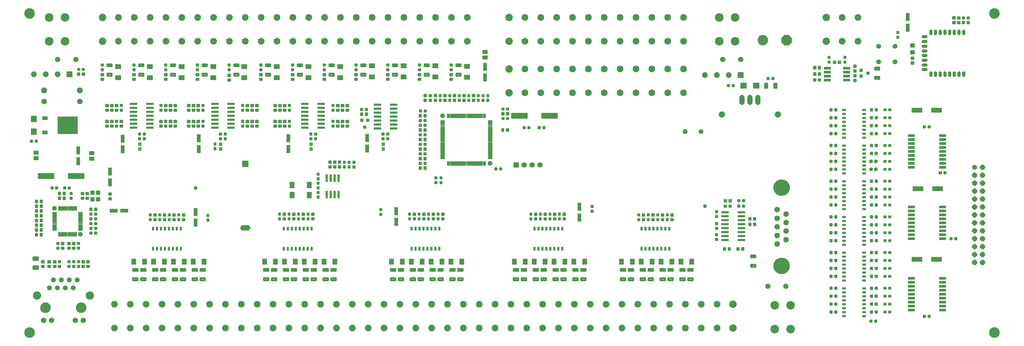
<source format=gts>
G75*
%MOIN*%
%OFA0B0*%
%FSLAX25Y25*%
%IPPOS*%
%LPD*%
%AMOC8*
5,1,8,0,0,1.08239X$1,22.5*
%
%ADD10C,0.01914*%
%ADD11OC8,0.13200*%
%ADD12C,0.13200*%
%ADD13OC8,0.07100*%
%ADD14C,0.07100*%
%ADD15C,0.02281*%
%ADD16C,0.08477*%
%ADD17C,0.09400*%
%ADD18R,0.06800X0.06800*%
%ADD19C,0.06800*%
%ADD20C,0.06400*%
%ADD21OC8,0.06400*%
%ADD22R,0.05918X0.07493*%
%ADD23R,0.03871X0.03871*%
%ADD24R,0.07493X0.05918*%
%ADD25R,0.07493X0.07887*%
%ADD26R,0.13792X0.05918*%
%ADD27C,0.01050*%
%ADD28C,0.05906*%
%ADD29R,0.03162X0.09461*%
%ADD30C,0.06800*%
%ADD31R,0.09461X0.03162*%
%ADD32R,0.08800X0.03400*%
%ADD33C,0.01075*%
%ADD34C,0.01200*%
%ADD35R,0.05524X0.05524*%
%ADD36C,0.02291*%
%ADD37R,0.04737X0.02769*%
%ADD38R,0.02769X0.04737*%
%ADD39C,0.02368*%
%ADD40C,0.02109*%
%ADD41C,0.03950*%
%ADD42OC8,0.06800*%
%ADD43C,0.20800*%
%ADD44C,0.10800*%
%ADD45R,0.05918X0.08280*%
%ADD46R,0.20800X0.07800*%
%ADD47C,0.10426*%
%ADD48C,0.13398*%
%ADD49C,0.06304*%
%ADD50C,0.06824*%
%ADD51R,0.25209X0.22060*%
%ADD52R,0.07099X0.04737*%
%ADD53R,0.07296X0.07296*%
%ADD54C,0.07296*%
%ADD55R,0.07887X0.07493*%
%ADD56OC8,0.06000*%
%ADD57C,0.06000*%
%ADD58R,0.08400X0.08400*%
%ADD59C,0.06737*%
%ADD60R,0.04737X0.09855*%
%ADD61R,0.09855X0.04737*%
%ADD62C,0.07887*%
%ADD63C,0.06146*%
%ADD64C,0.06737*%
%ADD65C,0.04762*%
D10*
X0068905Y0114710D02*
X0068905Y0116746D01*
X0070743Y0116746D01*
X0070743Y0114710D01*
X0068905Y0114710D01*
X0068905Y0116623D02*
X0070743Y0116623D01*
X0070743Y0120616D02*
X0070743Y0122652D01*
X0070743Y0120616D02*
X0068905Y0120616D01*
X0068905Y0122652D01*
X0070743Y0122652D01*
X0070743Y0122529D02*
X0068905Y0122529D01*
X0082743Y0122652D02*
X0082743Y0120616D01*
X0080905Y0120616D01*
X0080905Y0122652D01*
X0082743Y0122652D01*
X0082743Y0122529D02*
X0080905Y0122529D01*
X0080905Y0116746D02*
X0080905Y0114710D01*
X0080905Y0116746D02*
X0082743Y0116746D01*
X0082743Y0114710D01*
X0080905Y0114710D01*
X0080905Y0116623D02*
X0082743Y0116623D01*
X0086905Y0116746D02*
X0086905Y0114710D01*
X0086905Y0116746D02*
X0088743Y0116746D01*
X0088743Y0114710D01*
X0086905Y0114710D01*
X0086905Y0116623D02*
X0088743Y0116623D01*
X0088743Y0120616D02*
X0088743Y0122652D01*
X0088743Y0120616D02*
X0086905Y0120616D01*
X0086905Y0122652D01*
X0088743Y0122652D01*
X0088743Y0122529D02*
X0086905Y0122529D01*
X0094743Y0122652D02*
X0094743Y0120616D01*
X0092905Y0120616D01*
X0092905Y0122652D01*
X0094743Y0122652D01*
X0094743Y0122529D02*
X0092905Y0122529D01*
X0092905Y0116746D02*
X0092905Y0114710D01*
X0092905Y0116746D02*
X0094743Y0116746D01*
X0094743Y0114710D01*
X0092905Y0114710D01*
X0092905Y0116623D02*
X0094743Y0116623D01*
X0092905Y0137710D02*
X0092905Y0139746D01*
X0094743Y0139746D01*
X0094743Y0137710D01*
X0092905Y0137710D01*
X0092905Y0139623D02*
X0094743Y0139623D01*
X0094743Y0143616D02*
X0094743Y0145652D01*
X0094743Y0143616D02*
X0092905Y0143616D01*
X0092905Y0145652D01*
X0094743Y0145652D01*
X0094743Y0145529D02*
X0092905Y0145529D01*
X0068743Y0145652D02*
X0068743Y0143616D01*
X0066905Y0143616D01*
X0066905Y0145652D01*
X0068743Y0145652D01*
X0068743Y0145529D02*
X0066905Y0145529D01*
X0066905Y0139746D02*
X0066905Y0137710D01*
X0066905Y0139746D02*
X0068743Y0139746D01*
X0068743Y0137710D01*
X0066905Y0137710D01*
X0066905Y0139623D02*
X0068743Y0139623D01*
X0108491Y0158600D02*
X0110527Y0158600D01*
X0110527Y0156762D01*
X0108491Y0156762D01*
X0108491Y0158600D01*
X0108491Y0164600D02*
X0110527Y0164600D01*
X0110527Y0162762D01*
X0108491Y0162762D01*
X0108491Y0164600D01*
X0108491Y0170600D02*
X0110527Y0170600D01*
X0110527Y0168762D01*
X0108491Y0168762D01*
X0108491Y0170600D01*
X0108491Y0176600D02*
X0110527Y0176600D01*
X0110527Y0174762D01*
X0108491Y0174762D01*
X0108491Y0176600D01*
X0108491Y0182600D02*
X0110527Y0182600D01*
X0110527Y0180762D01*
X0108491Y0180762D01*
X0108491Y0182600D01*
X0114397Y0180762D02*
X0116433Y0180762D01*
X0114397Y0180762D02*
X0114397Y0182600D01*
X0116433Y0182600D01*
X0116433Y0180762D01*
X0116433Y0174762D02*
X0114397Y0174762D01*
X0114397Y0176600D01*
X0116433Y0176600D01*
X0116433Y0174762D01*
X0116433Y0168762D02*
X0114397Y0168762D01*
X0114397Y0170600D01*
X0116433Y0170600D01*
X0116433Y0168762D01*
X0116433Y0162762D02*
X0114397Y0162762D01*
X0114397Y0164600D01*
X0116433Y0164600D01*
X0116433Y0162762D01*
X0116433Y0156762D02*
X0114397Y0156762D01*
X0114397Y0158600D01*
X0116433Y0158600D01*
X0116433Y0156762D01*
X0183405Y0173710D02*
X0183405Y0175746D01*
X0185243Y0175746D01*
X0185243Y0173710D01*
X0183405Y0173710D01*
X0183405Y0175623D02*
X0185243Y0175623D01*
X0185243Y0179616D02*
X0185243Y0181652D01*
X0185243Y0179616D02*
X0183405Y0179616D01*
X0183405Y0181652D01*
X0185243Y0181652D01*
X0185243Y0181529D02*
X0183405Y0181529D01*
X0197243Y0181652D02*
X0197243Y0179616D01*
X0195405Y0179616D01*
X0195405Y0181652D01*
X0197243Y0181652D01*
X0197243Y0181529D02*
X0195405Y0181529D01*
X0195405Y0175746D02*
X0195405Y0173710D01*
X0195405Y0175746D02*
X0197243Y0175746D01*
X0197243Y0173710D01*
X0195405Y0173710D01*
X0195405Y0175623D02*
X0197243Y0175623D01*
X0207405Y0175746D02*
X0207405Y0173710D01*
X0207405Y0175746D02*
X0209243Y0175746D01*
X0209243Y0173710D01*
X0207405Y0173710D01*
X0207405Y0175623D02*
X0209243Y0175623D01*
X0209243Y0179616D02*
X0209243Y0181652D01*
X0209243Y0179616D02*
X0207405Y0179616D01*
X0207405Y0181652D01*
X0209243Y0181652D01*
X0209243Y0181529D02*
X0207405Y0181529D01*
X0221243Y0181652D02*
X0221243Y0179616D01*
X0219405Y0179616D01*
X0219405Y0181652D01*
X0221243Y0181652D01*
X0221243Y0181529D02*
X0219405Y0181529D01*
X0219405Y0175746D02*
X0219405Y0173710D01*
X0219405Y0175746D02*
X0221243Y0175746D01*
X0221243Y0173710D01*
X0219405Y0173710D01*
X0219405Y0175623D02*
X0221243Y0175623D01*
X0256043Y0175246D02*
X0256043Y0173210D01*
X0256043Y0175246D02*
X0257881Y0175246D01*
X0257881Y0173210D01*
X0256043Y0173210D01*
X0256043Y0175123D02*
X0257881Y0175123D01*
X0257881Y0179116D02*
X0257881Y0181152D01*
X0257881Y0179116D02*
X0256043Y0179116D01*
X0256043Y0181152D01*
X0257881Y0181152D01*
X0257881Y0181029D02*
X0256043Y0181029D01*
X0348243Y0180616D02*
X0348243Y0182652D01*
X0348243Y0180616D02*
X0346405Y0180616D01*
X0346405Y0182652D01*
X0348243Y0182652D01*
X0348243Y0182529D02*
X0346405Y0182529D01*
X0346405Y0176746D02*
X0346405Y0174710D01*
X0346405Y0176746D02*
X0348243Y0176746D01*
X0348243Y0174710D01*
X0346405Y0174710D01*
X0346405Y0176623D02*
X0348243Y0176623D01*
X0358405Y0176746D02*
X0358405Y0174710D01*
X0358405Y0176746D02*
X0360243Y0176746D01*
X0360243Y0174710D01*
X0358405Y0174710D01*
X0358405Y0176623D02*
X0360243Y0176623D01*
X0360243Y0180616D02*
X0360243Y0182652D01*
X0360243Y0180616D02*
X0358405Y0180616D01*
X0358405Y0182652D01*
X0360243Y0182652D01*
X0360243Y0182529D02*
X0358405Y0182529D01*
X0372243Y0182652D02*
X0372243Y0180616D01*
X0370405Y0180616D01*
X0370405Y0182652D01*
X0372243Y0182652D01*
X0372243Y0182529D02*
X0370405Y0182529D01*
X0370405Y0176746D02*
X0370405Y0174710D01*
X0370405Y0176746D02*
X0372243Y0176746D01*
X0372243Y0174710D01*
X0370405Y0174710D01*
X0370405Y0176623D02*
X0372243Y0176623D01*
X0382405Y0176746D02*
X0382405Y0174710D01*
X0382405Y0176746D02*
X0384243Y0176746D01*
X0384243Y0174710D01*
X0382405Y0174710D01*
X0382405Y0176623D02*
X0384243Y0176623D01*
X0384243Y0180616D02*
X0384243Y0182652D01*
X0384243Y0180616D02*
X0382405Y0180616D01*
X0382405Y0182652D01*
X0384243Y0182652D01*
X0384243Y0182529D02*
X0382405Y0182529D01*
X0395043Y0202210D02*
X0395043Y0204246D01*
X0396881Y0204246D01*
X0396881Y0202210D01*
X0395043Y0202210D01*
X0395043Y0204123D02*
X0396881Y0204123D01*
X0396881Y0208116D02*
X0396881Y0210152D01*
X0396881Y0208116D02*
X0395043Y0208116D01*
X0395043Y0210152D01*
X0396881Y0210152D01*
X0396881Y0210029D02*
X0395043Y0210029D01*
X0395043Y0213710D02*
X0395043Y0215746D01*
X0396881Y0215746D01*
X0396881Y0213710D01*
X0395043Y0213710D01*
X0395043Y0215623D02*
X0396881Y0215623D01*
X0396881Y0219616D02*
X0396881Y0221652D01*
X0396881Y0219616D02*
X0395043Y0219616D01*
X0395043Y0221652D01*
X0396881Y0221652D01*
X0396881Y0221529D02*
X0395043Y0221529D01*
X0395043Y0225210D02*
X0395043Y0227246D01*
X0396881Y0227246D01*
X0396881Y0225210D01*
X0395043Y0225210D01*
X0395043Y0227123D02*
X0396881Y0227123D01*
X0396881Y0231116D02*
X0396881Y0233152D01*
X0396881Y0231116D02*
X0395043Y0231116D01*
X0395043Y0233152D01*
X0396881Y0233152D01*
X0396881Y0233029D02*
X0395043Y0233029D01*
X0428043Y0240210D02*
X0428043Y0242246D01*
X0429881Y0242246D01*
X0429881Y0240210D01*
X0428043Y0240210D01*
X0428043Y0242123D02*
X0429881Y0242123D01*
X0429881Y0246116D02*
X0429881Y0248152D01*
X0429881Y0246116D02*
X0428043Y0246116D01*
X0428043Y0248152D01*
X0429881Y0248152D01*
X0429881Y0248029D02*
X0428043Y0248029D01*
X0435881Y0248152D02*
X0435881Y0246116D01*
X0434043Y0246116D01*
X0434043Y0248152D01*
X0435881Y0248152D01*
X0435881Y0248029D02*
X0434043Y0248029D01*
X0434043Y0242246D02*
X0434043Y0240210D01*
X0434043Y0242246D02*
X0435881Y0242246D01*
X0435881Y0240210D01*
X0434043Y0240210D01*
X0434043Y0242123D02*
X0435881Y0242123D01*
X0523853Y0246600D02*
X0525889Y0246600D01*
X0525889Y0244762D01*
X0523853Y0244762D01*
X0523853Y0246600D01*
X0529759Y0244762D02*
X0531795Y0244762D01*
X0529759Y0244762D02*
X0529759Y0246600D01*
X0531795Y0246600D01*
X0531795Y0244762D01*
X0531795Y0256762D02*
X0529759Y0256762D01*
X0529759Y0258600D01*
X0531795Y0258600D01*
X0531795Y0256762D01*
X0525889Y0258600D02*
X0523853Y0258600D01*
X0525889Y0258600D02*
X0525889Y0256762D01*
X0523853Y0256762D01*
X0523853Y0258600D01*
X0523853Y0270600D02*
X0525889Y0270600D01*
X0525889Y0268762D01*
X0523853Y0268762D01*
X0523853Y0270600D01*
X0529759Y0268762D02*
X0531795Y0268762D01*
X0529759Y0268762D02*
X0529759Y0270600D01*
X0531795Y0270600D01*
X0531795Y0268762D01*
X0531795Y0280762D02*
X0529759Y0280762D01*
X0529759Y0282600D01*
X0531795Y0282600D01*
X0531795Y0280762D01*
X0525889Y0282600D02*
X0523853Y0282600D01*
X0525889Y0282600D02*
X0525889Y0280762D01*
X0523853Y0280762D01*
X0523853Y0282600D01*
X0523853Y0294600D02*
X0525889Y0294600D01*
X0525889Y0292762D01*
X0523853Y0292762D01*
X0523853Y0294600D01*
X0523853Y0300600D02*
X0525889Y0300600D01*
X0525889Y0298762D01*
X0523853Y0298762D01*
X0523853Y0300600D01*
X0529759Y0298762D02*
X0531795Y0298762D01*
X0529759Y0298762D02*
X0529759Y0300600D01*
X0531795Y0300600D01*
X0531795Y0298762D01*
X0531795Y0292762D02*
X0529759Y0292762D01*
X0529759Y0294600D01*
X0531795Y0294600D01*
X0531795Y0292762D01*
X0532070Y0310762D02*
X0530034Y0310762D01*
X0530034Y0312600D01*
X0532070Y0312600D01*
X0532070Y0310762D01*
X0526165Y0312600D02*
X0524129Y0312600D01*
X0526165Y0312600D02*
X0526165Y0310762D01*
X0524129Y0310762D01*
X0524129Y0312600D01*
X0536543Y0324210D02*
X0536543Y0326246D01*
X0538381Y0326246D01*
X0538381Y0324210D01*
X0536543Y0324210D01*
X0536543Y0326123D02*
X0538381Y0326123D01*
X0549043Y0326246D02*
X0549043Y0324210D01*
X0549043Y0326246D02*
X0550881Y0326246D01*
X0550881Y0324210D01*
X0549043Y0324210D01*
X0549043Y0326123D02*
X0550881Y0326123D01*
X0561043Y0326246D02*
X0561043Y0324210D01*
X0561043Y0326246D02*
X0562881Y0326246D01*
X0562881Y0324210D01*
X0561043Y0324210D01*
X0561043Y0326123D02*
X0562881Y0326123D01*
X0573043Y0326246D02*
X0573043Y0324210D01*
X0573043Y0326246D02*
X0574881Y0326246D01*
X0574881Y0324210D01*
X0573043Y0324210D01*
X0573043Y0326123D02*
X0574881Y0326123D01*
X0585043Y0326246D02*
X0585043Y0324210D01*
X0585043Y0326246D02*
X0586881Y0326246D01*
X0586881Y0324210D01*
X0585043Y0324210D01*
X0585043Y0326123D02*
X0586881Y0326123D01*
X0597043Y0326246D02*
X0597043Y0324210D01*
X0597043Y0326246D02*
X0598881Y0326246D01*
X0598881Y0324210D01*
X0597043Y0324210D01*
X0597043Y0326123D02*
X0598881Y0326123D01*
X0603043Y0326246D02*
X0603043Y0324210D01*
X0603043Y0326246D02*
X0604881Y0326246D01*
X0604881Y0324210D01*
X0603043Y0324210D01*
X0603043Y0326123D02*
X0604881Y0326123D01*
X0609043Y0326246D02*
X0609043Y0324210D01*
X0609043Y0326246D02*
X0610881Y0326246D01*
X0610881Y0324210D01*
X0609043Y0324210D01*
X0609043Y0326123D02*
X0610881Y0326123D01*
X0610881Y0330116D02*
X0610881Y0332152D01*
X0610881Y0330116D02*
X0609043Y0330116D01*
X0609043Y0332152D01*
X0610881Y0332152D01*
X0610881Y0332029D02*
X0609043Y0332029D01*
X0604881Y0332152D02*
X0604881Y0330116D01*
X0603043Y0330116D01*
X0603043Y0332152D01*
X0604881Y0332152D01*
X0604881Y0332029D02*
X0603043Y0332029D01*
X0598881Y0332152D02*
X0598881Y0330116D01*
X0597043Y0330116D01*
X0597043Y0332152D01*
X0598881Y0332152D01*
X0598881Y0332029D02*
X0597043Y0332029D01*
X0586881Y0332152D02*
X0586881Y0330116D01*
X0585043Y0330116D01*
X0585043Y0332152D01*
X0586881Y0332152D01*
X0586881Y0332029D02*
X0585043Y0332029D01*
X0574881Y0332152D02*
X0574881Y0330116D01*
X0573043Y0330116D01*
X0573043Y0332152D01*
X0574881Y0332152D01*
X0574881Y0332029D02*
X0573043Y0332029D01*
X0562881Y0332152D02*
X0562881Y0330116D01*
X0561043Y0330116D01*
X0561043Y0332152D01*
X0562881Y0332152D01*
X0562881Y0332029D02*
X0561043Y0332029D01*
X0550881Y0332152D02*
X0550881Y0330116D01*
X0549043Y0330116D01*
X0549043Y0332152D01*
X0550881Y0332152D01*
X0550881Y0332029D02*
X0549043Y0332029D01*
X0538381Y0332152D02*
X0538381Y0330116D01*
X0536543Y0330116D01*
X0536543Y0332152D01*
X0538381Y0332152D01*
X0538381Y0332029D02*
X0536543Y0332029D01*
X0522905Y0362710D02*
X0522905Y0364746D01*
X0524743Y0364746D01*
X0524743Y0362710D01*
X0522905Y0362710D01*
X0522905Y0364623D02*
X0524743Y0364623D01*
X0524743Y0368616D02*
X0524743Y0370652D01*
X0524743Y0368616D02*
X0522905Y0368616D01*
X0522905Y0370652D01*
X0524743Y0370652D01*
X0524743Y0370529D02*
X0522905Y0370529D01*
X0564743Y0370652D02*
X0564743Y0368616D01*
X0562905Y0368616D01*
X0562905Y0370652D01*
X0564743Y0370652D01*
X0564743Y0370529D02*
X0562905Y0370529D01*
X0562905Y0364746D02*
X0562905Y0362710D01*
X0562905Y0364746D02*
X0564743Y0364746D01*
X0564743Y0362710D01*
X0562905Y0362710D01*
X0562905Y0364623D02*
X0564743Y0364623D01*
X0482905Y0364746D02*
X0482905Y0362710D01*
X0482905Y0364746D02*
X0484743Y0364746D01*
X0484743Y0362710D01*
X0482905Y0362710D01*
X0482905Y0364623D02*
X0484743Y0364623D01*
X0484743Y0368616D02*
X0484743Y0370652D01*
X0484743Y0368616D02*
X0482905Y0368616D01*
X0482905Y0370652D01*
X0484743Y0370652D01*
X0484743Y0370529D02*
X0482905Y0370529D01*
X0444743Y0370652D02*
X0444743Y0368616D01*
X0442905Y0368616D01*
X0442905Y0370652D01*
X0444743Y0370652D01*
X0444743Y0370529D02*
X0442905Y0370529D01*
X0442905Y0364746D02*
X0442905Y0362710D01*
X0442905Y0364746D02*
X0444743Y0364746D01*
X0444743Y0362710D01*
X0442905Y0362710D01*
X0442905Y0364623D02*
X0444743Y0364623D01*
X0402905Y0364746D02*
X0402905Y0362710D01*
X0402905Y0364746D02*
X0404743Y0364746D01*
X0404743Y0362710D01*
X0402905Y0362710D01*
X0402905Y0364623D02*
X0404743Y0364623D01*
X0404743Y0368616D02*
X0404743Y0370652D01*
X0404743Y0368616D02*
X0402905Y0368616D01*
X0402905Y0370652D01*
X0404743Y0370652D01*
X0404743Y0370529D02*
X0402905Y0370529D01*
X0364743Y0370652D02*
X0364743Y0368616D01*
X0362905Y0368616D01*
X0362905Y0370652D01*
X0364743Y0370652D01*
X0364743Y0370529D02*
X0362905Y0370529D01*
X0362905Y0364746D02*
X0362905Y0362710D01*
X0362905Y0364746D02*
X0364743Y0364746D01*
X0364743Y0362710D01*
X0362905Y0362710D01*
X0362905Y0364623D02*
X0364743Y0364623D01*
X0322905Y0364746D02*
X0322905Y0362710D01*
X0322905Y0364746D02*
X0324743Y0364746D01*
X0324743Y0362710D01*
X0322905Y0362710D01*
X0322905Y0364623D02*
X0324743Y0364623D01*
X0324743Y0368616D02*
X0324743Y0370652D01*
X0324743Y0368616D02*
X0322905Y0368616D01*
X0322905Y0370652D01*
X0324743Y0370652D01*
X0324743Y0370529D02*
X0322905Y0370529D01*
X0284743Y0370652D02*
X0284743Y0368616D01*
X0282905Y0368616D01*
X0282905Y0370652D01*
X0284743Y0370652D01*
X0284743Y0370529D02*
X0282905Y0370529D01*
X0282905Y0364746D02*
X0282905Y0362710D01*
X0282905Y0364746D02*
X0284743Y0364746D01*
X0284743Y0362710D01*
X0282905Y0362710D01*
X0282905Y0364623D02*
X0284743Y0364623D01*
X0242905Y0364746D02*
X0242905Y0362710D01*
X0242905Y0364746D02*
X0244743Y0364746D01*
X0244743Y0362710D01*
X0242905Y0362710D01*
X0242905Y0364623D02*
X0244743Y0364623D01*
X0244743Y0368616D02*
X0244743Y0370652D01*
X0244743Y0368616D02*
X0242905Y0368616D01*
X0242905Y0370652D01*
X0244743Y0370652D01*
X0244743Y0370529D02*
X0242905Y0370529D01*
X0204743Y0370652D02*
X0204743Y0368616D01*
X0202905Y0368616D01*
X0202905Y0370652D01*
X0204743Y0370652D01*
X0204743Y0370529D02*
X0202905Y0370529D01*
X0202905Y0364746D02*
X0202905Y0362710D01*
X0202905Y0364746D02*
X0204743Y0364746D01*
X0204743Y0362710D01*
X0202905Y0362710D01*
X0202905Y0364623D02*
X0204743Y0364623D01*
X0162905Y0364746D02*
X0162905Y0362710D01*
X0162905Y0364746D02*
X0164743Y0364746D01*
X0164743Y0362710D01*
X0162905Y0362710D01*
X0162905Y0364623D02*
X0164743Y0364623D01*
X0164743Y0368616D02*
X0164743Y0370652D01*
X0164743Y0368616D02*
X0162905Y0368616D01*
X0162905Y0370652D01*
X0164743Y0370652D01*
X0164743Y0370529D02*
X0162905Y0370529D01*
X0124743Y0370652D02*
X0124743Y0368616D01*
X0122905Y0368616D01*
X0122905Y0370652D01*
X0124743Y0370652D01*
X0124743Y0370529D02*
X0122905Y0370529D01*
X0122905Y0364746D02*
X0122905Y0362710D01*
X0122905Y0364746D02*
X0124743Y0364746D01*
X0124743Y0362710D01*
X0122905Y0362710D01*
X0122905Y0364623D02*
X0124743Y0364623D01*
X0100933Y0363262D02*
X0098897Y0363262D01*
X0098897Y0365100D01*
X0100933Y0365100D01*
X0100933Y0363262D01*
X0095027Y0365100D02*
X0092991Y0365100D01*
X0095027Y0365100D02*
X0095027Y0363262D01*
X0092991Y0363262D01*
X0092991Y0365100D01*
X0148743Y0319652D02*
X0148743Y0317616D01*
X0146905Y0317616D01*
X0146905Y0319652D01*
X0148743Y0319652D01*
X0148743Y0319529D02*
X0146905Y0319529D01*
X0146905Y0313746D02*
X0146905Y0311710D01*
X0146905Y0313746D02*
X0148743Y0313746D01*
X0148743Y0311710D01*
X0146905Y0311710D01*
X0146905Y0313623D02*
X0148743Y0313623D01*
X0142743Y0299652D02*
X0142743Y0297616D01*
X0140905Y0297616D01*
X0140905Y0299652D01*
X0142743Y0299652D01*
X0142743Y0299529D02*
X0140905Y0299529D01*
X0140905Y0293746D02*
X0140905Y0291710D01*
X0140905Y0293746D02*
X0142743Y0293746D01*
X0142743Y0291710D01*
X0140905Y0291710D01*
X0140905Y0293623D02*
X0142743Y0293623D01*
X0169853Y0283600D02*
X0171889Y0283600D01*
X0171889Y0281762D01*
X0169853Y0281762D01*
X0169853Y0283600D01*
X0175759Y0281762D02*
X0177795Y0281762D01*
X0175759Y0281762D02*
X0175759Y0283600D01*
X0177795Y0283600D01*
X0177795Y0281762D01*
X0177795Y0275762D02*
X0175759Y0275762D01*
X0175759Y0277600D01*
X0177795Y0277600D01*
X0177795Y0275762D01*
X0171889Y0277600D02*
X0169853Y0277600D01*
X0171889Y0277600D02*
X0171889Y0275762D01*
X0169853Y0275762D01*
X0169853Y0277600D01*
X0202905Y0291710D02*
X0202905Y0293746D01*
X0204743Y0293746D01*
X0204743Y0291710D01*
X0202905Y0291710D01*
X0202905Y0293623D02*
X0204743Y0293623D01*
X0204743Y0297616D02*
X0204743Y0299652D01*
X0204743Y0297616D02*
X0202905Y0297616D01*
X0202905Y0299652D01*
X0204743Y0299652D01*
X0204743Y0299529D02*
X0202905Y0299529D01*
X0196905Y0311710D02*
X0196905Y0313746D01*
X0198743Y0313746D01*
X0198743Y0311710D01*
X0196905Y0311710D01*
X0196905Y0313623D02*
X0198743Y0313623D01*
X0198743Y0317616D02*
X0198743Y0319652D01*
X0198743Y0317616D02*
X0196905Y0317616D01*
X0196905Y0319652D01*
X0198743Y0319652D01*
X0198743Y0319529D02*
X0196905Y0319529D01*
X0251743Y0319652D02*
X0251743Y0317616D01*
X0249905Y0317616D01*
X0249905Y0319652D01*
X0251743Y0319652D01*
X0251743Y0319529D02*
X0249905Y0319529D01*
X0249905Y0313746D02*
X0249905Y0311710D01*
X0249905Y0313746D02*
X0251743Y0313746D01*
X0251743Y0311710D01*
X0249905Y0311710D01*
X0249905Y0313623D02*
X0251743Y0313623D01*
X0251743Y0299652D02*
X0251743Y0297616D01*
X0249905Y0297616D01*
X0249905Y0299652D01*
X0251743Y0299652D01*
X0251743Y0299529D02*
X0249905Y0299529D01*
X0249905Y0293746D02*
X0249905Y0291710D01*
X0249905Y0293746D02*
X0251743Y0293746D01*
X0251743Y0291710D01*
X0249905Y0291710D01*
X0249905Y0293623D02*
X0251743Y0293623D01*
X0271853Y0283600D02*
X0273889Y0283600D01*
X0273889Y0281762D01*
X0271853Y0281762D01*
X0271853Y0283600D01*
X0277759Y0281762D02*
X0279795Y0281762D01*
X0277759Y0281762D02*
X0277759Y0283600D01*
X0279795Y0283600D01*
X0279795Y0281762D01*
X0279795Y0275762D02*
X0277759Y0275762D01*
X0277759Y0277600D01*
X0279795Y0277600D01*
X0279795Y0275762D01*
X0273889Y0277600D02*
X0271853Y0277600D01*
X0273889Y0277600D02*
X0273889Y0275762D01*
X0271853Y0275762D01*
X0271853Y0277600D01*
X0266881Y0271152D02*
X0266881Y0269116D01*
X0265043Y0269116D01*
X0265043Y0271152D01*
X0266881Y0271152D01*
X0266881Y0271029D02*
X0265043Y0271029D01*
X0265043Y0265246D02*
X0265043Y0263210D01*
X0265043Y0265246D02*
X0266881Y0265246D01*
X0266881Y0263210D01*
X0265043Y0263210D01*
X0265043Y0265123D02*
X0266881Y0265123D01*
X0299905Y0291710D02*
X0299905Y0293746D01*
X0301743Y0293746D01*
X0301743Y0291710D01*
X0299905Y0291710D01*
X0299905Y0293623D02*
X0301743Y0293623D01*
X0301743Y0297616D02*
X0301743Y0299652D01*
X0301743Y0297616D02*
X0299905Y0297616D01*
X0299905Y0299652D01*
X0301743Y0299652D01*
X0301743Y0299529D02*
X0299905Y0299529D01*
X0299905Y0311710D02*
X0299905Y0313746D01*
X0301743Y0313746D01*
X0301743Y0311710D01*
X0299905Y0311710D01*
X0299905Y0313623D02*
X0301743Y0313623D01*
X0301743Y0317616D02*
X0301743Y0319652D01*
X0301743Y0317616D02*
X0299905Y0317616D01*
X0299905Y0319652D01*
X0301743Y0319652D01*
X0301743Y0319529D02*
X0299905Y0319529D01*
X0360743Y0319652D02*
X0360743Y0317616D01*
X0358905Y0317616D01*
X0358905Y0319652D01*
X0360743Y0319652D01*
X0360743Y0319529D02*
X0358905Y0319529D01*
X0358905Y0313746D02*
X0358905Y0311710D01*
X0358905Y0313746D02*
X0360743Y0313746D01*
X0360743Y0311710D01*
X0358905Y0311710D01*
X0358905Y0313623D02*
X0360743Y0313623D01*
X0360743Y0299652D02*
X0360743Y0297616D01*
X0358905Y0297616D01*
X0358905Y0299652D01*
X0360743Y0299652D01*
X0360743Y0299529D02*
X0358905Y0299529D01*
X0358905Y0293746D02*
X0358905Y0291710D01*
X0358905Y0293746D02*
X0360743Y0293746D01*
X0360743Y0291710D01*
X0358905Y0291710D01*
X0358905Y0293623D02*
X0360743Y0293623D01*
X0385853Y0283600D02*
X0387889Y0283600D01*
X0387889Y0281762D01*
X0385853Y0281762D01*
X0385853Y0283600D01*
X0391759Y0281762D02*
X0393795Y0281762D01*
X0391759Y0281762D02*
X0391759Y0283600D01*
X0393795Y0283600D01*
X0393795Y0281762D01*
X0393795Y0275762D02*
X0391759Y0275762D01*
X0391759Y0277600D01*
X0393795Y0277600D01*
X0393795Y0275762D01*
X0387889Y0277600D02*
X0385853Y0277600D01*
X0387889Y0277600D02*
X0387889Y0275762D01*
X0385853Y0275762D01*
X0385853Y0277600D01*
X0413905Y0291710D02*
X0413905Y0293746D01*
X0415743Y0293746D01*
X0415743Y0291710D01*
X0413905Y0291710D01*
X0413905Y0293623D02*
X0415743Y0293623D01*
X0415743Y0297616D02*
X0415743Y0299652D01*
X0415743Y0297616D02*
X0413905Y0297616D01*
X0413905Y0299652D01*
X0415743Y0299652D01*
X0415743Y0299529D02*
X0413905Y0299529D01*
X0413905Y0311710D02*
X0413905Y0313746D01*
X0415743Y0313746D01*
X0415743Y0311710D01*
X0413905Y0311710D01*
X0413905Y0313623D02*
X0415743Y0313623D01*
X0415743Y0317616D02*
X0415743Y0319652D01*
X0415743Y0317616D02*
X0413905Y0317616D01*
X0413905Y0319652D01*
X0415743Y0319652D01*
X0415743Y0319529D02*
X0413905Y0319529D01*
X0449853Y0314600D02*
X0451889Y0314600D01*
X0451889Y0312762D01*
X0449853Y0312762D01*
X0449853Y0314600D01*
X0455759Y0312762D02*
X0457795Y0312762D01*
X0455759Y0312762D02*
X0455759Y0314600D01*
X0457795Y0314600D01*
X0457795Y0312762D01*
X0476853Y0283600D02*
X0478889Y0283600D01*
X0478889Y0281762D01*
X0476853Y0281762D01*
X0476853Y0283600D01*
X0482759Y0281762D02*
X0484795Y0281762D01*
X0482759Y0281762D02*
X0482759Y0283600D01*
X0484795Y0283600D01*
X0484795Y0281762D01*
X0484795Y0275762D02*
X0482759Y0275762D01*
X0482759Y0277600D01*
X0484795Y0277600D01*
X0484795Y0275762D01*
X0478889Y0277600D02*
X0476853Y0277600D01*
X0478889Y0277600D02*
X0478889Y0275762D01*
X0476853Y0275762D01*
X0476853Y0277600D01*
X0545381Y0228290D02*
X0545381Y0226254D01*
X0543543Y0226254D01*
X0543543Y0228290D01*
X0545381Y0228290D01*
X0545381Y0228167D02*
X0543543Y0228167D01*
X0543543Y0222384D02*
X0543543Y0220348D01*
X0543543Y0222384D02*
X0545381Y0222384D01*
X0545381Y0220348D01*
X0543543Y0220348D01*
X0543543Y0222261D02*
X0545381Y0222261D01*
X0550043Y0222384D02*
X0550043Y0220348D01*
X0550043Y0222384D02*
X0551881Y0222384D01*
X0551881Y0220348D01*
X0550043Y0220348D01*
X0550043Y0222261D02*
X0551881Y0222261D01*
X0551881Y0226254D02*
X0551881Y0228290D01*
X0551881Y0226254D02*
X0550043Y0226254D01*
X0550043Y0228290D01*
X0551881Y0228290D01*
X0551881Y0228167D02*
X0550043Y0228167D01*
X0619129Y0239600D02*
X0621165Y0239600D01*
X0621165Y0237762D01*
X0619129Y0237762D01*
X0619129Y0239600D01*
X0625034Y0237762D02*
X0627070Y0237762D01*
X0625034Y0237762D02*
X0625034Y0239600D01*
X0627070Y0239600D01*
X0627070Y0237762D01*
X0742381Y0192290D02*
X0742381Y0190254D01*
X0740543Y0190254D01*
X0740543Y0192290D01*
X0742381Y0192290D01*
X0742381Y0192167D02*
X0740543Y0192167D01*
X0740543Y0186384D02*
X0740543Y0184348D01*
X0740543Y0186384D02*
X0742381Y0186384D01*
X0742381Y0184348D01*
X0740543Y0184348D01*
X0740543Y0186261D02*
X0742381Y0186261D01*
X0701243Y0182652D02*
X0701243Y0180616D01*
X0699405Y0180616D01*
X0699405Y0182652D01*
X0701243Y0182652D01*
X0701243Y0182529D02*
X0699405Y0182529D01*
X0699405Y0176746D02*
X0699405Y0174710D01*
X0699405Y0176746D02*
X0701243Y0176746D01*
X0701243Y0174710D01*
X0699405Y0174710D01*
X0699405Y0176623D02*
X0701243Y0176623D01*
X0687405Y0176746D02*
X0687405Y0174710D01*
X0687405Y0176746D02*
X0689243Y0176746D01*
X0689243Y0174710D01*
X0687405Y0174710D01*
X0687405Y0176623D02*
X0689243Y0176623D01*
X0689243Y0180616D02*
X0689243Y0182652D01*
X0689243Y0180616D02*
X0687405Y0180616D01*
X0687405Y0182652D01*
X0689243Y0182652D01*
X0689243Y0182529D02*
X0687405Y0182529D01*
X0677243Y0182652D02*
X0677243Y0180616D01*
X0675405Y0180616D01*
X0675405Y0182652D01*
X0677243Y0182652D01*
X0677243Y0182529D02*
X0675405Y0182529D01*
X0675405Y0176746D02*
X0675405Y0174710D01*
X0675405Y0176746D02*
X0677243Y0176746D01*
X0677243Y0174710D01*
X0675405Y0174710D01*
X0675405Y0176623D02*
X0677243Y0176623D01*
X0663405Y0176746D02*
X0663405Y0174710D01*
X0663405Y0176746D02*
X0665243Y0176746D01*
X0665243Y0174710D01*
X0663405Y0174710D01*
X0663405Y0176623D02*
X0665243Y0176623D01*
X0665243Y0180616D02*
X0665243Y0182652D01*
X0665243Y0180616D02*
X0663405Y0180616D01*
X0663405Y0182652D01*
X0665243Y0182652D01*
X0665243Y0182529D02*
X0663405Y0182529D01*
X0548243Y0182652D02*
X0548243Y0180616D01*
X0546405Y0180616D01*
X0546405Y0182652D01*
X0548243Y0182652D01*
X0548243Y0182529D02*
X0546405Y0182529D01*
X0546405Y0176746D02*
X0546405Y0174710D01*
X0546405Y0176746D02*
X0548243Y0176746D01*
X0548243Y0174710D01*
X0546405Y0174710D01*
X0546405Y0176623D02*
X0548243Y0176623D01*
X0534405Y0176746D02*
X0534405Y0174710D01*
X0534405Y0176746D02*
X0536243Y0176746D01*
X0536243Y0174710D01*
X0534405Y0174710D01*
X0534405Y0176623D02*
X0536243Y0176623D01*
X0536243Y0180616D02*
X0536243Y0182652D01*
X0536243Y0180616D02*
X0534405Y0180616D01*
X0534405Y0182652D01*
X0536243Y0182652D01*
X0536243Y0182529D02*
X0534405Y0182529D01*
X0524243Y0182652D02*
X0524243Y0180616D01*
X0522405Y0180616D01*
X0522405Y0182652D01*
X0524243Y0182652D01*
X0524243Y0182529D02*
X0522405Y0182529D01*
X0522405Y0176746D02*
X0522405Y0174710D01*
X0522405Y0176746D02*
X0524243Y0176746D01*
X0524243Y0174710D01*
X0522405Y0174710D01*
X0522405Y0176623D02*
X0524243Y0176623D01*
X0510405Y0176746D02*
X0510405Y0174710D01*
X0510405Y0176746D02*
X0512243Y0176746D01*
X0512243Y0174710D01*
X0510405Y0174710D01*
X0510405Y0176623D02*
X0512243Y0176623D01*
X0512243Y0180616D02*
X0512243Y0182652D01*
X0512243Y0180616D02*
X0510405Y0180616D01*
X0510405Y0182652D01*
X0512243Y0182652D01*
X0512243Y0182529D02*
X0510405Y0182529D01*
X0474043Y0182384D02*
X0474043Y0180348D01*
X0474043Y0182384D02*
X0475881Y0182384D01*
X0475881Y0180348D01*
X0474043Y0180348D01*
X0474043Y0182261D02*
X0475881Y0182261D01*
X0475881Y0186254D02*
X0475881Y0188290D01*
X0475881Y0186254D02*
X0474043Y0186254D01*
X0474043Y0188290D01*
X0475881Y0188290D01*
X0475881Y0188167D02*
X0474043Y0188167D01*
X0654853Y0291600D02*
X0656889Y0291600D01*
X0656889Y0289762D01*
X0654853Y0289762D01*
X0654853Y0291600D01*
X0660759Y0289762D02*
X0662795Y0289762D01*
X0660759Y0289762D02*
X0660759Y0291600D01*
X0662795Y0291600D01*
X0662795Y0289762D01*
X0673853Y0291600D02*
X0675889Y0291600D01*
X0675889Y0289762D01*
X0673853Y0289762D01*
X0673853Y0291600D01*
X0679759Y0289762D02*
X0681795Y0289762D01*
X0679759Y0289762D02*
X0679759Y0291600D01*
X0681795Y0291600D01*
X0681795Y0289762D01*
X0635933Y0301262D02*
X0633897Y0301262D01*
X0633897Y0303100D01*
X0635933Y0303100D01*
X0635933Y0301262D01*
X0630027Y0303100D02*
X0627991Y0303100D01*
X0630027Y0303100D02*
X0630027Y0301262D01*
X0627991Y0301262D01*
X0627991Y0303100D01*
X0627991Y0315100D02*
X0630027Y0315100D01*
X0630027Y0313262D01*
X0627991Y0313262D01*
X0627991Y0315100D01*
X0633897Y0313262D02*
X0635933Y0313262D01*
X0633897Y0313262D02*
X0633897Y0315100D01*
X0635933Y0315100D01*
X0635933Y0313262D01*
X0912491Y0344600D02*
X0914527Y0344600D01*
X0914527Y0342762D01*
X0912491Y0342762D01*
X0912491Y0344600D01*
X0918397Y0342762D02*
X0920433Y0342762D01*
X0918397Y0342762D02*
X0918397Y0344600D01*
X0920433Y0344600D01*
X0920433Y0342762D01*
X0962491Y0353600D02*
X0964527Y0353600D01*
X0964527Y0351762D01*
X0962491Y0351762D01*
X0962491Y0353600D01*
X0968397Y0351762D02*
X0970433Y0351762D01*
X0968397Y0351762D02*
X0968397Y0353600D01*
X0970433Y0353600D01*
X0970433Y0351762D01*
X1039350Y0372388D02*
X1039350Y0374424D01*
X1041188Y0374424D01*
X1041188Y0372388D01*
X1039350Y0372388D01*
X1039350Y0374301D02*
X1041188Y0374301D01*
X1041188Y0378293D02*
X1041188Y0380329D01*
X1041188Y0378293D02*
X1039350Y0378293D01*
X1039350Y0380329D01*
X1041188Y0380329D01*
X1041188Y0380206D02*
X1039350Y0380206D01*
X1061188Y0380329D02*
X1061188Y0378293D01*
X1059350Y0378293D01*
X1059350Y0380329D01*
X1061188Y0380329D01*
X1061188Y0380206D02*
X1059350Y0380206D01*
X1059350Y0374424D02*
X1059350Y0372388D01*
X1059350Y0374424D02*
X1061188Y0374424D01*
X1061188Y0372388D01*
X1059350Y0372388D01*
X1059350Y0374301D02*
X1061188Y0374301D01*
X1126043Y0403710D02*
X1126043Y0405746D01*
X1127881Y0405746D01*
X1127881Y0403710D01*
X1126043Y0403710D01*
X1126043Y0405623D02*
X1127881Y0405623D01*
X1127881Y0409616D02*
X1127881Y0411652D01*
X1127881Y0409616D02*
X1126043Y0409616D01*
X1126043Y0411652D01*
X1127881Y0411652D01*
X1127881Y0411529D02*
X1126043Y0411529D01*
X1208905Y0422210D02*
X1208905Y0424246D01*
X1210743Y0424246D01*
X1210743Y0422210D01*
X1208905Y0422210D01*
X1208905Y0424123D02*
X1210743Y0424123D01*
X1210743Y0428116D02*
X1210743Y0430152D01*
X1210743Y0428116D02*
X1208905Y0428116D01*
X1208905Y0430152D01*
X1210743Y0430152D01*
X1210743Y0430029D02*
X1208905Y0430029D01*
X1216743Y0430152D02*
X1216743Y0428116D01*
X1214905Y0428116D01*
X1214905Y0430152D01*
X1216743Y0430152D01*
X1216743Y0430029D02*
X1214905Y0430029D01*
X1214905Y0424246D02*
X1214905Y0422210D01*
X1214905Y0424246D02*
X1216743Y0424246D01*
X1216743Y0422210D01*
X1214905Y0422210D01*
X1214905Y0424123D02*
X1216743Y0424123D01*
X1117795Y0312262D02*
X1115759Y0312262D01*
X1115759Y0314100D01*
X1117795Y0314100D01*
X1117795Y0312262D01*
X1111889Y0314100D02*
X1109853Y0314100D01*
X1111889Y0314100D02*
X1111889Y0312262D01*
X1109853Y0312262D01*
X1109853Y0314100D01*
X1109853Y0304100D02*
X1111889Y0304100D01*
X1111889Y0302262D01*
X1109853Y0302262D01*
X1109853Y0304100D01*
X1115759Y0302262D02*
X1117795Y0302262D01*
X1115759Y0302262D02*
X1115759Y0304100D01*
X1117795Y0304100D01*
X1117795Y0302262D01*
X1117795Y0292262D02*
X1115759Y0292262D01*
X1115759Y0294100D01*
X1117795Y0294100D01*
X1117795Y0292262D01*
X1111889Y0294100D02*
X1109853Y0294100D01*
X1111889Y0294100D02*
X1111889Y0292262D01*
X1109853Y0292262D01*
X1109853Y0294100D01*
X1109853Y0284100D02*
X1111889Y0284100D01*
X1111889Y0282262D01*
X1109853Y0282262D01*
X1109853Y0284100D01*
X1115759Y0282262D02*
X1117795Y0282262D01*
X1115759Y0282262D02*
X1115759Y0284100D01*
X1117795Y0284100D01*
X1117795Y0282262D01*
X1117795Y0267262D02*
X1115759Y0267262D01*
X1115759Y0269100D01*
X1117795Y0269100D01*
X1117795Y0267262D01*
X1111889Y0269100D02*
X1109853Y0269100D01*
X1111889Y0269100D02*
X1111889Y0267262D01*
X1109853Y0267262D01*
X1109853Y0269100D01*
X1109853Y0259100D02*
X1111889Y0259100D01*
X1111889Y0257262D01*
X1109853Y0257262D01*
X1109853Y0259100D01*
X1115759Y0257262D02*
X1117795Y0257262D01*
X1115759Y0257262D02*
X1115759Y0259100D01*
X1117795Y0259100D01*
X1117795Y0257262D01*
X1117795Y0247262D02*
X1115759Y0247262D01*
X1115759Y0249100D01*
X1117795Y0249100D01*
X1117795Y0247262D01*
X1111889Y0249100D02*
X1109853Y0249100D01*
X1111889Y0249100D02*
X1111889Y0247262D01*
X1109853Y0247262D01*
X1109853Y0249100D01*
X1109853Y0239100D02*
X1111889Y0239100D01*
X1111889Y0237262D01*
X1109853Y0237262D01*
X1109853Y0239100D01*
X1115759Y0237262D02*
X1117795Y0237262D01*
X1115759Y0237262D02*
X1115759Y0239100D01*
X1117795Y0239100D01*
X1117795Y0237262D01*
X1117795Y0222262D02*
X1115759Y0222262D01*
X1115759Y0224100D01*
X1117795Y0224100D01*
X1117795Y0222262D01*
X1111889Y0224100D02*
X1109853Y0224100D01*
X1111889Y0224100D02*
X1111889Y0222262D01*
X1109853Y0222262D01*
X1109853Y0224100D01*
X1109853Y0214100D02*
X1111889Y0214100D01*
X1111889Y0212262D01*
X1109853Y0212262D01*
X1109853Y0214100D01*
X1115759Y0212262D02*
X1117795Y0212262D01*
X1115759Y0212262D02*
X1115759Y0214100D01*
X1117795Y0214100D01*
X1117795Y0212262D01*
X1117795Y0202262D02*
X1115759Y0202262D01*
X1115759Y0204100D01*
X1117795Y0204100D01*
X1117795Y0202262D01*
X1111889Y0204100D02*
X1109853Y0204100D01*
X1111889Y0204100D02*
X1111889Y0202262D01*
X1109853Y0202262D01*
X1109853Y0204100D01*
X1109853Y0194100D02*
X1111889Y0194100D01*
X1111889Y0192262D01*
X1109853Y0192262D01*
X1109853Y0194100D01*
X1115759Y0192262D02*
X1117795Y0192262D01*
X1115759Y0192262D02*
X1115759Y0194100D01*
X1117795Y0194100D01*
X1117795Y0192262D01*
X1117795Y0177262D02*
X1115759Y0177262D01*
X1115759Y0179100D01*
X1117795Y0179100D01*
X1117795Y0177262D01*
X1111889Y0179100D02*
X1109853Y0179100D01*
X1111889Y0179100D02*
X1111889Y0177262D01*
X1109853Y0177262D01*
X1109853Y0179100D01*
X1109853Y0169100D02*
X1111889Y0169100D01*
X1111889Y0167262D01*
X1109853Y0167262D01*
X1109853Y0169100D01*
X1115759Y0167262D02*
X1117795Y0167262D01*
X1115759Y0167262D02*
X1115759Y0169100D01*
X1117795Y0169100D01*
X1117795Y0167262D01*
X1117795Y0157262D02*
X1115759Y0157262D01*
X1115759Y0159100D01*
X1117795Y0159100D01*
X1117795Y0157262D01*
X1111889Y0159100D02*
X1109853Y0159100D01*
X1111889Y0159100D02*
X1111889Y0157262D01*
X1109853Y0157262D01*
X1109853Y0159100D01*
X1109853Y0149100D02*
X1111889Y0149100D01*
X1111889Y0147262D01*
X1109853Y0147262D01*
X1109853Y0149100D01*
X1115759Y0147262D02*
X1117795Y0147262D01*
X1115759Y0147262D02*
X1115759Y0149100D01*
X1117795Y0149100D01*
X1117795Y0147262D01*
X1117795Y0132262D02*
X1115759Y0132262D01*
X1115759Y0134100D01*
X1117795Y0134100D01*
X1117795Y0132262D01*
X1111889Y0134100D02*
X1109853Y0134100D01*
X1111889Y0134100D02*
X1111889Y0132262D01*
X1109853Y0132262D01*
X1109853Y0134100D01*
X1109853Y0124100D02*
X1111889Y0124100D01*
X1111889Y0122262D01*
X1109853Y0122262D01*
X1109853Y0124100D01*
X1115759Y0122262D02*
X1117795Y0122262D01*
X1115759Y0122262D02*
X1115759Y0124100D01*
X1117795Y0124100D01*
X1117795Y0122262D01*
X1117795Y0112262D02*
X1115759Y0112262D01*
X1115759Y0114100D01*
X1117795Y0114100D01*
X1117795Y0112262D01*
X1111889Y0114100D02*
X1109853Y0114100D01*
X1111889Y0114100D02*
X1111889Y0112262D01*
X1109853Y0112262D01*
X1109853Y0114100D01*
X1109853Y0104100D02*
X1111889Y0104100D01*
X1111889Y0102262D01*
X1109853Y0102262D01*
X1109853Y0104100D01*
X1115759Y0102262D02*
X1117795Y0102262D01*
X1115759Y0102262D02*
X1115759Y0104100D01*
X1117795Y0104100D01*
X1117795Y0102262D01*
X1117795Y0087262D02*
X1115759Y0087262D01*
X1115759Y0089100D01*
X1117795Y0089100D01*
X1117795Y0087262D01*
X1111889Y0089100D02*
X1109853Y0089100D01*
X1111889Y0089100D02*
X1111889Y0087262D01*
X1109853Y0087262D01*
X1109853Y0089100D01*
X1109853Y0079100D02*
X1111889Y0079100D01*
X1111889Y0077262D01*
X1109853Y0077262D01*
X1109853Y0079100D01*
X1115759Y0077262D02*
X1117795Y0077262D01*
X1115759Y0077262D02*
X1115759Y0079100D01*
X1117795Y0079100D01*
X1117795Y0077262D01*
X1117795Y0067262D02*
X1115759Y0067262D01*
X1115759Y0069100D01*
X1117795Y0069100D01*
X1117795Y0067262D01*
X1111889Y0069100D02*
X1109853Y0069100D01*
X1111889Y0069100D02*
X1111889Y0067262D01*
X1109853Y0067262D01*
X1109853Y0069100D01*
X1109853Y0059100D02*
X1111889Y0059100D01*
X1111889Y0057262D01*
X1109853Y0057262D01*
X1109853Y0059100D01*
X1115759Y0057262D02*
X1117795Y0057262D01*
X1115759Y0057262D02*
X1115759Y0059100D01*
X1117795Y0059100D01*
X1117795Y0057262D01*
X1100070Y0045762D02*
X1098034Y0045762D01*
X1098034Y0047600D01*
X1100070Y0047600D01*
X1100070Y0045762D01*
X1094165Y0047600D02*
X1092129Y0047600D01*
X1094165Y0047600D02*
X1094165Y0045762D01*
X1092129Y0045762D01*
X1092129Y0047600D01*
X1159491Y0053600D02*
X1161527Y0053600D01*
X1161527Y0051762D01*
X1159491Y0051762D01*
X1159491Y0053600D01*
X1165397Y0051762D02*
X1167433Y0051762D01*
X1165397Y0051762D02*
X1165397Y0053600D01*
X1167433Y0053600D01*
X1167433Y0051762D01*
X1193129Y0151600D02*
X1195165Y0151600D01*
X1195165Y0149762D01*
X1193129Y0149762D01*
X1193129Y0151600D01*
X1199034Y0149762D02*
X1201070Y0149762D01*
X1199034Y0149762D02*
X1199034Y0151600D01*
X1201070Y0151600D01*
X1201070Y0149762D01*
X1187570Y0232762D02*
X1185534Y0232762D01*
X1185534Y0234600D01*
X1187570Y0234600D01*
X1187570Y0232762D01*
X1181665Y0234600D02*
X1179629Y0234600D01*
X1181665Y0234600D02*
X1181665Y0232762D01*
X1179629Y0232762D01*
X1179629Y0234600D01*
X1167433Y0290762D02*
X1165397Y0290762D01*
X1165397Y0292600D01*
X1167433Y0292600D01*
X1167433Y0290762D01*
X1161527Y0292600D02*
X1159491Y0292600D01*
X1161527Y0292600D02*
X1161527Y0290762D01*
X1159491Y0290762D01*
X1159491Y0292600D01*
X0933433Y0197762D02*
X0931397Y0197762D01*
X0931397Y0199600D01*
X0933433Y0199600D01*
X0933433Y0197762D01*
X0927527Y0199600D02*
X0925491Y0199600D01*
X0927527Y0199600D02*
X0927527Y0197762D01*
X0925491Y0197762D01*
X0925491Y0199600D01*
X0925491Y0192600D02*
X0927527Y0192600D01*
X0927527Y0190762D01*
X0925491Y0190762D01*
X0925491Y0192600D01*
X0931397Y0190762D02*
X0933433Y0190762D01*
X0931397Y0190762D02*
X0931397Y0192600D01*
X0933433Y0192600D01*
X0933433Y0190762D01*
X0916433Y0190762D02*
X0914397Y0190762D01*
X0914397Y0192600D01*
X0916433Y0192600D01*
X0916433Y0190762D01*
X0910527Y0192600D02*
X0908491Y0192600D01*
X0910527Y0192600D02*
X0910527Y0190762D01*
X0908491Y0190762D01*
X0908491Y0192600D01*
X0899381Y0185652D02*
X0899381Y0183616D01*
X0897543Y0183616D01*
X0897543Y0185652D01*
X0899381Y0185652D01*
X0899381Y0185529D02*
X0897543Y0185529D01*
X0897543Y0179746D02*
X0897543Y0177710D01*
X0897543Y0179746D02*
X0899381Y0179746D01*
X0899381Y0177710D01*
X0897543Y0177710D01*
X0897543Y0179623D02*
X0899381Y0179623D01*
X0899381Y0170652D02*
X0899381Y0168616D01*
X0897543Y0168616D01*
X0897543Y0170652D01*
X0899381Y0170652D01*
X0899381Y0170529D02*
X0897543Y0170529D01*
X0897543Y0164746D02*
X0897543Y0162710D01*
X0897543Y0164746D02*
X0899381Y0164746D01*
X0899381Y0162710D01*
X0897543Y0162710D01*
X0897543Y0164623D02*
X0899381Y0164623D01*
X0899381Y0156652D02*
X0899381Y0154616D01*
X0897543Y0154616D01*
X0897543Y0156652D01*
X0899381Y0156652D01*
X0899381Y0156529D02*
X0897543Y0156529D01*
X0897543Y0150746D02*
X0897543Y0148710D01*
X0897543Y0150746D02*
X0899381Y0150746D01*
X0899381Y0148710D01*
X0897543Y0148710D01*
X0897543Y0150623D02*
X0899381Y0150623D01*
X0835405Y0173710D02*
X0835405Y0175746D01*
X0837243Y0175746D01*
X0837243Y0173710D01*
X0835405Y0173710D01*
X0835405Y0175623D02*
X0837243Y0175623D01*
X0837243Y0179616D02*
X0837243Y0181652D01*
X0837243Y0179616D02*
X0835405Y0179616D01*
X0835405Y0181652D01*
X0837243Y0181652D01*
X0837243Y0181529D02*
X0835405Y0181529D01*
X0825243Y0181652D02*
X0825243Y0179616D01*
X0823405Y0179616D01*
X0823405Y0181652D01*
X0825243Y0181652D01*
X0825243Y0181529D02*
X0823405Y0181529D01*
X0823405Y0175746D02*
X0823405Y0173710D01*
X0823405Y0175746D02*
X0825243Y0175746D01*
X0825243Y0173710D01*
X0823405Y0173710D01*
X0823405Y0175623D02*
X0825243Y0175623D01*
X0811405Y0175746D02*
X0811405Y0173710D01*
X0811405Y0175746D02*
X0813243Y0175746D01*
X0813243Y0173710D01*
X0811405Y0173710D01*
X0811405Y0175623D02*
X0813243Y0175623D01*
X0813243Y0179616D02*
X0813243Y0181652D01*
X0813243Y0179616D02*
X0811405Y0179616D01*
X0811405Y0181652D01*
X0813243Y0181652D01*
X0813243Y0181529D02*
X0811405Y0181529D01*
X0801243Y0181652D02*
X0801243Y0179616D01*
X0799405Y0179616D01*
X0799405Y0181652D01*
X0801243Y0181652D01*
X0801243Y0181529D02*
X0799405Y0181529D01*
X0799405Y0175746D02*
X0799405Y0173710D01*
X0799405Y0175746D02*
X0801243Y0175746D01*
X0801243Y0173710D01*
X0799405Y0173710D01*
X0799405Y0175623D02*
X0801243Y0175623D01*
X0083543Y0200710D02*
X0083543Y0202746D01*
X0085381Y0202746D01*
X0085381Y0200710D01*
X0083543Y0200710D01*
X0083543Y0202623D02*
X0085381Y0202623D01*
X0085381Y0206616D02*
X0085381Y0208652D01*
X0085381Y0206616D02*
X0083543Y0206616D01*
X0083543Y0208652D01*
X0085381Y0208652D01*
X0085381Y0208529D02*
X0083543Y0208529D01*
X0083295Y0213762D02*
X0081259Y0213762D01*
X0081259Y0215600D01*
X0083295Y0215600D01*
X0083295Y0213762D01*
X0077389Y0215600D02*
X0075353Y0215600D01*
X0077389Y0215600D02*
X0077389Y0213762D01*
X0075353Y0213762D01*
X0075353Y0215600D01*
X0067295Y0213762D02*
X0065259Y0213762D01*
X0065259Y0215600D01*
X0067295Y0215600D01*
X0067295Y0213762D01*
X0061389Y0215600D02*
X0059353Y0215600D01*
X0061389Y0215600D02*
X0061389Y0213762D01*
X0059353Y0213762D01*
X0059353Y0215600D01*
X0041433Y0272762D02*
X0039397Y0272762D01*
X0039397Y0274600D01*
X0041433Y0274600D01*
X0041433Y0272762D01*
X0035527Y0274600D02*
X0033491Y0274600D01*
X0035527Y0274600D02*
X0035527Y0272762D01*
X0033491Y0272762D01*
X0033491Y0274600D01*
D11*
X0986962Y0401181D03*
D12*
X0956962Y0401181D03*
D13*
X0095462Y0337681D03*
X0050462Y0337681D03*
D14*
X0050462Y0323681D03*
X0095462Y0323681D03*
D15*
X0042493Y0127323D02*
X0042493Y0124039D01*
X0036809Y0124039D01*
X0036809Y0127323D01*
X0042493Y0127323D01*
X0042493Y0126319D02*
X0036809Y0126319D01*
X0036809Y0115906D02*
X0036809Y0112622D01*
X0036809Y0115906D02*
X0042493Y0115906D01*
X0042493Y0112622D01*
X0036809Y0112622D01*
X0036809Y0114902D02*
X0042493Y0114902D01*
D16*
X0139104Y0068087D03*
X0159104Y0068087D03*
X0179104Y0068087D03*
X0199104Y0068087D03*
X0219104Y0068087D03*
X0239104Y0068087D03*
X0259104Y0068087D03*
X0279104Y0068087D03*
X0299104Y0068087D03*
X0319104Y0068087D03*
X0339104Y0068087D03*
X0359104Y0068087D03*
X0379104Y0068087D03*
X0399104Y0068087D03*
X0419104Y0068087D03*
X0439104Y0068087D03*
X0459104Y0068087D03*
X0479104Y0068087D03*
X0499104Y0068087D03*
X0519104Y0068087D03*
X0539104Y0068087D03*
X0559104Y0068087D03*
X0579104Y0068087D03*
X0599104Y0068087D03*
X0619104Y0068087D03*
X0639104Y0068087D03*
X0659104Y0068087D03*
X0679104Y0068087D03*
X0699104Y0068087D03*
X0719104Y0068087D03*
X0739104Y0068087D03*
X0759104Y0068087D03*
X0779104Y0068087D03*
X0799104Y0068087D03*
X0819104Y0068087D03*
X0839104Y0068087D03*
X0859104Y0068087D03*
X0879104Y0068087D03*
X0899104Y0068087D03*
X0899104Y0038087D03*
X0879104Y0038087D03*
X0859104Y0038087D03*
X0839104Y0038087D03*
X0819104Y0038087D03*
X0799104Y0038087D03*
X0779104Y0038087D03*
X0759104Y0038087D03*
X0739104Y0038087D03*
X0719104Y0038087D03*
X0699104Y0038087D03*
X0679104Y0038087D03*
X0659104Y0038087D03*
X0639104Y0038087D03*
X0619104Y0038087D03*
X0599104Y0038087D03*
X0579104Y0038087D03*
X0559104Y0038087D03*
X0539104Y0038087D03*
X0519104Y0038087D03*
X0499104Y0038087D03*
X0479104Y0038087D03*
X0459104Y0038087D03*
X0439104Y0038087D03*
X0419104Y0038087D03*
X0399104Y0038087D03*
X0379104Y0038087D03*
X0359104Y0038087D03*
X0339104Y0038087D03*
X0319104Y0038087D03*
X0299104Y0038087D03*
X0279104Y0038087D03*
X0259104Y0038087D03*
X0239104Y0038087D03*
X0219104Y0038087D03*
X0199104Y0038087D03*
X0179104Y0038087D03*
X0159104Y0038087D03*
X0139104Y0038087D03*
X0656682Y0334776D03*
X0676682Y0334776D03*
X0696682Y0334776D03*
X0716682Y0334776D03*
X0736682Y0334776D03*
X0756682Y0334776D03*
X0776682Y0334776D03*
X0796682Y0334776D03*
X0816682Y0334776D03*
X0836682Y0334776D03*
X0856682Y0334776D03*
X0856682Y0364776D03*
X0836682Y0364776D03*
X0816682Y0364776D03*
X0796682Y0364776D03*
X0776682Y0364776D03*
X0756682Y0364776D03*
X0736682Y0364776D03*
X0716682Y0364776D03*
X0696682Y0364776D03*
X0676682Y0364776D03*
X0656682Y0364776D03*
X0656682Y0399776D03*
X0676682Y0399776D03*
X0696682Y0399776D03*
X0716682Y0399776D03*
X0736682Y0399776D03*
X0756682Y0399776D03*
X0776682Y0399776D03*
X0796682Y0399776D03*
X0816682Y0399776D03*
X0836682Y0399776D03*
X0856682Y0399776D03*
X0856682Y0429776D03*
X0836682Y0429776D03*
X0816682Y0429776D03*
X0796682Y0429776D03*
X0776682Y0429776D03*
X0756682Y0429776D03*
X0736682Y0429776D03*
X0716682Y0429776D03*
X0696682Y0429776D03*
X0676682Y0429776D03*
X0656682Y0429776D03*
X0584044Y0429776D03*
X0564044Y0429776D03*
X0544044Y0429776D03*
X0524044Y0429776D03*
X0504044Y0429776D03*
X0484044Y0429776D03*
X0464044Y0429776D03*
X0444044Y0429776D03*
X0424044Y0429776D03*
X0404044Y0429776D03*
X0384044Y0429776D03*
X0364044Y0429776D03*
X0344044Y0429776D03*
X0324044Y0429776D03*
X0304044Y0429776D03*
X0284044Y0429776D03*
X0264044Y0429776D03*
X0244044Y0429776D03*
X0224044Y0429776D03*
X0204044Y0429776D03*
X0184044Y0429776D03*
X0164044Y0429776D03*
X0144044Y0429776D03*
X0144044Y0399776D03*
X0164044Y0399776D03*
X0184044Y0399776D03*
X0204044Y0399776D03*
X0224044Y0399776D03*
X0244044Y0399776D03*
X0264044Y0399776D03*
X0284044Y0399776D03*
X0304044Y0399776D03*
X0324044Y0399776D03*
X0344044Y0399776D03*
X0364044Y0399776D03*
X0384044Y0399776D03*
X0404044Y0399776D03*
X0424044Y0399776D03*
X0444044Y0399776D03*
X0464044Y0399776D03*
X0484044Y0399776D03*
X0504044Y0399776D03*
X0524044Y0399776D03*
X0544044Y0399776D03*
X0564044Y0399776D03*
X0584044Y0399776D03*
X1056682Y0399776D03*
X1076682Y0399776D03*
X1076682Y0429776D03*
X1056682Y0429776D03*
D17*
X1036682Y0429776D03*
X1036682Y0399776D03*
X0636682Y0399776D03*
X0636682Y0429776D03*
X0636682Y0364776D03*
X0636682Y0334776D03*
X0124044Y0399776D03*
X0124044Y0429776D03*
X0919104Y0068087D03*
X0919104Y0038087D03*
D18*
X0645824Y0243681D03*
D19*
X0655824Y0243681D03*
X0665824Y0243681D03*
X0675824Y0243681D03*
D20*
X1223824Y0240681D03*
D21*
X1233824Y0240681D03*
X1233824Y0230681D03*
X1223824Y0230681D03*
X1223824Y0220681D03*
X1233824Y0220681D03*
X1233824Y0210681D03*
X1223824Y0210681D03*
X1223824Y0200681D03*
X1233824Y0200681D03*
X1233824Y0190681D03*
X1223824Y0190681D03*
X1223824Y0180681D03*
X1233824Y0180681D03*
X1233824Y0170681D03*
X1223824Y0170681D03*
X1223824Y0160681D03*
X1233824Y0160681D03*
X1233824Y0150681D03*
X1223824Y0150681D03*
X1223824Y0140681D03*
X1233824Y0140681D03*
X1233824Y0130681D03*
X1223824Y0130681D03*
X1223824Y0120681D03*
X1233824Y0120681D03*
D22*
X0867214Y0121681D03*
X0853434Y0121681D03*
X0842214Y0121681D03*
X0828434Y0121681D03*
X0817214Y0121681D03*
X0803434Y0121681D03*
X0792214Y0121681D03*
X0778434Y0121681D03*
X0732214Y0121681D03*
X0718434Y0121681D03*
X0707214Y0121681D03*
X0693434Y0121681D03*
X0682214Y0121681D03*
X0668434Y0121681D03*
X0657214Y0121681D03*
X0643434Y0121681D03*
X0577214Y0121681D03*
X0563434Y0121681D03*
X0552214Y0121681D03*
X0538434Y0121681D03*
X0527214Y0121681D03*
X0513434Y0121681D03*
X0502214Y0121681D03*
X0488434Y0121681D03*
X0417214Y0121681D03*
X0403434Y0121681D03*
X0392214Y0121681D03*
X0378434Y0121681D03*
X0367214Y0121681D03*
X0353434Y0121681D03*
X0342214Y0121681D03*
X0328434Y0121681D03*
X0252214Y0121681D03*
X0238434Y0121681D03*
X0227214Y0121681D03*
X0213434Y0121681D03*
X0202214Y0121681D03*
X0188434Y0121681D03*
X0177214Y0121681D03*
X0163434Y0121681D03*
D23*
X0454824Y0291350D03*
X0451084Y0300012D03*
X0458564Y0300012D03*
X1080954Y0355748D03*
X1089615Y0359488D03*
X1080954Y0363228D03*
D24*
X0583824Y0368071D03*
X0583824Y0354291D03*
X0543824Y0354791D03*
X0543824Y0368571D03*
X0503824Y0368571D03*
X0503824Y0354791D03*
X0463824Y0354791D03*
X0463824Y0368571D03*
X0423824Y0367571D03*
X0423824Y0353791D03*
X0383824Y0353791D03*
X0383824Y0367571D03*
X0343824Y0367571D03*
X0343824Y0353791D03*
X0302824Y0353791D03*
X0302824Y0367571D03*
X0263824Y0367571D03*
X0263824Y0353791D03*
X0223824Y0353791D03*
X0223824Y0367571D03*
X0183824Y0367571D03*
X0183824Y0353791D03*
X0143824Y0353791D03*
X0143824Y0367571D03*
D25*
X0037462Y0301752D03*
X0037462Y0285610D03*
D26*
X1151159Y0312681D03*
X1175765Y0312681D03*
X1177127Y0213681D03*
X1152521Y0213681D03*
X1151159Y0124681D03*
X1175765Y0124681D03*
D27*
X0615218Y0251594D02*
X0610508Y0251594D01*
X0610508Y0252524D01*
X0615218Y0252524D01*
X0615218Y0251594D01*
X0615218Y0253563D02*
X0610508Y0253563D01*
X0610508Y0254493D01*
X0615218Y0254493D01*
X0615218Y0253563D01*
X0615218Y0255531D02*
X0610508Y0255531D01*
X0610508Y0256461D01*
X0615218Y0256461D01*
X0615218Y0255531D01*
X0615218Y0257500D02*
X0610508Y0257500D01*
X0610508Y0258430D01*
X0615218Y0258430D01*
X0615218Y0257500D01*
X0615218Y0259468D02*
X0610508Y0259468D01*
X0610508Y0260398D01*
X0615218Y0260398D01*
X0615218Y0259468D01*
X0615218Y0261437D02*
X0610508Y0261437D01*
X0610508Y0262367D01*
X0615218Y0262367D01*
X0615218Y0261437D01*
X0615218Y0263405D02*
X0610508Y0263405D01*
X0610508Y0264335D01*
X0615218Y0264335D01*
X0615218Y0263405D01*
X0615218Y0265374D02*
X0610508Y0265374D01*
X0610508Y0266304D01*
X0615218Y0266304D01*
X0615218Y0265374D01*
X0615218Y0267342D02*
X0610508Y0267342D01*
X0610508Y0268272D01*
X0615218Y0268272D01*
X0615218Y0267342D01*
X0615218Y0269311D02*
X0610508Y0269311D01*
X0610508Y0270241D01*
X0615218Y0270241D01*
X0615218Y0269311D01*
X0615218Y0271279D02*
X0610508Y0271279D01*
X0610508Y0272209D01*
X0615218Y0272209D01*
X0615218Y0271279D01*
X0615218Y0273248D02*
X0610508Y0273248D01*
X0610508Y0274178D01*
X0615218Y0274178D01*
X0615218Y0273248D01*
X0615218Y0275216D02*
X0610508Y0275216D01*
X0610508Y0276146D01*
X0615218Y0276146D01*
X0615218Y0275216D01*
X0615218Y0277185D02*
X0610508Y0277185D01*
X0610508Y0278115D01*
X0615218Y0278115D01*
X0615218Y0277185D01*
X0615218Y0279153D02*
X0610508Y0279153D01*
X0610508Y0280083D01*
X0615218Y0280083D01*
X0615218Y0279153D01*
X0615218Y0281122D02*
X0610508Y0281122D01*
X0610508Y0282052D01*
X0615218Y0282052D01*
X0615218Y0281122D01*
X0615218Y0283090D02*
X0610508Y0283090D01*
X0610508Y0284020D01*
X0615218Y0284020D01*
X0615218Y0283090D01*
X0615218Y0285059D02*
X0610508Y0285059D01*
X0610508Y0285989D01*
X0615218Y0285989D01*
X0615218Y0285059D01*
X0615218Y0287027D02*
X0610508Y0287027D01*
X0610508Y0287957D01*
X0615218Y0287957D01*
X0615218Y0287027D01*
X0615218Y0288996D02*
X0610508Y0288996D01*
X0610508Y0289926D01*
X0615218Y0289926D01*
X0615218Y0288996D01*
X0615218Y0290964D02*
X0610508Y0290964D01*
X0610508Y0291894D01*
X0615218Y0291894D01*
X0615218Y0290964D01*
X0615218Y0292933D02*
X0610508Y0292933D01*
X0610508Y0293863D01*
X0615218Y0293863D01*
X0615218Y0292933D01*
X0615218Y0294901D02*
X0610508Y0294901D01*
X0610508Y0295831D01*
X0615218Y0295831D01*
X0615218Y0294901D01*
X0615218Y0296870D02*
X0610508Y0296870D01*
X0610508Y0297800D01*
X0615218Y0297800D01*
X0615218Y0296870D01*
X0615218Y0298838D02*
X0610508Y0298838D01*
X0610508Y0299768D01*
X0615218Y0299768D01*
X0615218Y0298838D01*
X0606911Y0303365D02*
X0606911Y0308075D01*
X0606911Y0303365D02*
X0605981Y0303365D01*
X0605981Y0308075D01*
X0606911Y0308075D01*
X0606911Y0304414D02*
X0605981Y0304414D01*
X0605981Y0305463D02*
X0606911Y0305463D01*
X0606911Y0306512D02*
X0605981Y0306512D01*
X0605981Y0307561D02*
X0606911Y0307561D01*
X0604943Y0308075D02*
X0604943Y0303365D01*
X0604013Y0303365D01*
X0604013Y0308075D01*
X0604943Y0308075D01*
X0604943Y0304414D02*
X0604013Y0304414D01*
X0604013Y0305463D02*
X0604943Y0305463D01*
X0604943Y0306512D02*
X0604013Y0306512D01*
X0604013Y0307561D02*
X0604943Y0307561D01*
X0602974Y0308075D02*
X0602974Y0303365D01*
X0602044Y0303365D01*
X0602044Y0308075D01*
X0602974Y0308075D01*
X0602974Y0304414D02*
X0602044Y0304414D01*
X0602044Y0305463D02*
X0602974Y0305463D01*
X0602974Y0306512D02*
X0602044Y0306512D01*
X0602044Y0307561D02*
X0602974Y0307561D01*
X0601006Y0308075D02*
X0601006Y0303365D01*
X0600076Y0303365D01*
X0600076Y0308075D01*
X0601006Y0308075D01*
X0601006Y0304414D02*
X0600076Y0304414D01*
X0600076Y0305463D02*
X0601006Y0305463D01*
X0601006Y0306512D02*
X0600076Y0306512D01*
X0600076Y0307561D02*
X0601006Y0307561D01*
X0599037Y0308075D02*
X0599037Y0303365D01*
X0598107Y0303365D01*
X0598107Y0308075D01*
X0599037Y0308075D01*
X0599037Y0304414D02*
X0598107Y0304414D01*
X0598107Y0305463D02*
X0599037Y0305463D01*
X0599037Y0306512D02*
X0598107Y0306512D01*
X0598107Y0307561D02*
X0599037Y0307561D01*
X0597069Y0308075D02*
X0597069Y0303365D01*
X0596139Y0303365D01*
X0596139Y0308075D01*
X0597069Y0308075D01*
X0597069Y0304414D02*
X0596139Y0304414D01*
X0596139Y0305463D02*
X0597069Y0305463D01*
X0597069Y0306512D02*
X0596139Y0306512D01*
X0596139Y0307561D02*
X0597069Y0307561D01*
X0595100Y0308075D02*
X0595100Y0303365D01*
X0594170Y0303365D01*
X0594170Y0308075D01*
X0595100Y0308075D01*
X0595100Y0304414D02*
X0594170Y0304414D01*
X0594170Y0305463D02*
X0595100Y0305463D01*
X0595100Y0306512D02*
X0594170Y0306512D01*
X0594170Y0307561D02*
X0595100Y0307561D01*
X0593132Y0308075D02*
X0593132Y0303365D01*
X0592202Y0303365D01*
X0592202Y0308075D01*
X0593132Y0308075D01*
X0593132Y0304414D02*
X0592202Y0304414D01*
X0592202Y0305463D02*
X0593132Y0305463D01*
X0593132Y0306512D02*
X0592202Y0306512D01*
X0592202Y0307561D02*
X0593132Y0307561D01*
X0591163Y0308075D02*
X0591163Y0303365D01*
X0590233Y0303365D01*
X0590233Y0308075D01*
X0591163Y0308075D01*
X0591163Y0304414D02*
X0590233Y0304414D01*
X0590233Y0305463D02*
X0591163Y0305463D01*
X0591163Y0306512D02*
X0590233Y0306512D01*
X0590233Y0307561D02*
X0591163Y0307561D01*
X0589195Y0308075D02*
X0589195Y0303365D01*
X0588265Y0303365D01*
X0588265Y0308075D01*
X0589195Y0308075D01*
X0589195Y0304414D02*
X0588265Y0304414D01*
X0588265Y0305463D02*
X0589195Y0305463D01*
X0589195Y0306512D02*
X0588265Y0306512D01*
X0588265Y0307561D02*
X0589195Y0307561D01*
X0587226Y0308075D02*
X0587226Y0303365D01*
X0586296Y0303365D01*
X0586296Y0308075D01*
X0587226Y0308075D01*
X0587226Y0304414D02*
X0586296Y0304414D01*
X0586296Y0305463D02*
X0587226Y0305463D01*
X0587226Y0306512D02*
X0586296Y0306512D01*
X0586296Y0307561D02*
X0587226Y0307561D01*
X0585258Y0308075D02*
X0585258Y0303365D01*
X0584328Y0303365D01*
X0584328Y0308075D01*
X0585258Y0308075D01*
X0585258Y0304414D02*
X0584328Y0304414D01*
X0584328Y0305463D02*
X0585258Y0305463D01*
X0585258Y0306512D02*
X0584328Y0306512D01*
X0584328Y0307561D02*
X0585258Y0307561D01*
X0583289Y0308075D02*
X0583289Y0303365D01*
X0582359Y0303365D01*
X0582359Y0308075D01*
X0583289Y0308075D01*
X0583289Y0304414D02*
X0582359Y0304414D01*
X0582359Y0305463D02*
X0583289Y0305463D01*
X0583289Y0306512D02*
X0582359Y0306512D01*
X0582359Y0307561D02*
X0583289Y0307561D01*
X0581321Y0308075D02*
X0581321Y0303365D01*
X0580391Y0303365D01*
X0580391Y0308075D01*
X0581321Y0308075D01*
X0581321Y0304414D02*
X0580391Y0304414D01*
X0580391Y0305463D02*
X0581321Y0305463D01*
X0581321Y0306512D02*
X0580391Y0306512D01*
X0580391Y0307561D02*
X0581321Y0307561D01*
X0579352Y0308075D02*
X0579352Y0303365D01*
X0578422Y0303365D01*
X0578422Y0308075D01*
X0579352Y0308075D01*
X0579352Y0304414D02*
X0578422Y0304414D01*
X0578422Y0305463D02*
X0579352Y0305463D01*
X0579352Y0306512D02*
X0578422Y0306512D01*
X0578422Y0307561D02*
X0579352Y0307561D01*
X0577384Y0308075D02*
X0577384Y0303365D01*
X0576454Y0303365D01*
X0576454Y0308075D01*
X0577384Y0308075D01*
X0577384Y0304414D02*
X0576454Y0304414D01*
X0576454Y0305463D02*
X0577384Y0305463D01*
X0577384Y0306512D02*
X0576454Y0306512D01*
X0576454Y0307561D02*
X0577384Y0307561D01*
X0575415Y0308075D02*
X0575415Y0303365D01*
X0574485Y0303365D01*
X0574485Y0308075D01*
X0575415Y0308075D01*
X0575415Y0304414D02*
X0574485Y0304414D01*
X0574485Y0305463D02*
X0575415Y0305463D01*
X0575415Y0306512D02*
X0574485Y0306512D01*
X0574485Y0307561D02*
X0575415Y0307561D01*
X0573446Y0308075D02*
X0573446Y0303365D01*
X0572516Y0303365D01*
X0572516Y0308075D01*
X0573446Y0308075D01*
X0573446Y0304414D02*
X0572516Y0304414D01*
X0572516Y0305463D02*
X0573446Y0305463D01*
X0573446Y0306512D02*
X0572516Y0306512D01*
X0572516Y0307561D02*
X0573446Y0307561D01*
X0571478Y0308075D02*
X0571478Y0303365D01*
X0570548Y0303365D01*
X0570548Y0308075D01*
X0571478Y0308075D01*
X0571478Y0304414D02*
X0570548Y0304414D01*
X0570548Y0305463D02*
X0571478Y0305463D01*
X0571478Y0306512D02*
X0570548Y0306512D01*
X0570548Y0307561D02*
X0571478Y0307561D01*
X0569509Y0308075D02*
X0569509Y0303365D01*
X0568579Y0303365D01*
X0568579Y0308075D01*
X0569509Y0308075D01*
X0569509Y0304414D02*
X0568579Y0304414D01*
X0568579Y0305463D02*
X0569509Y0305463D01*
X0569509Y0306512D02*
X0568579Y0306512D01*
X0568579Y0307561D02*
X0569509Y0307561D01*
X0567541Y0308075D02*
X0567541Y0303365D01*
X0566611Y0303365D01*
X0566611Y0308075D01*
X0567541Y0308075D01*
X0567541Y0304414D02*
X0566611Y0304414D01*
X0566611Y0305463D02*
X0567541Y0305463D01*
X0567541Y0306512D02*
X0566611Y0306512D01*
X0566611Y0307561D02*
X0567541Y0307561D01*
X0565572Y0308075D02*
X0565572Y0303365D01*
X0564642Y0303365D01*
X0564642Y0308075D01*
X0565572Y0308075D01*
X0565572Y0304414D02*
X0564642Y0304414D01*
X0564642Y0305463D02*
X0565572Y0305463D01*
X0565572Y0306512D02*
X0564642Y0306512D01*
X0564642Y0307561D02*
X0565572Y0307561D01*
X0563604Y0308075D02*
X0563604Y0303365D01*
X0562674Y0303365D01*
X0562674Y0308075D01*
X0563604Y0308075D01*
X0563604Y0304414D02*
X0562674Y0304414D01*
X0562674Y0305463D02*
X0563604Y0305463D01*
X0563604Y0306512D02*
X0562674Y0306512D01*
X0562674Y0307561D02*
X0563604Y0307561D01*
X0561635Y0308075D02*
X0561635Y0303365D01*
X0560705Y0303365D01*
X0560705Y0308075D01*
X0561635Y0308075D01*
X0561635Y0304414D02*
X0560705Y0304414D01*
X0560705Y0305463D02*
X0561635Y0305463D01*
X0561635Y0306512D02*
X0560705Y0306512D01*
X0560705Y0307561D02*
X0561635Y0307561D01*
X0559667Y0308075D02*
X0559667Y0303365D01*
X0558737Y0303365D01*
X0558737Y0308075D01*
X0559667Y0308075D01*
X0559667Y0304414D02*
X0558737Y0304414D01*
X0558737Y0305463D02*
X0559667Y0305463D01*
X0559667Y0306512D02*
X0558737Y0306512D01*
X0558737Y0307561D02*
X0559667Y0307561D01*
X0555140Y0299768D02*
X0550430Y0299768D01*
X0555140Y0299768D02*
X0555140Y0298838D01*
X0550430Y0298838D01*
X0550430Y0299768D01*
X0550430Y0297800D02*
X0555140Y0297800D01*
X0555140Y0296870D01*
X0550430Y0296870D01*
X0550430Y0297800D01*
X0550430Y0295831D02*
X0555140Y0295831D01*
X0555140Y0294901D01*
X0550430Y0294901D01*
X0550430Y0295831D01*
X0550430Y0293863D02*
X0555140Y0293863D01*
X0555140Y0292933D01*
X0550430Y0292933D01*
X0550430Y0293863D01*
X0550430Y0291894D02*
X0555140Y0291894D01*
X0555140Y0290964D01*
X0550430Y0290964D01*
X0550430Y0291894D01*
X0550430Y0289926D02*
X0555140Y0289926D01*
X0555140Y0288996D01*
X0550430Y0288996D01*
X0550430Y0289926D01*
X0550430Y0287957D02*
X0555140Y0287957D01*
X0555140Y0287027D01*
X0550430Y0287027D01*
X0550430Y0287957D01*
X0550430Y0285989D02*
X0555140Y0285989D01*
X0555140Y0285059D01*
X0550430Y0285059D01*
X0550430Y0285989D01*
X0550430Y0284020D02*
X0555140Y0284020D01*
X0555140Y0283090D01*
X0550430Y0283090D01*
X0550430Y0284020D01*
X0550430Y0282052D02*
X0555140Y0282052D01*
X0555140Y0281122D01*
X0550430Y0281122D01*
X0550430Y0282052D01*
X0550430Y0280083D02*
X0555140Y0280083D01*
X0555140Y0279153D01*
X0550430Y0279153D01*
X0550430Y0280083D01*
X0550430Y0278115D02*
X0555140Y0278115D01*
X0555140Y0277185D01*
X0550430Y0277185D01*
X0550430Y0278115D01*
X0550430Y0276146D02*
X0555140Y0276146D01*
X0555140Y0275216D01*
X0550430Y0275216D01*
X0550430Y0276146D01*
X0550430Y0274178D02*
X0555140Y0274178D01*
X0555140Y0273248D01*
X0550430Y0273248D01*
X0550430Y0274178D01*
X0550430Y0272209D02*
X0555140Y0272209D01*
X0555140Y0271279D01*
X0550430Y0271279D01*
X0550430Y0272209D01*
X0550430Y0270241D02*
X0555140Y0270241D01*
X0555140Y0269311D01*
X0550430Y0269311D01*
X0550430Y0270241D01*
X0550430Y0268272D02*
X0555140Y0268272D01*
X0555140Y0267342D01*
X0550430Y0267342D01*
X0550430Y0268272D01*
X0550430Y0266304D02*
X0555140Y0266304D01*
X0555140Y0265374D01*
X0550430Y0265374D01*
X0550430Y0266304D01*
X0550430Y0264335D02*
X0555140Y0264335D01*
X0555140Y0263405D01*
X0550430Y0263405D01*
X0550430Y0264335D01*
X0550430Y0262367D02*
X0555140Y0262367D01*
X0555140Y0261437D01*
X0550430Y0261437D01*
X0550430Y0262367D01*
X0550430Y0260398D02*
X0555140Y0260398D01*
X0555140Y0259468D01*
X0550430Y0259468D01*
X0550430Y0260398D01*
X0550430Y0258430D02*
X0555140Y0258430D01*
X0555140Y0257500D01*
X0550430Y0257500D01*
X0550430Y0258430D01*
X0550430Y0256461D02*
X0555140Y0256461D01*
X0555140Y0255531D01*
X0550430Y0255531D01*
X0550430Y0256461D01*
X0550430Y0254493D02*
X0555140Y0254493D01*
X0555140Y0253563D01*
X0550430Y0253563D01*
X0550430Y0254493D01*
X0550430Y0252524D02*
X0555140Y0252524D01*
X0555140Y0251594D01*
X0550430Y0251594D01*
X0550430Y0252524D01*
X0558737Y0247997D02*
X0558737Y0243287D01*
X0558737Y0247997D02*
X0559667Y0247997D01*
X0559667Y0243287D01*
X0558737Y0243287D01*
X0558737Y0244336D02*
X0559667Y0244336D01*
X0559667Y0245385D02*
X0558737Y0245385D01*
X0558737Y0246434D02*
X0559667Y0246434D01*
X0559667Y0247483D02*
X0558737Y0247483D01*
X0560705Y0247997D02*
X0560705Y0243287D01*
X0560705Y0247997D02*
X0561635Y0247997D01*
X0561635Y0243287D01*
X0560705Y0243287D01*
X0560705Y0244336D02*
X0561635Y0244336D01*
X0561635Y0245385D02*
X0560705Y0245385D01*
X0560705Y0246434D02*
X0561635Y0246434D01*
X0561635Y0247483D02*
X0560705Y0247483D01*
X0562674Y0247997D02*
X0562674Y0243287D01*
X0562674Y0247997D02*
X0563604Y0247997D01*
X0563604Y0243287D01*
X0562674Y0243287D01*
X0562674Y0244336D02*
X0563604Y0244336D01*
X0563604Y0245385D02*
X0562674Y0245385D01*
X0562674Y0246434D02*
X0563604Y0246434D01*
X0563604Y0247483D02*
X0562674Y0247483D01*
X0564642Y0247997D02*
X0564642Y0243287D01*
X0564642Y0247997D02*
X0565572Y0247997D01*
X0565572Y0243287D01*
X0564642Y0243287D01*
X0564642Y0244336D02*
X0565572Y0244336D01*
X0565572Y0245385D02*
X0564642Y0245385D01*
X0564642Y0246434D02*
X0565572Y0246434D01*
X0565572Y0247483D02*
X0564642Y0247483D01*
X0566611Y0247997D02*
X0566611Y0243287D01*
X0566611Y0247997D02*
X0567541Y0247997D01*
X0567541Y0243287D01*
X0566611Y0243287D01*
X0566611Y0244336D02*
X0567541Y0244336D01*
X0567541Y0245385D02*
X0566611Y0245385D01*
X0566611Y0246434D02*
X0567541Y0246434D01*
X0567541Y0247483D02*
X0566611Y0247483D01*
X0568579Y0247997D02*
X0568579Y0243287D01*
X0568579Y0247997D02*
X0569509Y0247997D01*
X0569509Y0243287D01*
X0568579Y0243287D01*
X0568579Y0244336D02*
X0569509Y0244336D01*
X0569509Y0245385D02*
X0568579Y0245385D01*
X0568579Y0246434D02*
X0569509Y0246434D01*
X0569509Y0247483D02*
X0568579Y0247483D01*
X0570548Y0247997D02*
X0570548Y0243287D01*
X0570548Y0247997D02*
X0571478Y0247997D01*
X0571478Y0243287D01*
X0570548Y0243287D01*
X0570548Y0244336D02*
X0571478Y0244336D01*
X0571478Y0245385D02*
X0570548Y0245385D01*
X0570548Y0246434D02*
X0571478Y0246434D01*
X0571478Y0247483D02*
X0570548Y0247483D01*
X0572516Y0247997D02*
X0572516Y0243287D01*
X0572516Y0247997D02*
X0573446Y0247997D01*
X0573446Y0243287D01*
X0572516Y0243287D01*
X0572516Y0244336D02*
X0573446Y0244336D01*
X0573446Y0245385D02*
X0572516Y0245385D01*
X0572516Y0246434D02*
X0573446Y0246434D01*
X0573446Y0247483D02*
X0572516Y0247483D01*
X0574485Y0247997D02*
X0574485Y0243287D01*
X0574485Y0247997D02*
X0575415Y0247997D01*
X0575415Y0243287D01*
X0574485Y0243287D01*
X0574485Y0244336D02*
X0575415Y0244336D01*
X0575415Y0245385D02*
X0574485Y0245385D01*
X0574485Y0246434D02*
X0575415Y0246434D01*
X0575415Y0247483D02*
X0574485Y0247483D01*
X0576454Y0247997D02*
X0576454Y0243287D01*
X0576454Y0247997D02*
X0577384Y0247997D01*
X0577384Y0243287D01*
X0576454Y0243287D01*
X0576454Y0244336D02*
X0577384Y0244336D01*
X0577384Y0245385D02*
X0576454Y0245385D01*
X0576454Y0246434D02*
X0577384Y0246434D01*
X0577384Y0247483D02*
X0576454Y0247483D01*
X0578422Y0247997D02*
X0578422Y0243287D01*
X0578422Y0247997D02*
X0579352Y0247997D01*
X0579352Y0243287D01*
X0578422Y0243287D01*
X0578422Y0244336D02*
X0579352Y0244336D01*
X0579352Y0245385D02*
X0578422Y0245385D01*
X0578422Y0246434D02*
X0579352Y0246434D01*
X0579352Y0247483D02*
X0578422Y0247483D01*
X0580391Y0247997D02*
X0580391Y0243287D01*
X0580391Y0247997D02*
X0581321Y0247997D01*
X0581321Y0243287D01*
X0580391Y0243287D01*
X0580391Y0244336D02*
X0581321Y0244336D01*
X0581321Y0245385D02*
X0580391Y0245385D01*
X0580391Y0246434D02*
X0581321Y0246434D01*
X0581321Y0247483D02*
X0580391Y0247483D01*
X0582359Y0247997D02*
X0582359Y0243287D01*
X0582359Y0247997D02*
X0583289Y0247997D01*
X0583289Y0243287D01*
X0582359Y0243287D01*
X0582359Y0244336D02*
X0583289Y0244336D01*
X0583289Y0245385D02*
X0582359Y0245385D01*
X0582359Y0246434D02*
X0583289Y0246434D01*
X0583289Y0247483D02*
X0582359Y0247483D01*
X0584328Y0247997D02*
X0584328Y0243287D01*
X0584328Y0247997D02*
X0585258Y0247997D01*
X0585258Y0243287D01*
X0584328Y0243287D01*
X0584328Y0244336D02*
X0585258Y0244336D01*
X0585258Y0245385D02*
X0584328Y0245385D01*
X0584328Y0246434D02*
X0585258Y0246434D01*
X0585258Y0247483D02*
X0584328Y0247483D01*
X0586296Y0247997D02*
X0586296Y0243287D01*
X0586296Y0247997D02*
X0587226Y0247997D01*
X0587226Y0243287D01*
X0586296Y0243287D01*
X0586296Y0244336D02*
X0587226Y0244336D01*
X0587226Y0245385D02*
X0586296Y0245385D01*
X0586296Y0246434D02*
X0587226Y0246434D01*
X0587226Y0247483D02*
X0586296Y0247483D01*
X0588265Y0247997D02*
X0588265Y0243287D01*
X0588265Y0247997D02*
X0589195Y0247997D01*
X0589195Y0243287D01*
X0588265Y0243287D01*
X0588265Y0244336D02*
X0589195Y0244336D01*
X0589195Y0245385D02*
X0588265Y0245385D01*
X0588265Y0246434D02*
X0589195Y0246434D01*
X0589195Y0247483D02*
X0588265Y0247483D01*
X0590233Y0247997D02*
X0590233Y0243287D01*
X0590233Y0247997D02*
X0591163Y0247997D01*
X0591163Y0243287D01*
X0590233Y0243287D01*
X0590233Y0244336D02*
X0591163Y0244336D01*
X0591163Y0245385D02*
X0590233Y0245385D01*
X0590233Y0246434D02*
X0591163Y0246434D01*
X0591163Y0247483D02*
X0590233Y0247483D01*
X0592202Y0247997D02*
X0592202Y0243287D01*
X0592202Y0247997D02*
X0593132Y0247997D01*
X0593132Y0243287D01*
X0592202Y0243287D01*
X0592202Y0244336D02*
X0593132Y0244336D01*
X0593132Y0245385D02*
X0592202Y0245385D01*
X0592202Y0246434D02*
X0593132Y0246434D01*
X0593132Y0247483D02*
X0592202Y0247483D01*
X0594170Y0247997D02*
X0594170Y0243287D01*
X0594170Y0247997D02*
X0595100Y0247997D01*
X0595100Y0243287D01*
X0594170Y0243287D01*
X0594170Y0244336D02*
X0595100Y0244336D01*
X0595100Y0245385D02*
X0594170Y0245385D01*
X0594170Y0246434D02*
X0595100Y0246434D01*
X0595100Y0247483D02*
X0594170Y0247483D01*
X0596139Y0247997D02*
X0596139Y0243287D01*
X0596139Y0247997D02*
X0597069Y0247997D01*
X0597069Y0243287D01*
X0596139Y0243287D01*
X0596139Y0244336D02*
X0597069Y0244336D01*
X0597069Y0245385D02*
X0596139Y0245385D01*
X0596139Y0246434D02*
X0597069Y0246434D01*
X0597069Y0247483D02*
X0596139Y0247483D01*
X0598107Y0247997D02*
X0598107Y0243287D01*
X0598107Y0247997D02*
X0599037Y0247997D01*
X0599037Y0243287D01*
X0598107Y0243287D01*
X0598107Y0244336D02*
X0599037Y0244336D01*
X0599037Y0245385D02*
X0598107Y0245385D01*
X0598107Y0246434D02*
X0599037Y0246434D01*
X0599037Y0247483D02*
X0598107Y0247483D01*
X0600076Y0247997D02*
X0600076Y0243287D01*
X0600076Y0247997D02*
X0601006Y0247997D01*
X0601006Y0243287D01*
X0600076Y0243287D01*
X0600076Y0244336D02*
X0601006Y0244336D01*
X0601006Y0245385D02*
X0600076Y0245385D01*
X0600076Y0246434D02*
X0601006Y0246434D01*
X0601006Y0247483D02*
X0600076Y0247483D01*
X0602044Y0247997D02*
X0602044Y0243287D01*
X0602044Y0247997D02*
X0602974Y0247997D01*
X0602974Y0243287D01*
X0602044Y0243287D01*
X0602044Y0244336D02*
X0602974Y0244336D01*
X0602974Y0245385D02*
X0602044Y0245385D01*
X0602044Y0246434D02*
X0602974Y0246434D01*
X0602974Y0247483D02*
X0602044Y0247483D01*
X0604013Y0247997D02*
X0604013Y0243287D01*
X0604013Y0247997D02*
X0604943Y0247997D01*
X0604943Y0243287D01*
X0604013Y0243287D01*
X0604013Y0244336D02*
X0604943Y0244336D01*
X0604943Y0245385D02*
X0604013Y0245385D01*
X0604013Y0246434D02*
X0604943Y0246434D01*
X0604943Y0247483D02*
X0604013Y0247483D01*
X0605981Y0247997D02*
X0605981Y0243287D01*
X0605981Y0247997D02*
X0606911Y0247997D01*
X0606911Y0243287D01*
X0605981Y0243287D01*
X0605981Y0244336D02*
X0606911Y0244336D01*
X0606911Y0245385D02*
X0605981Y0245385D01*
X0605981Y0246434D02*
X0606911Y0246434D01*
X0606911Y0247483D02*
X0605981Y0247483D01*
X0098439Y0183043D02*
X0093729Y0183043D01*
X0093729Y0183973D01*
X0098439Y0183973D01*
X0098439Y0183043D01*
X0098439Y0181074D02*
X0093729Y0181074D01*
X0093729Y0182004D01*
X0098439Y0182004D01*
X0098439Y0181074D01*
X0098439Y0179106D02*
X0093729Y0179106D01*
X0093729Y0180036D01*
X0098439Y0180036D01*
X0098439Y0179106D01*
X0098439Y0177137D02*
X0093729Y0177137D01*
X0093729Y0178067D01*
X0098439Y0178067D01*
X0098439Y0177137D01*
X0098439Y0175169D02*
X0093729Y0175169D01*
X0093729Y0176099D01*
X0098439Y0176099D01*
X0098439Y0175169D01*
X0098439Y0173200D02*
X0093729Y0173200D01*
X0093729Y0174130D01*
X0098439Y0174130D01*
X0098439Y0173200D01*
X0098439Y0171232D02*
X0093729Y0171232D01*
X0093729Y0172162D01*
X0098439Y0172162D01*
X0098439Y0171232D01*
X0098439Y0169263D02*
X0093729Y0169263D01*
X0093729Y0170193D01*
X0098439Y0170193D01*
X0098439Y0169263D01*
X0098439Y0167295D02*
X0093729Y0167295D01*
X0093729Y0168225D01*
X0098439Y0168225D01*
X0098439Y0167295D01*
X0098439Y0165326D02*
X0093729Y0165326D01*
X0093729Y0166256D01*
X0098439Y0166256D01*
X0098439Y0165326D01*
X0098439Y0163358D02*
X0093729Y0163358D01*
X0093729Y0164288D01*
X0098439Y0164288D01*
X0098439Y0163358D01*
X0098439Y0161389D02*
X0093729Y0161389D01*
X0093729Y0162319D01*
X0098439Y0162319D01*
X0098439Y0161389D01*
X0090186Y0158776D02*
X0090186Y0154066D01*
X0090186Y0158776D02*
X0091116Y0158776D01*
X0091116Y0154066D01*
X0090186Y0154066D01*
X0090186Y0155115D02*
X0091116Y0155115D01*
X0091116Y0156164D02*
X0090186Y0156164D01*
X0090186Y0157213D02*
X0091116Y0157213D01*
X0091116Y0158262D02*
X0090186Y0158262D01*
X0088217Y0158776D02*
X0088217Y0154066D01*
X0088217Y0158776D02*
X0089147Y0158776D01*
X0089147Y0154066D01*
X0088217Y0154066D01*
X0088217Y0155115D02*
X0089147Y0155115D01*
X0089147Y0156164D02*
X0088217Y0156164D01*
X0088217Y0157213D02*
X0089147Y0157213D01*
X0089147Y0158262D02*
X0088217Y0158262D01*
X0086249Y0158776D02*
X0086249Y0154066D01*
X0086249Y0158776D02*
X0087179Y0158776D01*
X0087179Y0154066D01*
X0086249Y0154066D01*
X0086249Y0155115D02*
X0087179Y0155115D01*
X0087179Y0156164D02*
X0086249Y0156164D01*
X0086249Y0157213D02*
X0087179Y0157213D01*
X0087179Y0158262D02*
X0086249Y0158262D01*
X0084280Y0158776D02*
X0084280Y0154066D01*
X0084280Y0158776D02*
X0085210Y0158776D01*
X0085210Y0154066D01*
X0084280Y0154066D01*
X0084280Y0155115D02*
X0085210Y0155115D01*
X0085210Y0156164D02*
X0084280Y0156164D01*
X0084280Y0157213D02*
X0085210Y0157213D01*
X0085210Y0158262D02*
X0084280Y0158262D01*
X0082312Y0158776D02*
X0082312Y0154066D01*
X0082312Y0158776D02*
X0083242Y0158776D01*
X0083242Y0154066D01*
X0082312Y0154066D01*
X0082312Y0155115D02*
X0083242Y0155115D01*
X0083242Y0156164D02*
X0082312Y0156164D01*
X0082312Y0157213D02*
X0083242Y0157213D01*
X0083242Y0158262D02*
X0082312Y0158262D01*
X0080343Y0158776D02*
X0080343Y0154066D01*
X0080343Y0158776D02*
X0081273Y0158776D01*
X0081273Y0154066D01*
X0080343Y0154066D01*
X0080343Y0155115D02*
X0081273Y0155115D01*
X0081273Y0156164D02*
X0080343Y0156164D01*
X0080343Y0157213D02*
X0081273Y0157213D01*
X0081273Y0158262D02*
X0080343Y0158262D01*
X0078375Y0158776D02*
X0078375Y0154066D01*
X0078375Y0158776D02*
X0079305Y0158776D01*
X0079305Y0154066D01*
X0078375Y0154066D01*
X0078375Y0155115D02*
X0079305Y0155115D01*
X0079305Y0156164D02*
X0078375Y0156164D01*
X0078375Y0157213D02*
X0079305Y0157213D01*
X0079305Y0158262D02*
X0078375Y0158262D01*
X0076406Y0158776D02*
X0076406Y0154066D01*
X0076406Y0158776D02*
X0077336Y0158776D01*
X0077336Y0154066D01*
X0076406Y0154066D01*
X0076406Y0155115D02*
X0077336Y0155115D01*
X0077336Y0156164D02*
X0076406Y0156164D01*
X0076406Y0157213D02*
X0077336Y0157213D01*
X0077336Y0158262D02*
X0076406Y0158262D01*
X0074438Y0158776D02*
X0074438Y0154066D01*
X0074438Y0158776D02*
X0075368Y0158776D01*
X0075368Y0154066D01*
X0074438Y0154066D01*
X0074438Y0155115D02*
X0075368Y0155115D01*
X0075368Y0156164D02*
X0074438Y0156164D01*
X0074438Y0157213D02*
X0075368Y0157213D01*
X0075368Y0158262D02*
X0074438Y0158262D01*
X0072469Y0158776D02*
X0072469Y0154066D01*
X0072469Y0158776D02*
X0073399Y0158776D01*
X0073399Y0154066D01*
X0072469Y0154066D01*
X0072469Y0155115D02*
X0073399Y0155115D01*
X0073399Y0156164D02*
X0072469Y0156164D01*
X0072469Y0157213D02*
X0073399Y0157213D01*
X0073399Y0158262D02*
X0072469Y0158262D01*
X0070501Y0158776D02*
X0070501Y0154066D01*
X0070501Y0158776D02*
X0071431Y0158776D01*
X0071431Y0154066D01*
X0070501Y0154066D01*
X0070501Y0155115D02*
X0071431Y0155115D01*
X0071431Y0156164D02*
X0070501Y0156164D01*
X0070501Y0157213D02*
X0071431Y0157213D01*
X0071431Y0158262D02*
X0070501Y0158262D01*
X0068532Y0158776D02*
X0068532Y0154066D01*
X0068532Y0158776D02*
X0069462Y0158776D01*
X0069462Y0154066D01*
X0068532Y0154066D01*
X0068532Y0155115D02*
X0069462Y0155115D01*
X0069462Y0156164D02*
X0068532Y0156164D01*
X0068532Y0157213D02*
X0069462Y0157213D01*
X0069462Y0158262D02*
X0068532Y0158262D01*
X0065919Y0162319D02*
X0061209Y0162319D01*
X0065919Y0162319D02*
X0065919Y0161389D01*
X0061209Y0161389D01*
X0061209Y0162319D01*
X0061209Y0164288D02*
X0065919Y0164288D01*
X0065919Y0163358D01*
X0061209Y0163358D01*
X0061209Y0164288D01*
X0061209Y0166256D02*
X0065919Y0166256D01*
X0065919Y0165326D01*
X0061209Y0165326D01*
X0061209Y0166256D01*
X0061209Y0168225D02*
X0065919Y0168225D01*
X0065919Y0167295D01*
X0061209Y0167295D01*
X0061209Y0168225D01*
X0061209Y0170193D02*
X0065919Y0170193D01*
X0065919Y0169263D01*
X0061209Y0169263D01*
X0061209Y0170193D01*
X0061209Y0172162D02*
X0065919Y0172162D01*
X0065919Y0171232D01*
X0061209Y0171232D01*
X0061209Y0172162D01*
X0061209Y0174130D02*
X0065919Y0174130D01*
X0065919Y0173200D01*
X0061209Y0173200D01*
X0061209Y0174130D01*
X0061209Y0176099D02*
X0065919Y0176099D01*
X0065919Y0175169D01*
X0061209Y0175169D01*
X0061209Y0176099D01*
X0061209Y0178067D02*
X0065919Y0178067D01*
X0065919Y0177137D01*
X0061209Y0177137D01*
X0061209Y0178067D01*
X0061209Y0180036D02*
X0065919Y0180036D01*
X0065919Y0179106D01*
X0061209Y0179106D01*
X0061209Y0180036D01*
X0061209Y0182004D02*
X0065919Y0182004D01*
X0065919Y0181074D01*
X0061209Y0181074D01*
X0061209Y0182004D01*
X0061209Y0183973D02*
X0065919Y0183973D01*
X0065919Y0183043D01*
X0061209Y0183043D01*
X0061209Y0183973D01*
X0069462Y0186586D02*
X0069462Y0191296D01*
X0069462Y0186586D02*
X0068532Y0186586D01*
X0068532Y0191296D01*
X0069462Y0191296D01*
X0069462Y0187635D02*
X0068532Y0187635D01*
X0068532Y0188684D02*
X0069462Y0188684D01*
X0069462Y0189733D02*
X0068532Y0189733D01*
X0068532Y0190782D02*
X0069462Y0190782D01*
X0071431Y0191296D02*
X0071431Y0186586D01*
X0070501Y0186586D01*
X0070501Y0191296D01*
X0071431Y0191296D01*
X0071431Y0187635D02*
X0070501Y0187635D01*
X0070501Y0188684D02*
X0071431Y0188684D01*
X0071431Y0189733D02*
X0070501Y0189733D01*
X0070501Y0190782D02*
X0071431Y0190782D01*
X0073399Y0191296D02*
X0073399Y0186586D01*
X0072469Y0186586D01*
X0072469Y0191296D01*
X0073399Y0191296D01*
X0073399Y0187635D02*
X0072469Y0187635D01*
X0072469Y0188684D02*
X0073399Y0188684D01*
X0073399Y0189733D02*
X0072469Y0189733D01*
X0072469Y0190782D02*
X0073399Y0190782D01*
X0075368Y0191296D02*
X0075368Y0186586D01*
X0074438Y0186586D01*
X0074438Y0191296D01*
X0075368Y0191296D01*
X0075368Y0187635D02*
X0074438Y0187635D01*
X0074438Y0188684D02*
X0075368Y0188684D01*
X0075368Y0189733D02*
X0074438Y0189733D01*
X0074438Y0190782D02*
X0075368Y0190782D01*
X0077336Y0191296D02*
X0077336Y0186586D01*
X0076406Y0186586D01*
X0076406Y0191296D01*
X0077336Y0191296D01*
X0077336Y0187635D02*
X0076406Y0187635D01*
X0076406Y0188684D02*
X0077336Y0188684D01*
X0077336Y0189733D02*
X0076406Y0189733D01*
X0076406Y0190782D02*
X0077336Y0190782D01*
X0079305Y0191296D02*
X0079305Y0186586D01*
X0078375Y0186586D01*
X0078375Y0191296D01*
X0079305Y0191296D01*
X0079305Y0187635D02*
X0078375Y0187635D01*
X0078375Y0188684D02*
X0079305Y0188684D01*
X0079305Y0189733D02*
X0078375Y0189733D01*
X0078375Y0190782D02*
X0079305Y0190782D01*
X0081273Y0191296D02*
X0081273Y0186586D01*
X0080343Y0186586D01*
X0080343Y0191296D01*
X0081273Y0191296D01*
X0081273Y0187635D02*
X0080343Y0187635D01*
X0080343Y0188684D02*
X0081273Y0188684D01*
X0081273Y0189733D02*
X0080343Y0189733D01*
X0080343Y0190782D02*
X0081273Y0190782D01*
X0083242Y0191296D02*
X0083242Y0186586D01*
X0082312Y0186586D01*
X0082312Y0191296D01*
X0083242Y0191296D01*
X0083242Y0187635D02*
X0082312Y0187635D01*
X0082312Y0188684D02*
X0083242Y0188684D01*
X0083242Y0189733D02*
X0082312Y0189733D01*
X0082312Y0190782D02*
X0083242Y0190782D01*
X0085210Y0191296D02*
X0085210Y0186586D01*
X0084280Y0186586D01*
X0084280Y0191296D01*
X0085210Y0191296D01*
X0085210Y0187635D02*
X0084280Y0187635D01*
X0084280Y0188684D02*
X0085210Y0188684D01*
X0085210Y0189733D02*
X0084280Y0189733D01*
X0084280Y0190782D02*
X0085210Y0190782D01*
X0087179Y0191296D02*
X0087179Y0186586D01*
X0086249Y0186586D01*
X0086249Y0191296D01*
X0087179Y0191296D01*
X0087179Y0187635D02*
X0086249Y0187635D01*
X0086249Y0188684D02*
X0087179Y0188684D01*
X0087179Y0189733D02*
X0086249Y0189733D01*
X0086249Y0190782D02*
X0087179Y0190782D01*
X0089147Y0191296D02*
X0089147Y0186586D01*
X0088217Y0186586D01*
X0088217Y0191296D01*
X0089147Y0191296D01*
X0089147Y0187635D02*
X0088217Y0187635D01*
X0088217Y0188684D02*
X0089147Y0188684D01*
X0089147Y0189733D02*
X0088217Y0189733D01*
X0088217Y0190782D02*
X0089147Y0190782D01*
X0091116Y0191296D02*
X0091116Y0186586D01*
X0090186Y0186586D01*
X0090186Y0191296D01*
X0091116Y0191296D01*
X0091116Y0187635D02*
X0090186Y0187635D01*
X0090186Y0188684D02*
X0091116Y0188684D01*
X0091116Y0189733D02*
X0090186Y0189733D01*
X0090186Y0190782D02*
X0091116Y0190782D01*
D28*
X0063564Y0188941D03*
X0096084Y0156421D03*
X0552785Y0305720D03*
X0612863Y0245642D03*
D29*
X0421962Y0226917D03*
X0416962Y0226917D03*
X0411962Y0226917D03*
X0406962Y0226917D03*
X0406962Y0206445D03*
X0411962Y0206445D03*
X0416962Y0206445D03*
X0421962Y0206445D03*
D30*
X0930462Y0322681D02*
X0930462Y0328681D01*
X0940462Y0328681D02*
X0940462Y0322681D01*
X0950462Y0322681D02*
X0950462Y0328681D01*
D31*
X0929698Y0184181D03*
X0929698Y0179181D03*
X0929698Y0174181D03*
X0929698Y0169181D03*
X0929698Y0164181D03*
X0929698Y0159181D03*
X0929698Y0154181D03*
X0929698Y0149181D03*
X0909226Y0149181D03*
X0909226Y0154181D03*
X0909226Y0159181D03*
X0909226Y0164181D03*
X0909226Y0169181D03*
X0909226Y0174181D03*
X0909226Y0179181D03*
X0909226Y0184181D03*
X0491312Y0289681D03*
X0491312Y0294681D03*
X0491312Y0299681D03*
X0491312Y0304681D03*
X0491312Y0309681D03*
X0491312Y0314681D03*
X0491312Y0319681D03*
X0470840Y0319681D03*
X0470840Y0314681D03*
X0470840Y0309681D03*
X0470840Y0304681D03*
X0470840Y0299681D03*
X0470840Y0294681D03*
X0470840Y0289681D03*
X0399785Y0290681D03*
X0399785Y0295681D03*
X0399785Y0300681D03*
X0399785Y0305681D03*
X0399785Y0310681D03*
X0399785Y0315681D03*
X0399785Y0320681D03*
X0379312Y0320681D03*
X0379312Y0315681D03*
X0379312Y0310681D03*
X0379312Y0305681D03*
X0379312Y0300681D03*
X0379312Y0295681D03*
X0379312Y0290681D03*
X0286257Y0290681D03*
X0286257Y0295681D03*
X0286257Y0300681D03*
X0286257Y0305681D03*
X0286257Y0310681D03*
X0286257Y0315681D03*
X0286257Y0320681D03*
X0265785Y0320681D03*
X0265785Y0315681D03*
X0265785Y0310681D03*
X0265785Y0305681D03*
X0265785Y0300681D03*
X0265785Y0295681D03*
X0265785Y0290681D03*
X0183730Y0290681D03*
X0183730Y0295681D03*
X0183730Y0300681D03*
X0183730Y0305681D03*
X0183730Y0310681D03*
X0183730Y0315681D03*
X0183730Y0320681D03*
X0163257Y0320681D03*
X0163257Y0315681D03*
X0163257Y0310681D03*
X0163257Y0305681D03*
X0163257Y0300681D03*
X0163257Y0295681D03*
X0163257Y0290681D03*
D32*
X1038169Y0350858D03*
X1038169Y0355858D03*
X1038169Y0360858D03*
X1038169Y0365858D03*
X1062369Y0365858D03*
X1062369Y0360858D03*
X1062369Y0355858D03*
X1062369Y0350858D03*
X1144024Y0280681D03*
X1144024Y0275681D03*
X1144024Y0270681D03*
X1144024Y0265681D03*
X1144024Y0260681D03*
X1144024Y0255681D03*
X1144024Y0250681D03*
X1144024Y0245681D03*
X1144024Y0240681D03*
X1183624Y0240681D03*
X1183624Y0245681D03*
X1183624Y0250681D03*
X1183624Y0255681D03*
X1183624Y0260681D03*
X1183624Y0265681D03*
X1183624Y0270681D03*
X1183624Y0275681D03*
X1183624Y0280681D03*
X1183624Y0190681D03*
X1183624Y0185681D03*
X1183624Y0180681D03*
X1183624Y0175681D03*
X1183624Y0170681D03*
X1183624Y0165681D03*
X1183624Y0160681D03*
X1183624Y0155681D03*
X1183624Y0150681D03*
X1144024Y0150681D03*
X1144024Y0155681D03*
X1144024Y0160681D03*
X1144024Y0165681D03*
X1144024Y0170681D03*
X1144024Y0175681D03*
X1144024Y0180681D03*
X1144024Y0185681D03*
X1144024Y0190681D03*
X1144024Y0100681D03*
X1144024Y0095681D03*
X1144024Y0090681D03*
X1144024Y0085681D03*
X1144024Y0080681D03*
X1144024Y0075681D03*
X1144024Y0070681D03*
X1144024Y0065681D03*
X1144024Y0060681D03*
X1183624Y0060681D03*
X1183624Y0065681D03*
X1183624Y0070681D03*
X1183624Y0075681D03*
X1183624Y0080681D03*
X1183624Y0085681D03*
X1183624Y0090681D03*
X1183624Y0095681D03*
X1183624Y0100681D03*
D33*
X0917075Y0200294D02*
X0913849Y0200294D01*
X0917075Y0200294D02*
X0917075Y0197068D01*
X0913849Y0197068D01*
X0913849Y0200294D01*
X0913849Y0198142D02*
X0917075Y0198142D01*
X0917075Y0199216D02*
X0913849Y0199216D01*
X0913849Y0200290D02*
X0917075Y0200290D01*
X0911075Y0200294D02*
X0907849Y0200294D01*
X0911075Y0200294D02*
X0911075Y0197068D01*
X0907849Y0197068D01*
X0907849Y0200294D01*
X0907849Y0198142D02*
X0911075Y0198142D01*
X0911075Y0199216D02*
X0907849Y0199216D01*
X0907849Y0200290D02*
X0911075Y0200290D01*
X0476349Y0262430D02*
X0476349Y0265656D01*
X0479575Y0265656D01*
X0479575Y0262430D01*
X0476349Y0262430D01*
X0476349Y0263504D02*
X0479575Y0263504D01*
X0479575Y0264578D02*
X0476349Y0264578D01*
X0476349Y0265652D02*
X0479575Y0265652D01*
X0476349Y0268430D02*
X0476349Y0271656D01*
X0479575Y0271656D01*
X0479575Y0268430D01*
X0476349Y0268430D01*
X0476349Y0269504D02*
X0479575Y0269504D01*
X0479575Y0270578D02*
X0476349Y0270578D01*
X0476349Y0271652D02*
X0479575Y0271652D01*
X0442575Y0248794D02*
X0442575Y0245568D01*
X0439349Y0245568D01*
X0439349Y0248794D01*
X0442575Y0248794D01*
X0442575Y0246642D02*
X0439349Y0246642D01*
X0439349Y0247716D02*
X0442575Y0247716D01*
X0442575Y0248790D02*
X0439349Y0248790D01*
X0442575Y0242794D02*
X0442575Y0239568D01*
X0439349Y0239568D01*
X0439349Y0242794D01*
X0442575Y0242794D01*
X0442575Y0240642D02*
X0439349Y0240642D01*
X0439349Y0241716D02*
X0442575Y0241716D01*
X0442575Y0242790D02*
X0439349Y0242790D01*
X0388575Y0262430D02*
X0388575Y0265656D01*
X0388575Y0262430D02*
X0385349Y0262430D01*
X0385349Y0265656D01*
X0388575Y0265656D01*
X0388575Y0263504D02*
X0385349Y0263504D01*
X0385349Y0264578D02*
X0388575Y0264578D01*
X0388575Y0265652D02*
X0385349Y0265652D01*
X0388575Y0268430D02*
X0388575Y0271656D01*
X0388575Y0268430D02*
X0385349Y0268430D01*
X0385349Y0271656D01*
X0388575Y0271656D01*
X0388575Y0269504D02*
X0385349Y0269504D01*
X0385349Y0270578D02*
X0388575Y0270578D01*
X0388575Y0271652D02*
X0385349Y0271652D01*
X0274575Y0271656D02*
X0274575Y0268430D01*
X0271349Y0268430D01*
X0271349Y0271656D01*
X0274575Y0271656D01*
X0274575Y0269504D02*
X0271349Y0269504D01*
X0271349Y0270578D02*
X0274575Y0270578D01*
X0274575Y0271652D02*
X0271349Y0271652D01*
X0274575Y0265656D02*
X0274575Y0262430D01*
X0271349Y0262430D01*
X0271349Y0265656D01*
X0274575Y0265656D01*
X0274575Y0263504D02*
X0271349Y0263504D01*
X0271349Y0264578D02*
X0274575Y0264578D01*
X0274575Y0265652D02*
X0271349Y0265652D01*
X0172575Y0265656D02*
X0172575Y0262430D01*
X0169349Y0262430D01*
X0169349Y0265656D01*
X0172575Y0265656D01*
X0172575Y0263504D02*
X0169349Y0263504D01*
X0169349Y0264578D02*
X0172575Y0264578D01*
X0172575Y0265652D02*
X0169349Y0265652D01*
X0172575Y0268430D02*
X0172575Y0271656D01*
X0172575Y0268430D02*
X0169349Y0268430D01*
X0169349Y0271656D01*
X0172575Y0271656D01*
X0172575Y0269504D02*
X0169349Y0269504D01*
X0169349Y0270578D02*
X0172575Y0270578D01*
X0172575Y0271652D02*
X0169349Y0271652D01*
X0131849Y0208794D02*
X0131849Y0205568D01*
X0131849Y0208794D02*
X0135075Y0208794D01*
X0135075Y0205568D01*
X0131849Y0205568D01*
X0131849Y0206642D02*
X0135075Y0206642D01*
X0135075Y0207716D02*
X0131849Y0207716D01*
X0131849Y0208790D02*
X0135075Y0208790D01*
X0131849Y0202794D02*
X0131849Y0199568D01*
X0131849Y0202794D02*
X0135075Y0202794D01*
X0135075Y0199568D01*
X0131849Y0199568D01*
X0131849Y0200642D02*
X0135075Y0200642D01*
X0135075Y0201716D02*
X0131849Y0201716D01*
X0131849Y0202790D02*
X0135075Y0202790D01*
X1045656Y0374971D02*
X1048882Y0374971D01*
X1048882Y0371745D01*
X1045656Y0371745D01*
X1045656Y0374971D01*
X1045656Y0372819D02*
X1048882Y0372819D01*
X1048882Y0373893D02*
X1045656Y0373893D01*
X1045656Y0374967D02*
X1048882Y0374967D01*
X1051656Y0374971D02*
X1054882Y0374971D01*
X1054882Y0371745D01*
X1051656Y0371745D01*
X1051656Y0374971D01*
X1051656Y0372819D02*
X1054882Y0372819D01*
X1054882Y0373893D02*
X1051656Y0373893D01*
X1051656Y0374967D02*
X1054882Y0374967D01*
X1202211Y0421568D02*
X1202211Y0424794D01*
X1205437Y0424794D01*
X1205437Y0421568D01*
X1202211Y0421568D01*
X1202211Y0422642D02*
X1205437Y0422642D01*
X1205437Y0423716D02*
X1202211Y0423716D01*
X1202211Y0424790D02*
X1205437Y0424790D01*
X1202211Y0427568D02*
X1202211Y0430794D01*
X1205437Y0430794D01*
X1205437Y0427568D01*
X1202211Y0427568D01*
X1202211Y0428642D02*
X1205437Y0428642D01*
X1205437Y0429716D02*
X1202211Y0429716D01*
X1202211Y0430790D02*
X1205437Y0430790D01*
D34*
X0603912Y0387981D02*
X0603912Y0384381D01*
X0603912Y0387981D02*
X0609012Y0387981D01*
X0609012Y0384381D01*
X0603912Y0384381D01*
X0603912Y0385580D02*
X0609012Y0385580D01*
X0609012Y0386779D02*
X0603912Y0386779D01*
X0603912Y0387978D02*
X0609012Y0387978D01*
X0603912Y0380981D02*
X0603912Y0377381D01*
X0603912Y0380981D02*
X0609012Y0380981D01*
X0609012Y0377381D01*
X0603912Y0377381D01*
X0603912Y0378580D02*
X0609012Y0378580D01*
X0609012Y0379779D02*
X0603912Y0379779D01*
X0603912Y0380978D02*
X0609012Y0380978D01*
X0107912Y0260481D02*
X0107912Y0256881D01*
X0107912Y0260481D02*
X0113012Y0260481D01*
X0113012Y0256881D01*
X0107912Y0256881D01*
X0107912Y0258080D02*
X0113012Y0258080D01*
X0113012Y0259279D02*
X0107912Y0259279D01*
X0107912Y0260478D02*
X0113012Y0260478D01*
X0107912Y0253481D02*
X0107912Y0249881D01*
X0107912Y0253481D02*
X0113012Y0253481D01*
X0113012Y0249881D01*
X0107912Y0249881D01*
X0107912Y0251080D02*
X0113012Y0251080D01*
X0113012Y0252279D02*
X0107912Y0252279D01*
X0107912Y0253478D02*
X0113012Y0253478D01*
X0042839Y0253981D02*
X0042839Y0250381D01*
X0037739Y0250381D01*
X0037739Y0253981D01*
X0042839Y0253981D01*
X0042839Y0251580D02*
X0037739Y0251580D01*
X0037739Y0252779D02*
X0042839Y0252779D01*
X0042839Y0253978D02*
X0037739Y0253978D01*
X0042839Y0257381D02*
X0042839Y0260981D01*
X0042839Y0257381D02*
X0037739Y0257381D01*
X0037739Y0260981D01*
X0042839Y0260981D01*
X0042839Y0258580D02*
X0037739Y0258580D01*
X0037739Y0259779D02*
X0042839Y0259779D01*
X0042839Y0260978D02*
X0037739Y0260978D01*
D35*
X0111651Y0208681D03*
X0118651Y0208681D03*
X0118651Y0200413D03*
X0111651Y0200413D03*
D36*
X1143648Y0384233D02*
X1143648Y0387271D01*
X1147276Y0387271D01*
X1147276Y0384233D01*
X1143648Y0384233D01*
X1143648Y0386523D02*
X1147276Y0386523D01*
X1147276Y0393091D02*
X1147276Y0396129D01*
X1147276Y0393091D02*
X1143648Y0393091D01*
X1143648Y0396129D01*
X1147276Y0396129D01*
X1147276Y0395381D02*
X1143648Y0395381D01*
D37*
X1084580Y0313181D03*
X1084580Y0308181D03*
X1084580Y0303181D03*
X1084580Y0298181D03*
X1084580Y0293181D03*
X1084580Y0288181D03*
X1084580Y0283181D03*
X1084580Y0278181D03*
X1084580Y0268181D03*
X1084580Y0263181D03*
X1084580Y0258181D03*
X1084580Y0253181D03*
X1084580Y0248181D03*
X1084580Y0243181D03*
X1084580Y0238181D03*
X1084580Y0233181D03*
X1084580Y0223181D03*
X1084580Y0218181D03*
X1084580Y0213181D03*
X1084580Y0208181D03*
X1084580Y0203181D03*
X1084580Y0198181D03*
X1084580Y0193181D03*
X1084580Y0188181D03*
X1084580Y0178181D03*
X1084580Y0173181D03*
X1084580Y0168181D03*
X1084580Y0163181D03*
X1084580Y0158181D03*
X1084580Y0153181D03*
X1084580Y0148181D03*
X1084580Y0143181D03*
X1059068Y0143181D03*
X1059068Y0148181D03*
X1059068Y0153181D03*
X1059068Y0158181D03*
X1059068Y0163181D03*
X1059068Y0168181D03*
X1059068Y0173181D03*
X1059068Y0178181D03*
X1059068Y0188181D03*
X1059068Y0193181D03*
X1059068Y0198181D03*
X1059068Y0203181D03*
X1059068Y0208181D03*
X1059068Y0213181D03*
X1059068Y0218181D03*
X1059068Y0223181D03*
X1059068Y0233181D03*
X1059068Y0238181D03*
X1059068Y0243181D03*
X1059068Y0248181D03*
X1059068Y0253181D03*
X1059068Y0258181D03*
X1059068Y0263181D03*
X1059068Y0268181D03*
X1059068Y0278181D03*
X1059068Y0283181D03*
X1059068Y0288181D03*
X1059068Y0293181D03*
X1059068Y0298181D03*
X1059068Y0303181D03*
X1059068Y0308181D03*
X1059068Y0313181D03*
X1059068Y0133181D03*
X1059068Y0128181D03*
X1059068Y0123181D03*
X1059068Y0118181D03*
X1059068Y0113181D03*
X1059068Y0108181D03*
X1059068Y0103181D03*
X1059068Y0098181D03*
X1059068Y0088181D03*
X1059068Y0083181D03*
X1059068Y0078181D03*
X1059068Y0073181D03*
X1059068Y0068181D03*
X1059068Y0063181D03*
X1059068Y0058181D03*
X1059068Y0053181D03*
X1084580Y0053181D03*
X1084580Y0058181D03*
X1084580Y0063181D03*
X1084580Y0068181D03*
X1084580Y0073181D03*
X1084580Y0078181D03*
X1084580Y0083181D03*
X1084580Y0088181D03*
X1084580Y0098181D03*
X1084580Y0103181D03*
X1084580Y0108181D03*
X1084580Y0113181D03*
X1084580Y0118181D03*
X1084580Y0123181D03*
X1084580Y0128181D03*
X1084580Y0133181D03*
D38*
X0838824Y0137925D03*
X0833824Y0137925D03*
X0828824Y0137925D03*
X0823824Y0137925D03*
X0818824Y0137925D03*
X0813824Y0137925D03*
X0808824Y0137925D03*
X0803824Y0137925D03*
X0803824Y0163437D03*
X0808824Y0163437D03*
X0813824Y0163437D03*
X0818824Y0163437D03*
X0823824Y0163437D03*
X0828824Y0163437D03*
X0833824Y0163437D03*
X0838824Y0163437D03*
X0703824Y0163437D03*
X0698824Y0163437D03*
X0693824Y0163437D03*
X0688824Y0163437D03*
X0683824Y0163437D03*
X0678824Y0163437D03*
X0673824Y0163437D03*
X0668824Y0163437D03*
X0668824Y0137925D03*
X0673824Y0137925D03*
X0678824Y0137925D03*
X0683824Y0137925D03*
X0688824Y0137925D03*
X0693824Y0137925D03*
X0698824Y0137925D03*
X0703824Y0137925D03*
X0548824Y0137925D03*
X0543824Y0137925D03*
X0538824Y0137925D03*
X0533824Y0137925D03*
X0528824Y0137925D03*
X0523824Y0137925D03*
X0518824Y0137925D03*
X0513824Y0137925D03*
X0513824Y0163437D03*
X0518824Y0163437D03*
X0523824Y0163437D03*
X0528824Y0163437D03*
X0533824Y0163437D03*
X0538824Y0163437D03*
X0543824Y0163437D03*
X0548824Y0163437D03*
X0387824Y0163437D03*
X0382824Y0163437D03*
X0377824Y0163437D03*
X0372824Y0163437D03*
X0367824Y0163437D03*
X0362824Y0163437D03*
X0357824Y0163437D03*
X0352824Y0163437D03*
X0352824Y0137925D03*
X0357824Y0137925D03*
X0362824Y0137925D03*
X0367824Y0137925D03*
X0372824Y0137925D03*
X0377824Y0137925D03*
X0382824Y0137925D03*
X0387824Y0137925D03*
X0222824Y0137925D03*
X0217824Y0137925D03*
X0212824Y0137925D03*
X0207824Y0137925D03*
X0202824Y0137925D03*
X0197824Y0137925D03*
X0192824Y0137925D03*
X0187824Y0137925D03*
X0187824Y0163437D03*
X0192824Y0163437D03*
X0197824Y0163437D03*
X0202824Y0163437D03*
X0207824Y0163437D03*
X0212824Y0163437D03*
X0217824Y0163437D03*
X0222824Y0163437D03*
D39*
X0228024Y0112811D02*
X0228024Y0110245D01*
X0222624Y0110245D01*
X0222624Y0112811D01*
X0228024Y0112811D01*
X0228024Y0112612D02*
X0222624Y0112612D01*
X0218024Y0112811D02*
X0218024Y0110245D01*
X0212624Y0110245D01*
X0212624Y0112811D01*
X0218024Y0112811D01*
X0218024Y0112612D02*
X0212624Y0112612D01*
X0203024Y0112811D02*
X0203024Y0110245D01*
X0197624Y0110245D01*
X0197624Y0112811D01*
X0203024Y0112811D01*
X0203024Y0112612D02*
X0197624Y0112612D01*
X0193024Y0112811D02*
X0193024Y0110245D01*
X0187624Y0110245D01*
X0187624Y0112811D01*
X0193024Y0112811D01*
X0193024Y0112612D02*
X0187624Y0112612D01*
X0178024Y0112811D02*
X0178024Y0110245D01*
X0172624Y0110245D01*
X0172624Y0112811D01*
X0178024Y0112811D01*
X0178024Y0112612D02*
X0172624Y0112612D01*
X0168024Y0112811D02*
X0168024Y0110245D01*
X0162624Y0110245D01*
X0162624Y0112811D01*
X0168024Y0112811D01*
X0168024Y0112612D02*
X0162624Y0112612D01*
X0162624Y0101118D02*
X0162624Y0098552D01*
X0162624Y0101118D02*
X0168024Y0101118D01*
X0168024Y0098552D01*
X0162624Y0098552D01*
X0162624Y0100919D02*
X0168024Y0100919D01*
X0172624Y0101118D02*
X0172624Y0098552D01*
X0172624Y0101118D02*
X0178024Y0101118D01*
X0178024Y0098552D01*
X0172624Y0098552D01*
X0172624Y0100919D02*
X0178024Y0100919D01*
X0187624Y0101118D02*
X0187624Y0098552D01*
X0187624Y0101118D02*
X0193024Y0101118D01*
X0193024Y0098552D01*
X0187624Y0098552D01*
X0187624Y0100919D02*
X0193024Y0100919D01*
X0197624Y0101118D02*
X0197624Y0098552D01*
X0197624Y0101118D02*
X0203024Y0101118D01*
X0203024Y0098552D01*
X0197624Y0098552D01*
X0197624Y0100919D02*
X0203024Y0100919D01*
X0212624Y0101118D02*
X0212624Y0098552D01*
X0212624Y0101118D02*
X0218024Y0101118D01*
X0218024Y0098552D01*
X0212624Y0098552D01*
X0212624Y0100919D02*
X0218024Y0100919D01*
X0222624Y0101118D02*
X0222624Y0098552D01*
X0222624Y0101118D02*
X0228024Y0101118D01*
X0228024Y0098552D01*
X0222624Y0098552D01*
X0222624Y0100919D02*
X0228024Y0100919D01*
X0237624Y0101118D02*
X0237624Y0098552D01*
X0237624Y0101118D02*
X0243024Y0101118D01*
X0243024Y0098552D01*
X0237624Y0098552D01*
X0237624Y0100919D02*
X0243024Y0100919D01*
X0247624Y0101118D02*
X0247624Y0098552D01*
X0247624Y0101118D02*
X0253024Y0101118D01*
X0253024Y0098552D01*
X0247624Y0098552D01*
X0247624Y0100919D02*
X0253024Y0100919D01*
X0253024Y0110245D02*
X0253024Y0112811D01*
X0253024Y0110245D02*
X0247624Y0110245D01*
X0247624Y0112811D01*
X0253024Y0112811D01*
X0253024Y0112612D02*
X0247624Y0112612D01*
X0243024Y0112811D02*
X0243024Y0110245D01*
X0237624Y0110245D01*
X0237624Y0112811D01*
X0243024Y0112811D01*
X0243024Y0112612D02*
X0237624Y0112612D01*
X0333024Y0112811D02*
X0333024Y0110245D01*
X0327624Y0110245D01*
X0327624Y0112811D01*
X0333024Y0112811D01*
X0333024Y0112612D02*
X0327624Y0112612D01*
X0343024Y0112811D02*
X0343024Y0110245D01*
X0337624Y0110245D01*
X0337624Y0112811D01*
X0343024Y0112811D01*
X0343024Y0112612D02*
X0337624Y0112612D01*
X0358024Y0112811D02*
X0358024Y0110245D01*
X0352624Y0110245D01*
X0352624Y0112811D01*
X0358024Y0112811D01*
X0358024Y0112612D02*
X0352624Y0112612D01*
X0368024Y0112811D02*
X0368024Y0110245D01*
X0362624Y0110245D01*
X0362624Y0112811D01*
X0368024Y0112811D01*
X0368024Y0112612D02*
X0362624Y0112612D01*
X0383024Y0112811D02*
X0383024Y0110245D01*
X0377624Y0110245D01*
X0377624Y0112811D01*
X0383024Y0112811D01*
X0383024Y0112612D02*
X0377624Y0112612D01*
X0393024Y0112811D02*
X0393024Y0110245D01*
X0387624Y0110245D01*
X0387624Y0112811D01*
X0393024Y0112811D01*
X0393024Y0112612D02*
X0387624Y0112612D01*
X0408024Y0112811D02*
X0408024Y0110245D01*
X0402624Y0110245D01*
X0402624Y0112811D01*
X0408024Y0112811D01*
X0408024Y0112612D02*
X0402624Y0112612D01*
X0418024Y0112811D02*
X0418024Y0110245D01*
X0412624Y0110245D01*
X0412624Y0112811D01*
X0418024Y0112811D01*
X0418024Y0112612D02*
X0412624Y0112612D01*
X0412624Y0101118D02*
X0412624Y0098552D01*
X0412624Y0101118D02*
X0418024Y0101118D01*
X0418024Y0098552D01*
X0412624Y0098552D01*
X0412624Y0100919D02*
X0418024Y0100919D01*
X0402624Y0101118D02*
X0402624Y0098552D01*
X0402624Y0101118D02*
X0408024Y0101118D01*
X0408024Y0098552D01*
X0402624Y0098552D01*
X0402624Y0100919D02*
X0408024Y0100919D01*
X0387624Y0101118D02*
X0387624Y0098552D01*
X0387624Y0101118D02*
X0393024Y0101118D01*
X0393024Y0098552D01*
X0387624Y0098552D01*
X0387624Y0100919D02*
X0393024Y0100919D01*
X0377624Y0101118D02*
X0377624Y0098552D01*
X0377624Y0101118D02*
X0383024Y0101118D01*
X0383024Y0098552D01*
X0377624Y0098552D01*
X0377624Y0100919D02*
X0383024Y0100919D01*
X0362624Y0101118D02*
X0362624Y0098552D01*
X0362624Y0101118D02*
X0368024Y0101118D01*
X0368024Y0098552D01*
X0362624Y0098552D01*
X0362624Y0100919D02*
X0368024Y0100919D01*
X0352624Y0101118D02*
X0352624Y0098552D01*
X0352624Y0101118D02*
X0358024Y0101118D01*
X0358024Y0098552D01*
X0352624Y0098552D01*
X0352624Y0100919D02*
X0358024Y0100919D01*
X0337624Y0101118D02*
X0337624Y0098552D01*
X0337624Y0101118D02*
X0343024Y0101118D01*
X0343024Y0098552D01*
X0337624Y0098552D01*
X0337624Y0100919D02*
X0343024Y0100919D01*
X0327624Y0101118D02*
X0327624Y0098552D01*
X0327624Y0101118D02*
X0333024Y0101118D01*
X0333024Y0098552D01*
X0327624Y0098552D01*
X0327624Y0100919D02*
X0333024Y0100919D01*
X0487624Y0101118D02*
X0487624Y0098552D01*
X0487624Y0101118D02*
X0493024Y0101118D01*
X0493024Y0098552D01*
X0487624Y0098552D01*
X0487624Y0100919D02*
X0493024Y0100919D01*
X0497624Y0101118D02*
X0497624Y0098552D01*
X0497624Y0101118D02*
X0503024Y0101118D01*
X0503024Y0098552D01*
X0497624Y0098552D01*
X0497624Y0100919D02*
X0503024Y0100919D01*
X0512624Y0101118D02*
X0512624Y0098552D01*
X0512624Y0101118D02*
X0518024Y0101118D01*
X0518024Y0098552D01*
X0512624Y0098552D01*
X0512624Y0100919D02*
X0518024Y0100919D01*
X0522624Y0101118D02*
X0522624Y0098552D01*
X0522624Y0101118D02*
X0528024Y0101118D01*
X0528024Y0098552D01*
X0522624Y0098552D01*
X0522624Y0100919D02*
X0528024Y0100919D01*
X0537624Y0101118D02*
X0537624Y0098552D01*
X0537624Y0101118D02*
X0543024Y0101118D01*
X0543024Y0098552D01*
X0537624Y0098552D01*
X0537624Y0100919D02*
X0543024Y0100919D01*
X0547624Y0101118D02*
X0547624Y0098552D01*
X0547624Y0101118D02*
X0553024Y0101118D01*
X0553024Y0098552D01*
X0547624Y0098552D01*
X0547624Y0100919D02*
X0553024Y0100919D01*
X0562624Y0101118D02*
X0562624Y0098552D01*
X0562624Y0101118D02*
X0568024Y0101118D01*
X0568024Y0098552D01*
X0562624Y0098552D01*
X0562624Y0100919D02*
X0568024Y0100919D01*
X0572624Y0101118D02*
X0572624Y0098552D01*
X0572624Y0101118D02*
X0578024Y0101118D01*
X0578024Y0098552D01*
X0572624Y0098552D01*
X0572624Y0100919D02*
X0578024Y0100919D01*
X0578024Y0110245D02*
X0578024Y0112811D01*
X0578024Y0110245D02*
X0572624Y0110245D01*
X0572624Y0112811D01*
X0578024Y0112811D01*
X0578024Y0112612D02*
X0572624Y0112612D01*
X0568024Y0112811D02*
X0568024Y0110245D01*
X0562624Y0110245D01*
X0562624Y0112811D01*
X0568024Y0112811D01*
X0568024Y0112612D02*
X0562624Y0112612D01*
X0553024Y0112811D02*
X0553024Y0110245D01*
X0547624Y0110245D01*
X0547624Y0112811D01*
X0553024Y0112811D01*
X0553024Y0112612D02*
X0547624Y0112612D01*
X0543024Y0112811D02*
X0543024Y0110245D01*
X0537624Y0110245D01*
X0537624Y0112811D01*
X0543024Y0112811D01*
X0543024Y0112612D02*
X0537624Y0112612D01*
X0528024Y0112811D02*
X0528024Y0110245D01*
X0522624Y0110245D01*
X0522624Y0112811D01*
X0528024Y0112811D01*
X0528024Y0112612D02*
X0522624Y0112612D01*
X0518024Y0112811D02*
X0518024Y0110245D01*
X0512624Y0110245D01*
X0512624Y0112811D01*
X0518024Y0112811D01*
X0518024Y0112612D02*
X0512624Y0112612D01*
X0503024Y0112811D02*
X0503024Y0110245D01*
X0497624Y0110245D01*
X0497624Y0112811D01*
X0503024Y0112811D01*
X0503024Y0112612D02*
X0497624Y0112612D01*
X0493024Y0112811D02*
X0493024Y0110245D01*
X0487624Y0110245D01*
X0487624Y0112811D01*
X0493024Y0112811D01*
X0493024Y0112612D02*
X0487624Y0112612D01*
X0648024Y0112811D02*
X0648024Y0110245D01*
X0642624Y0110245D01*
X0642624Y0112811D01*
X0648024Y0112811D01*
X0648024Y0112612D02*
X0642624Y0112612D01*
X0658024Y0112811D02*
X0658024Y0110245D01*
X0652624Y0110245D01*
X0652624Y0112811D01*
X0658024Y0112811D01*
X0658024Y0112612D02*
X0652624Y0112612D01*
X0673024Y0112811D02*
X0673024Y0110245D01*
X0667624Y0110245D01*
X0667624Y0112811D01*
X0673024Y0112811D01*
X0673024Y0112612D02*
X0667624Y0112612D01*
X0683024Y0112811D02*
X0683024Y0110245D01*
X0677624Y0110245D01*
X0677624Y0112811D01*
X0683024Y0112811D01*
X0683024Y0112612D02*
X0677624Y0112612D01*
X0698024Y0112811D02*
X0698024Y0110245D01*
X0692624Y0110245D01*
X0692624Y0112811D01*
X0698024Y0112811D01*
X0698024Y0112612D02*
X0692624Y0112612D01*
X0708024Y0112811D02*
X0708024Y0110245D01*
X0702624Y0110245D01*
X0702624Y0112811D01*
X0708024Y0112811D01*
X0708024Y0112612D02*
X0702624Y0112612D01*
X0723024Y0112811D02*
X0723024Y0110245D01*
X0717624Y0110245D01*
X0717624Y0112811D01*
X0723024Y0112811D01*
X0723024Y0112612D02*
X0717624Y0112612D01*
X0733024Y0112811D02*
X0733024Y0110245D01*
X0727624Y0110245D01*
X0727624Y0112811D01*
X0733024Y0112811D01*
X0733024Y0112612D02*
X0727624Y0112612D01*
X0727624Y0101118D02*
X0727624Y0098552D01*
X0727624Y0101118D02*
X0733024Y0101118D01*
X0733024Y0098552D01*
X0727624Y0098552D01*
X0727624Y0100919D02*
X0733024Y0100919D01*
X0717624Y0101118D02*
X0717624Y0098552D01*
X0717624Y0101118D02*
X0723024Y0101118D01*
X0723024Y0098552D01*
X0717624Y0098552D01*
X0717624Y0100919D02*
X0723024Y0100919D01*
X0702624Y0101118D02*
X0702624Y0098552D01*
X0702624Y0101118D02*
X0708024Y0101118D01*
X0708024Y0098552D01*
X0702624Y0098552D01*
X0702624Y0100919D02*
X0708024Y0100919D01*
X0692624Y0101118D02*
X0692624Y0098552D01*
X0692624Y0101118D02*
X0698024Y0101118D01*
X0698024Y0098552D01*
X0692624Y0098552D01*
X0692624Y0100919D02*
X0698024Y0100919D01*
X0677624Y0101118D02*
X0677624Y0098552D01*
X0677624Y0101118D02*
X0683024Y0101118D01*
X0683024Y0098552D01*
X0677624Y0098552D01*
X0677624Y0100919D02*
X0683024Y0100919D01*
X0667624Y0101118D02*
X0667624Y0098552D01*
X0667624Y0101118D02*
X0673024Y0101118D01*
X0673024Y0098552D01*
X0667624Y0098552D01*
X0667624Y0100919D02*
X0673024Y0100919D01*
X0652624Y0101118D02*
X0652624Y0098552D01*
X0652624Y0101118D02*
X0658024Y0101118D01*
X0658024Y0098552D01*
X0652624Y0098552D01*
X0652624Y0100919D02*
X0658024Y0100919D01*
X0642624Y0101118D02*
X0642624Y0098552D01*
X0642624Y0101118D02*
X0648024Y0101118D01*
X0648024Y0098552D01*
X0642624Y0098552D01*
X0642624Y0100919D02*
X0648024Y0100919D01*
X0777624Y0101118D02*
X0777624Y0098552D01*
X0777624Y0101118D02*
X0783024Y0101118D01*
X0783024Y0098552D01*
X0777624Y0098552D01*
X0777624Y0100919D02*
X0783024Y0100919D01*
X0787624Y0101118D02*
X0787624Y0098552D01*
X0787624Y0101118D02*
X0793024Y0101118D01*
X0793024Y0098552D01*
X0787624Y0098552D01*
X0787624Y0100919D02*
X0793024Y0100919D01*
X0802624Y0101118D02*
X0802624Y0098552D01*
X0802624Y0101118D02*
X0808024Y0101118D01*
X0808024Y0098552D01*
X0802624Y0098552D01*
X0802624Y0100919D02*
X0808024Y0100919D01*
X0812624Y0101118D02*
X0812624Y0098552D01*
X0812624Y0101118D02*
X0818024Y0101118D01*
X0818024Y0098552D01*
X0812624Y0098552D01*
X0812624Y0100919D02*
X0818024Y0100919D01*
X0827624Y0101118D02*
X0827624Y0098552D01*
X0827624Y0101118D02*
X0833024Y0101118D01*
X0833024Y0098552D01*
X0827624Y0098552D01*
X0827624Y0100919D02*
X0833024Y0100919D01*
X0837624Y0101118D02*
X0837624Y0098552D01*
X0837624Y0101118D02*
X0843024Y0101118D01*
X0843024Y0098552D01*
X0837624Y0098552D01*
X0837624Y0100919D02*
X0843024Y0100919D01*
X0852624Y0101118D02*
X0852624Y0098552D01*
X0852624Y0101118D02*
X0858024Y0101118D01*
X0858024Y0098552D01*
X0852624Y0098552D01*
X0852624Y0100919D02*
X0858024Y0100919D01*
X0862624Y0101118D02*
X0862624Y0098552D01*
X0862624Y0101118D02*
X0868024Y0101118D01*
X0868024Y0098552D01*
X0862624Y0098552D01*
X0862624Y0100919D02*
X0868024Y0100919D01*
X0868024Y0110245D02*
X0868024Y0112811D01*
X0868024Y0110245D02*
X0862624Y0110245D01*
X0862624Y0112811D01*
X0868024Y0112811D01*
X0868024Y0112612D02*
X0862624Y0112612D01*
X0858024Y0112811D02*
X0858024Y0110245D01*
X0852624Y0110245D01*
X0852624Y0112811D01*
X0858024Y0112811D01*
X0858024Y0112612D02*
X0852624Y0112612D01*
X0843024Y0112811D02*
X0843024Y0110245D01*
X0837624Y0110245D01*
X0837624Y0112811D01*
X0843024Y0112811D01*
X0843024Y0112612D02*
X0837624Y0112612D01*
X0833024Y0112811D02*
X0833024Y0110245D01*
X0827624Y0110245D01*
X0827624Y0112811D01*
X0833024Y0112811D01*
X0833024Y0112612D02*
X0827624Y0112612D01*
X0818024Y0112811D02*
X0818024Y0110245D01*
X0812624Y0110245D01*
X0812624Y0112811D01*
X0818024Y0112811D01*
X0818024Y0112612D02*
X0812624Y0112612D01*
X0808024Y0112811D02*
X0808024Y0110245D01*
X0802624Y0110245D01*
X0802624Y0112811D01*
X0808024Y0112811D01*
X0808024Y0112612D02*
X0802624Y0112612D01*
X0793024Y0112811D02*
X0793024Y0110245D01*
X0787624Y0110245D01*
X0787624Y0112811D01*
X0793024Y0112811D01*
X0793024Y0112612D02*
X0787624Y0112612D01*
X0783024Y0112811D02*
X0783024Y0110245D01*
X0777624Y0110245D01*
X0777624Y0112811D01*
X0783024Y0112811D01*
X0783024Y0112612D02*
X0777624Y0112612D01*
X0941762Y0115552D02*
X0941762Y0118118D01*
X0947162Y0118118D01*
X0947162Y0115552D01*
X0941762Y0115552D01*
X0941762Y0117919D02*
X0947162Y0117919D01*
X0947162Y0127245D02*
X0947162Y0129811D01*
X0947162Y0127245D02*
X0941762Y0127245D01*
X0941762Y0129811D01*
X0947162Y0129811D01*
X0947162Y0129612D02*
X0941762Y0129612D01*
X0959486Y0346381D02*
X0962052Y0346381D01*
X0962052Y0340981D01*
X0959486Y0340981D01*
X0959486Y0346381D01*
X0959486Y0343348D02*
X0962052Y0343348D01*
X0962052Y0345715D02*
X0959486Y0345715D01*
X0971179Y0340981D02*
X0973745Y0340981D01*
X0971179Y0340981D02*
X0971179Y0346381D01*
X0973745Y0346381D01*
X0973745Y0340981D01*
X0973745Y0343348D02*
X0971179Y0343348D01*
X0971179Y0345715D02*
X0973745Y0345715D01*
X1098085Y0352359D02*
X1098085Y0354925D01*
X1103485Y0354925D01*
X1103485Y0352359D01*
X1098085Y0352359D01*
X1098085Y0354726D02*
X1103485Y0354726D01*
X1103485Y0364052D02*
X1103485Y0366618D01*
X1103485Y0364052D02*
X1098085Y0364052D01*
X1098085Y0366618D01*
X1103485Y0366618D01*
X1103485Y0366419D02*
X1098085Y0366419D01*
X0575524Y0368245D02*
X0575524Y0370811D01*
X0575524Y0368245D02*
X0570124Y0368245D01*
X0570124Y0370811D01*
X0575524Y0370811D01*
X0575524Y0370612D02*
X0570124Y0370612D01*
X0570124Y0359118D02*
X0570124Y0356552D01*
X0570124Y0359118D02*
X0575524Y0359118D01*
X0575524Y0356552D01*
X0570124Y0356552D01*
X0570124Y0358919D02*
X0575524Y0358919D01*
X0530124Y0359118D02*
X0530124Y0356552D01*
X0530124Y0359118D02*
X0535524Y0359118D01*
X0535524Y0356552D01*
X0530124Y0356552D01*
X0530124Y0358919D02*
X0535524Y0358919D01*
X0535524Y0368245D02*
X0535524Y0370811D01*
X0535524Y0368245D02*
X0530124Y0368245D01*
X0530124Y0370811D01*
X0535524Y0370811D01*
X0535524Y0370612D02*
X0530124Y0370612D01*
X0495524Y0370811D02*
X0495524Y0368245D01*
X0490124Y0368245D01*
X0490124Y0370811D01*
X0495524Y0370811D01*
X0495524Y0370612D02*
X0490124Y0370612D01*
X0490124Y0359118D02*
X0490124Y0356552D01*
X0490124Y0359118D02*
X0495524Y0359118D01*
X0495524Y0356552D01*
X0490124Y0356552D01*
X0490124Y0358919D02*
X0495524Y0358919D01*
X0450124Y0359118D02*
X0450124Y0356552D01*
X0450124Y0359118D02*
X0455524Y0359118D01*
X0455524Y0356552D01*
X0450124Y0356552D01*
X0450124Y0358919D02*
X0455524Y0358919D01*
X0455524Y0368245D02*
X0455524Y0370811D01*
X0455524Y0368245D02*
X0450124Y0368245D01*
X0450124Y0370811D01*
X0455524Y0370811D01*
X0455524Y0370612D02*
X0450124Y0370612D01*
X0415524Y0370811D02*
X0415524Y0368245D01*
X0410124Y0368245D01*
X0410124Y0370811D01*
X0415524Y0370811D01*
X0415524Y0370612D02*
X0410124Y0370612D01*
X0410124Y0359118D02*
X0410124Y0356552D01*
X0410124Y0359118D02*
X0415524Y0359118D01*
X0415524Y0356552D01*
X0410124Y0356552D01*
X0410124Y0358919D02*
X0415524Y0358919D01*
X0370124Y0359118D02*
X0370124Y0356552D01*
X0370124Y0359118D02*
X0375524Y0359118D01*
X0375524Y0356552D01*
X0370124Y0356552D01*
X0370124Y0358919D02*
X0375524Y0358919D01*
X0375524Y0368245D02*
X0375524Y0370811D01*
X0375524Y0368245D02*
X0370124Y0368245D01*
X0370124Y0370811D01*
X0375524Y0370811D01*
X0375524Y0370612D02*
X0370124Y0370612D01*
X0335524Y0370811D02*
X0335524Y0368245D01*
X0330124Y0368245D01*
X0330124Y0370811D01*
X0335524Y0370811D01*
X0335524Y0370612D02*
X0330124Y0370612D01*
X0330124Y0359118D02*
X0330124Y0356552D01*
X0330124Y0359118D02*
X0335524Y0359118D01*
X0335524Y0356552D01*
X0330124Y0356552D01*
X0330124Y0358919D02*
X0335524Y0358919D01*
X0290124Y0359118D02*
X0290124Y0356552D01*
X0290124Y0359118D02*
X0295524Y0359118D01*
X0295524Y0356552D01*
X0290124Y0356552D01*
X0290124Y0358919D02*
X0295524Y0358919D01*
X0295524Y0368245D02*
X0295524Y0370811D01*
X0295524Y0368245D02*
X0290124Y0368245D01*
X0290124Y0370811D01*
X0295524Y0370811D01*
X0295524Y0370612D02*
X0290124Y0370612D01*
X0255524Y0370811D02*
X0255524Y0368245D01*
X0250124Y0368245D01*
X0250124Y0370811D01*
X0255524Y0370811D01*
X0255524Y0370612D02*
X0250124Y0370612D01*
X0250124Y0359118D02*
X0250124Y0356552D01*
X0250124Y0359118D02*
X0255524Y0359118D01*
X0255524Y0356552D01*
X0250124Y0356552D01*
X0250124Y0358919D02*
X0255524Y0358919D01*
X0210124Y0359118D02*
X0210124Y0356552D01*
X0210124Y0359118D02*
X0215524Y0359118D01*
X0215524Y0356552D01*
X0210124Y0356552D01*
X0210124Y0358919D02*
X0215524Y0358919D01*
X0215524Y0368245D02*
X0215524Y0370811D01*
X0215524Y0368245D02*
X0210124Y0368245D01*
X0210124Y0370811D01*
X0215524Y0370811D01*
X0215524Y0370612D02*
X0210124Y0370612D01*
X0175524Y0370811D02*
X0175524Y0368245D01*
X0170124Y0368245D01*
X0170124Y0370811D01*
X0175524Y0370811D01*
X0175524Y0370612D02*
X0170124Y0370612D01*
X0170124Y0359118D02*
X0170124Y0356552D01*
X0170124Y0359118D02*
X0175524Y0359118D01*
X0175524Y0356552D01*
X0170124Y0356552D01*
X0170124Y0358919D02*
X0175524Y0358919D01*
X0130124Y0359118D02*
X0130124Y0356552D01*
X0130124Y0359118D02*
X0135524Y0359118D01*
X0135524Y0356552D01*
X0130124Y0356552D01*
X0130124Y0358919D02*
X0135524Y0358919D01*
X0135524Y0368245D02*
X0135524Y0370811D01*
X0135524Y0368245D02*
X0130124Y0368245D01*
X0130124Y0370811D01*
X0135524Y0370811D01*
X0135524Y0370612D02*
X0130124Y0370612D01*
D40*
X0125060Y0358752D02*
X0125060Y0356556D01*
X0122588Y0356556D01*
X0122588Y0358752D01*
X0125060Y0358752D01*
X0125060Y0358664D02*
X0122588Y0358664D01*
X0122588Y0352807D02*
X0122588Y0350611D01*
X0122588Y0352807D02*
X0125060Y0352807D01*
X0125060Y0350611D01*
X0122588Y0350611D01*
X0122588Y0352719D02*
X0125060Y0352719D01*
X0101032Y0356945D02*
X0098836Y0356945D01*
X0098836Y0359417D01*
X0101032Y0359417D01*
X0101032Y0356945D01*
X0101032Y0359053D02*
X0098836Y0359053D01*
X0095087Y0359417D02*
X0092891Y0359417D01*
X0095087Y0359417D02*
X0095087Y0356945D01*
X0092891Y0356945D01*
X0092891Y0359417D01*
X0092891Y0359053D02*
X0095087Y0359053D01*
X0165060Y0358752D02*
X0165060Y0356556D01*
X0162588Y0356556D01*
X0162588Y0358752D01*
X0165060Y0358752D01*
X0165060Y0358664D02*
X0162588Y0358664D01*
X0162588Y0352807D02*
X0162588Y0350611D01*
X0162588Y0352807D02*
X0165060Y0352807D01*
X0165060Y0350611D01*
X0162588Y0350611D01*
X0162588Y0352719D02*
X0165060Y0352719D01*
X0202588Y0352807D02*
X0202588Y0350611D01*
X0202588Y0352807D02*
X0205060Y0352807D01*
X0205060Y0350611D01*
X0202588Y0350611D01*
X0202588Y0352719D02*
X0205060Y0352719D01*
X0205060Y0356556D02*
X0205060Y0358752D01*
X0205060Y0356556D02*
X0202588Y0356556D01*
X0202588Y0358752D01*
X0205060Y0358752D01*
X0205060Y0358664D02*
X0202588Y0358664D01*
X0245060Y0358752D02*
X0245060Y0356556D01*
X0242588Y0356556D01*
X0242588Y0358752D01*
X0245060Y0358752D01*
X0245060Y0358664D02*
X0242588Y0358664D01*
X0242588Y0352807D02*
X0242588Y0350611D01*
X0242588Y0352807D02*
X0245060Y0352807D01*
X0245060Y0350611D01*
X0242588Y0350611D01*
X0242588Y0352719D02*
X0245060Y0352719D01*
X0282588Y0351807D02*
X0282588Y0349611D01*
X0282588Y0351807D02*
X0285060Y0351807D01*
X0285060Y0349611D01*
X0282588Y0349611D01*
X0282588Y0351719D02*
X0285060Y0351719D01*
X0285060Y0355556D02*
X0285060Y0357752D01*
X0285060Y0355556D02*
X0282588Y0355556D01*
X0282588Y0357752D01*
X0285060Y0357752D01*
X0285060Y0357664D02*
X0282588Y0357664D01*
X0325060Y0358752D02*
X0325060Y0356556D01*
X0322588Y0356556D01*
X0322588Y0358752D01*
X0325060Y0358752D01*
X0325060Y0358664D02*
X0322588Y0358664D01*
X0322588Y0352807D02*
X0322588Y0350611D01*
X0322588Y0352807D02*
X0325060Y0352807D01*
X0325060Y0350611D01*
X0322588Y0350611D01*
X0322588Y0352719D02*
X0325060Y0352719D01*
X0362588Y0352807D02*
X0362588Y0350611D01*
X0362588Y0352807D02*
X0365060Y0352807D01*
X0365060Y0350611D01*
X0362588Y0350611D01*
X0362588Y0352719D02*
X0365060Y0352719D01*
X0365060Y0356556D02*
X0365060Y0358752D01*
X0365060Y0356556D02*
X0362588Y0356556D01*
X0362588Y0358752D01*
X0365060Y0358752D01*
X0365060Y0358664D02*
X0362588Y0358664D01*
X0405060Y0358752D02*
X0405060Y0356556D01*
X0402588Y0356556D01*
X0402588Y0358752D01*
X0405060Y0358752D01*
X0405060Y0358664D02*
X0402588Y0358664D01*
X0402588Y0352807D02*
X0402588Y0350611D01*
X0402588Y0352807D02*
X0405060Y0352807D01*
X0405060Y0350611D01*
X0402588Y0350611D01*
X0402588Y0352719D02*
X0405060Y0352719D01*
X0442588Y0352807D02*
X0442588Y0350611D01*
X0442588Y0352807D02*
X0445060Y0352807D01*
X0445060Y0350611D01*
X0442588Y0350611D01*
X0442588Y0352719D02*
X0445060Y0352719D01*
X0445060Y0356556D02*
X0445060Y0358752D01*
X0445060Y0356556D02*
X0442588Y0356556D01*
X0442588Y0358752D01*
X0445060Y0358752D01*
X0445060Y0358664D02*
X0442588Y0358664D01*
X0485060Y0358752D02*
X0485060Y0356556D01*
X0482588Y0356556D01*
X0482588Y0358752D01*
X0485060Y0358752D01*
X0485060Y0358664D02*
X0482588Y0358664D01*
X0482588Y0352807D02*
X0482588Y0350611D01*
X0482588Y0352807D02*
X0485060Y0352807D01*
X0485060Y0350611D01*
X0482588Y0350611D01*
X0482588Y0352719D02*
X0485060Y0352719D01*
X0522588Y0352807D02*
X0522588Y0350611D01*
X0522588Y0352807D02*
X0525060Y0352807D01*
X0525060Y0350611D01*
X0522588Y0350611D01*
X0522588Y0352719D02*
X0525060Y0352719D01*
X0525060Y0356556D02*
X0525060Y0358752D01*
X0525060Y0356556D02*
X0522588Y0356556D01*
X0522588Y0358752D01*
X0525060Y0358752D01*
X0525060Y0358664D02*
X0522588Y0358664D01*
X0565060Y0358752D02*
X0565060Y0356556D01*
X0562588Y0356556D01*
X0562588Y0358752D01*
X0565060Y0358752D01*
X0565060Y0358664D02*
X0562588Y0358664D01*
X0562588Y0352807D02*
X0562588Y0350611D01*
X0562588Y0352807D02*
X0565060Y0352807D01*
X0565060Y0350611D01*
X0562588Y0350611D01*
X0562588Y0352719D02*
X0565060Y0352719D01*
X0569198Y0332252D02*
X0569198Y0330056D01*
X0566726Y0330056D01*
X0566726Y0332252D01*
X0569198Y0332252D01*
X0569198Y0332164D02*
X0566726Y0332164D01*
X0557198Y0332252D02*
X0557198Y0330056D01*
X0554726Y0330056D01*
X0554726Y0332252D01*
X0557198Y0332252D01*
X0557198Y0332164D02*
X0554726Y0332164D01*
X0545198Y0332252D02*
X0545198Y0330056D01*
X0542726Y0330056D01*
X0542726Y0332252D01*
X0545198Y0332252D01*
X0545198Y0332164D02*
X0542726Y0332164D01*
X0532198Y0332252D02*
X0532198Y0330056D01*
X0529726Y0330056D01*
X0529726Y0332252D01*
X0532198Y0332252D01*
X0532198Y0332164D02*
X0529726Y0332164D01*
X0529726Y0326307D02*
X0529726Y0324111D01*
X0529726Y0326307D02*
X0532198Y0326307D01*
X0532198Y0324111D01*
X0529726Y0324111D01*
X0529726Y0326219D02*
X0532198Y0326219D01*
X0542726Y0326307D02*
X0542726Y0324111D01*
X0542726Y0326307D02*
X0545198Y0326307D01*
X0545198Y0324111D01*
X0542726Y0324111D01*
X0542726Y0326219D02*
X0545198Y0326219D01*
X0554726Y0326307D02*
X0554726Y0324111D01*
X0554726Y0326307D02*
X0557198Y0326307D01*
X0557198Y0324111D01*
X0554726Y0324111D01*
X0554726Y0326219D02*
X0557198Y0326219D01*
X0566726Y0326307D02*
X0566726Y0324111D01*
X0566726Y0326307D02*
X0569198Y0326307D01*
X0569198Y0324111D01*
X0566726Y0324111D01*
X0566726Y0326219D02*
X0569198Y0326219D01*
X0578726Y0326307D02*
X0578726Y0324111D01*
X0578726Y0326307D02*
X0581198Y0326307D01*
X0581198Y0324111D01*
X0578726Y0324111D01*
X0578726Y0326219D02*
X0581198Y0326219D01*
X0590726Y0326307D02*
X0590726Y0324111D01*
X0590726Y0326307D02*
X0593198Y0326307D01*
X0593198Y0324111D01*
X0590726Y0324111D01*
X0590726Y0326219D02*
X0593198Y0326219D01*
X0593198Y0330056D02*
X0593198Y0332252D01*
X0593198Y0330056D02*
X0590726Y0330056D01*
X0590726Y0332252D01*
X0593198Y0332252D01*
X0593198Y0332164D02*
X0590726Y0332164D01*
X0581198Y0332252D02*
X0581198Y0330056D01*
X0578726Y0330056D01*
X0578726Y0332252D01*
X0581198Y0332252D01*
X0581198Y0332164D02*
X0578726Y0332164D01*
X0627891Y0309417D02*
X0630087Y0309417D01*
X0630087Y0306945D01*
X0627891Y0306945D01*
X0627891Y0309417D01*
X0627891Y0309053D02*
X0630087Y0309053D01*
X0633836Y0306945D02*
X0636032Y0306945D01*
X0633836Y0306945D02*
X0633836Y0309417D01*
X0636032Y0309417D01*
X0636032Y0306945D01*
X0636032Y0309053D02*
X0633836Y0309053D01*
X0633698Y0286445D02*
X0635894Y0286445D01*
X0633698Y0286445D02*
X0633698Y0288917D01*
X0635894Y0288917D01*
X0635894Y0286445D01*
X0635894Y0288553D02*
X0633698Y0288553D01*
X0629950Y0288917D02*
X0627754Y0288917D01*
X0629950Y0288917D02*
X0629950Y0286445D01*
X0627754Y0286445D01*
X0627754Y0288917D01*
X0627754Y0288553D02*
X0629950Y0288553D01*
X0531894Y0286445D02*
X0529698Y0286445D01*
X0529698Y0288917D01*
X0531894Y0288917D01*
X0531894Y0286445D01*
X0531894Y0288553D02*
X0529698Y0288553D01*
X0525950Y0288917D02*
X0523754Y0288917D01*
X0525950Y0288917D02*
X0525950Y0286445D01*
X0523754Y0286445D01*
X0523754Y0288917D01*
X0523754Y0288553D02*
X0525950Y0288553D01*
X0525950Y0276917D02*
X0523754Y0276917D01*
X0525950Y0276917D02*
X0525950Y0274445D01*
X0523754Y0274445D01*
X0523754Y0276917D01*
X0523754Y0276553D02*
X0525950Y0276553D01*
X0529698Y0274445D02*
X0531894Y0274445D01*
X0529698Y0274445D02*
X0529698Y0276917D01*
X0531894Y0276917D01*
X0531894Y0274445D01*
X0531894Y0276553D02*
X0529698Y0276553D01*
X0529698Y0262445D02*
X0531894Y0262445D01*
X0529698Y0262445D02*
X0529698Y0264917D01*
X0531894Y0264917D01*
X0531894Y0262445D01*
X0531894Y0264553D02*
X0529698Y0264553D01*
X0525950Y0264917D02*
X0523754Y0264917D01*
X0525950Y0264917D02*
X0525950Y0262445D01*
X0523754Y0262445D01*
X0523754Y0264917D01*
X0523754Y0264553D02*
X0525950Y0264553D01*
X0525950Y0252917D02*
X0523754Y0252917D01*
X0525950Y0252917D02*
X0525950Y0250445D01*
X0523754Y0250445D01*
X0523754Y0252917D01*
X0523754Y0252553D02*
X0525950Y0252553D01*
X0529698Y0250445D02*
X0531894Y0250445D01*
X0529698Y0250445D02*
X0529698Y0252917D01*
X0531894Y0252917D01*
X0531894Y0250445D01*
X0531894Y0252553D02*
X0529698Y0252553D01*
X0529698Y0238445D02*
X0531894Y0238445D01*
X0529698Y0238445D02*
X0529698Y0240917D01*
X0531894Y0240917D01*
X0531894Y0238445D01*
X0531894Y0240553D02*
X0529698Y0240553D01*
X0525950Y0240917D02*
X0523754Y0240917D01*
X0525950Y0240917D02*
X0525950Y0238445D01*
X0523754Y0238445D01*
X0523754Y0240917D01*
X0523754Y0240553D02*
X0525950Y0240553D01*
X0421726Y0240111D02*
X0421726Y0242307D01*
X0424198Y0242307D01*
X0424198Y0240111D01*
X0421726Y0240111D01*
X0421726Y0242219D02*
X0424198Y0242219D01*
X0424198Y0246056D02*
X0424198Y0248252D01*
X0424198Y0246056D02*
X0421726Y0246056D01*
X0421726Y0248252D01*
X0424198Y0248252D01*
X0424198Y0248164D02*
X0421726Y0248164D01*
X0418198Y0248252D02*
X0418198Y0246056D01*
X0415726Y0246056D01*
X0415726Y0248252D01*
X0418198Y0248252D01*
X0418198Y0248164D02*
X0415726Y0248164D01*
X0412198Y0248252D02*
X0412198Y0246056D01*
X0409726Y0246056D01*
X0409726Y0248252D01*
X0412198Y0248252D01*
X0412198Y0248164D02*
X0409726Y0248164D01*
X0409726Y0242307D02*
X0409726Y0240111D01*
X0409726Y0242307D02*
X0412198Y0242307D01*
X0412198Y0240111D01*
X0409726Y0240111D01*
X0409726Y0242219D02*
X0412198Y0242219D01*
X0415726Y0242307D02*
X0415726Y0240111D01*
X0415726Y0242307D02*
X0418198Y0242307D01*
X0418198Y0240111D01*
X0415726Y0240111D01*
X0415726Y0242219D02*
X0418198Y0242219D01*
X0419588Y0291611D02*
X0419588Y0293807D01*
X0422060Y0293807D01*
X0422060Y0291611D01*
X0419588Y0291611D01*
X0419588Y0293719D02*
X0422060Y0293719D01*
X0425588Y0293807D02*
X0425588Y0291611D01*
X0425588Y0293807D02*
X0428060Y0293807D01*
X0428060Y0291611D01*
X0425588Y0291611D01*
X0425588Y0293719D02*
X0428060Y0293719D01*
X0431588Y0293807D02*
X0431588Y0291611D01*
X0431588Y0293807D02*
X0434060Y0293807D01*
X0434060Y0291611D01*
X0431588Y0291611D01*
X0431588Y0293719D02*
X0434060Y0293719D01*
X0434060Y0297556D02*
X0434060Y0299752D01*
X0434060Y0297556D02*
X0431588Y0297556D01*
X0431588Y0299752D01*
X0434060Y0299752D01*
X0434060Y0299664D02*
X0431588Y0299664D01*
X0428060Y0299752D02*
X0428060Y0297556D01*
X0425588Y0297556D01*
X0425588Y0299752D01*
X0428060Y0299752D01*
X0428060Y0299664D02*
X0425588Y0299664D01*
X0422060Y0299752D02*
X0422060Y0297556D01*
X0419588Y0297556D01*
X0419588Y0299752D01*
X0422060Y0299752D01*
X0422060Y0299664D02*
X0419588Y0299664D01*
X0419588Y0311611D02*
X0419588Y0313807D01*
X0422060Y0313807D01*
X0422060Y0311611D01*
X0419588Y0311611D01*
X0419588Y0313719D02*
X0422060Y0313719D01*
X0425588Y0313807D02*
X0425588Y0311611D01*
X0425588Y0313807D02*
X0428060Y0313807D01*
X0428060Y0311611D01*
X0425588Y0311611D01*
X0425588Y0313719D02*
X0428060Y0313719D01*
X0431588Y0313807D02*
X0431588Y0311611D01*
X0431588Y0313807D02*
X0434060Y0313807D01*
X0434060Y0311611D01*
X0431588Y0311611D01*
X0431588Y0313719D02*
X0434060Y0313719D01*
X0434060Y0317556D02*
X0434060Y0319752D01*
X0434060Y0317556D02*
X0431588Y0317556D01*
X0431588Y0319752D01*
X0434060Y0319752D01*
X0434060Y0319664D02*
X0431588Y0319664D01*
X0428060Y0319752D02*
X0428060Y0317556D01*
X0425588Y0317556D01*
X0425588Y0319752D01*
X0428060Y0319752D01*
X0428060Y0319664D02*
X0425588Y0319664D01*
X0422060Y0319752D02*
X0422060Y0317556D01*
X0419588Y0317556D01*
X0419588Y0319752D01*
X0422060Y0319752D01*
X0422060Y0319664D02*
X0419588Y0319664D01*
X0449754Y0308917D02*
X0451950Y0308917D01*
X0451950Y0306445D01*
X0449754Y0306445D01*
X0449754Y0308917D01*
X0449754Y0308553D02*
X0451950Y0308553D01*
X0455698Y0306445D02*
X0457894Y0306445D01*
X0455698Y0306445D02*
X0455698Y0308917D01*
X0457894Y0308917D01*
X0457894Y0306445D01*
X0457894Y0308553D02*
X0455698Y0308553D01*
X0523754Y0306917D02*
X0525950Y0306917D01*
X0525950Y0304445D01*
X0523754Y0304445D01*
X0523754Y0306917D01*
X0523754Y0306553D02*
X0525950Y0306553D01*
X0529698Y0304445D02*
X0531894Y0304445D01*
X0529698Y0304445D02*
X0529698Y0306917D01*
X0531894Y0306917D01*
X0531894Y0304445D01*
X0531894Y0306553D02*
X0529698Y0306553D01*
X0352588Y0311611D02*
X0352588Y0313807D01*
X0355060Y0313807D01*
X0355060Y0311611D01*
X0352588Y0311611D01*
X0352588Y0313719D02*
X0355060Y0313719D01*
X0355060Y0317556D02*
X0355060Y0319752D01*
X0355060Y0317556D02*
X0352588Y0317556D01*
X0352588Y0319752D01*
X0355060Y0319752D01*
X0355060Y0319664D02*
X0352588Y0319664D01*
X0349060Y0319752D02*
X0349060Y0317556D01*
X0346588Y0317556D01*
X0346588Y0319752D01*
X0349060Y0319752D01*
X0349060Y0319664D02*
X0346588Y0319664D01*
X0343060Y0319752D02*
X0343060Y0317556D01*
X0340588Y0317556D01*
X0340588Y0319752D01*
X0343060Y0319752D01*
X0343060Y0319664D02*
X0340588Y0319664D01*
X0340588Y0313807D02*
X0340588Y0311611D01*
X0340588Y0313807D02*
X0343060Y0313807D01*
X0343060Y0311611D01*
X0340588Y0311611D01*
X0340588Y0313719D02*
X0343060Y0313719D01*
X0346588Y0313807D02*
X0346588Y0311611D01*
X0346588Y0313807D02*
X0349060Y0313807D01*
X0349060Y0311611D01*
X0346588Y0311611D01*
X0346588Y0313719D02*
X0349060Y0313719D01*
X0317588Y0313807D02*
X0317588Y0311611D01*
X0317588Y0313807D02*
X0320060Y0313807D01*
X0320060Y0311611D01*
X0317588Y0311611D01*
X0317588Y0313719D02*
X0320060Y0313719D01*
X0320060Y0317556D02*
X0320060Y0319752D01*
X0320060Y0317556D02*
X0317588Y0317556D01*
X0317588Y0319752D01*
X0320060Y0319752D01*
X0320060Y0319664D02*
X0317588Y0319664D01*
X0314060Y0319752D02*
X0314060Y0317556D01*
X0311588Y0317556D01*
X0311588Y0319752D01*
X0314060Y0319752D01*
X0314060Y0319664D02*
X0311588Y0319664D01*
X0308060Y0319752D02*
X0308060Y0317556D01*
X0305588Y0317556D01*
X0305588Y0319752D01*
X0308060Y0319752D01*
X0308060Y0319664D02*
X0305588Y0319664D01*
X0305588Y0313807D02*
X0305588Y0311611D01*
X0305588Y0313807D02*
X0308060Y0313807D01*
X0308060Y0311611D01*
X0305588Y0311611D01*
X0305588Y0313719D02*
X0308060Y0313719D01*
X0311588Y0313807D02*
X0311588Y0311611D01*
X0311588Y0313807D02*
X0314060Y0313807D01*
X0314060Y0311611D01*
X0311588Y0311611D01*
X0311588Y0313719D02*
X0314060Y0313719D01*
X0314060Y0299752D02*
X0314060Y0297556D01*
X0311588Y0297556D01*
X0311588Y0299752D01*
X0314060Y0299752D01*
X0314060Y0299664D02*
X0311588Y0299664D01*
X0308060Y0299752D02*
X0308060Y0297556D01*
X0305588Y0297556D01*
X0305588Y0299752D01*
X0308060Y0299752D01*
X0308060Y0299664D02*
X0305588Y0299664D01*
X0305588Y0293807D02*
X0305588Y0291611D01*
X0305588Y0293807D02*
X0308060Y0293807D01*
X0308060Y0291611D01*
X0305588Y0291611D01*
X0305588Y0293719D02*
X0308060Y0293719D01*
X0311588Y0293807D02*
X0311588Y0291611D01*
X0311588Y0293807D02*
X0314060Y0293807D01*
X0314060Y0291611D01*
X0311588Y0291611D01*
X0311588Y0293719D02*
X0314060Y0293719D01*
X0317588Y0293807D02*
X0317588Y0291611D01*
X0317588Y0293807D02*
X0320060Y0293807D01*
X0320060Y0291611D01*
X0317588Y0291611D01*
X0317588Y0293719D02*
X0320060Y0293719D01*
X0320060Y0297556D02*
X0320060Y0299752D01*
X0320060Y0297556D02*
X0317588Y0297556D01*
X0317588Y0299752D01*
X0320060Y0299752D01*
X0320060Y0299664D02*
X0317588Y0299664D01*
X0343060Y0299752D02*
X0343060Y0297556D01*
X0340588Y0297556D01*
X0340588Y0299752D01*
X0343060Y0299752D01*
X0343060Y0299664D02*
X0340588Y0299664D01*
X0349060Y0299752D02*
X0349060Y0297556D01*
X0346588Y0297556D01*
X0346588Y0299752D01*
X0349060Y0299752D01*
X0349060Y0299664D02*
X0346588Y0299664D01*
X0355060Y0299752D02*
X0355060Y0297556D01*
X0352588Y0297556D01*
X0352588Y0299752D01*
X0355060Y0299752D01*
X0355060Y0299664D02*
X0352588Y0299664D01*
X0352588Y0293807D02*
X0352588Y0291611D01*
X0352588Y0293807D02*
X0355060Y0293807D01*
X0355060Y0291611D01*
X0352588Y0291611D01*
X0352588Y0293719D02*
X0355060Y0293719D01*
X0346588Y0293807D02*
X0346588Y0291611D01*
X0346588Y0293807D02*
X0349060Y0293807D01*
X0349060Y0291611D01*
X0346588Y0291611D01*
X0346588Y0293719D02*
X0349060Y0293719D01*
X0340588Y0293807D02*
X0340588Y0291611D01*
X0340588Y0293807D02*
X0343060Y0293807D01*
X0343060Y0291611D01*
X0340588Y0291611D01*
X0340588Y0293719D02*
X0343060Y0293719D01*
X0243588Y0293807D02*
X0243588Y0291611D01*
X0243588Y0293807D02*
X0246060Y0293807D01*
X0246060Y0291611D01*
X0243588Y0291611D01*
X0243588Y0293719D02*
X0246060Y0293719D01*
X0246060Y0297556D02*
X0246060Y0299752D01*
X0246060Y0297556D02*
X0243588Y0297556D01*
X0243588Y0299752D01*
X0246060Y0299752D01*
X0246060Y0299664D02*
X0243588Y0299664D01*
X0240060Y0299752D02*
X0240060Y0297556D01*
X0237588Y0297556D01*
X0237588Y0299752D01*
X0240060Y0299752D01*
X0240060Y0299664D02*
X0237588Y0299664D01*
X0234060Y0299752D02*
X0234060Y0297556D01*
X0231588Y0297556D01*
X0231588Y0299752D01*
X0234060Y0299752D01*
X0234060Y0299664D02*
X0231588Y0299664D01*
X0231588Y0293807D02*
X0231588Y0291611D01*
X0231588Y0293807D02*
X0234060Y0293807D01*
X0234060Y0291611D01*
X0231588Y0291611D01*
X0231588Y0293719D02*
X0234060Y0293719D01*
X0237588Y0293807D02*
X0237588Y0291611D01*
X0237588Y0293807D02*
X0240060Y0293807D01*
X0240060Y0291611D01*
X0237588Y0291611D01*
X0237588Y0293719D02*
X0240060Y0293719D01*
X0214588Y0293807D02*
X0214588Y0291611D01*
X0214588Y0293807D02*
X0217060Y0293807D01*
X0217060Y0291611D01*
X0214588Y0291611D01*
X0214588Y0293719D02*
X0217060Y0293719D01*
X0217060Y0297556D02*
X0217060Y0299752D01*
X0217060Y0297556D02*
X0214588Y0297556D01*
X0214588Y0299752D01*
X0217060Y0299752D01*
X0217060Y0299664D02*
X0214588Y0299664D01*
X0211060Y0299752D02*
X0211060Y0297556D01*
X0208588Y0297556D01*
X0208588Y0299752D01*
X0211060Y0299752D01*
X0211060Y0299664D02*
X0208588Y0299664D01*
X0199060Y0299752D02*
X0199060Y0297556D01*
X0196588Y0297556D01*
X0196588Y0299752D01*
X0199060Y0299752D01*
X0199060Y0299664D02*
X0196588Y0299664D01*
X0196588Y0293807D02*
X0196588Y0291611D01*
X0196588Y0293807D02*
X0199060Y0293807D01*
X0199060Y0291611D01*
X0196588Y0291611D01*
X0196588Y0293719D02*
X0199060Y0293719D01*
X0208588Y0293807D02*
X0208588Y0291611D01*
X0208588Y0293807D02*
X0211060Y0293807D01*
X0211060Y0291611D01*
X0208588Y0291611D01*
X0208588Y0293719D02*
X0211060Y0293719D01*
X0208588Y0311611D02*
X0208588Y0313807D01*
X0211060Y0313807D01*
X0211060Y0311611D01*
X0208588Y0311611D01*
X0208588Y0313719D02*
X0211060Y0313719D01*
X0214588Y0313807D02*
X0214588Y0311611D01*
X0214588Y0313807D02*
X0217060Y0313807D01*
X0217060Y0311611D01*
X0214588Y0311611D01*
X0214588Y0313719D02*
X0217060Y0313719D01*
X0217060Y0317556D02*
X0217060Y0319752D01*
X0217060Y0317556D02*
X0214588Y0317556D01*
X0214588Y0319752D01*
X0217060Y0319752D01*
X0217060Y0319664D02*
X0214588Y0319664D01*
X0211060Y0319752D02*
X0211060Y0317556D01*
X0208588Y0317556D01*
X0208588Y0319752D01*
X0211060Y0319752D01*
X0211060Y0319664D02*
X0208588Y0319664D01*
X0205060Y0319752D02*
X0205060Y0317556D01*
X0202588Y0317556D01*
X0202588Y0319752D01*
X0205060Y0319752D01*
X0205060Y0319664D02*
X0202588Y0319664D01*
X0202588Y0313807D02*
X0202588Y0311611D01*
X0202588Y0313807D02*
X0205060Y0313807D01*
X0205060Y0311611D01*
X0202588Y0311611D01*
X0202588Y0313719D02*
X0205060Y0313719D01*
X0231588Y0313807D02*
X0231588Y0311611D01*
X0231588Y0313807D02*
X0234060Y0313807D01*
X0234060Y0311611D01*
X0231588Y0311611D01*
X0231588Y0313719D02*
X0234060Y0313719D01*
X0237588Y0313807D02*
X0237588Y0311611D01*
X0237588Y0313807D02*
X0240060Y0313807D01*
X0240060Y0311611D01*
X0237588Y0311611D01*
X0237588Y0313719D02*
X0240060Y0313719D01*
X0243588Y0313807D02*
X0243588Y0311611D01*
X0243588Y0313807D02*
X0246060Y0313807D01*
X0246060Y0311611D01*
X0243588Y0311611D01*
X0243588Y0313719D02*
X0246060Y0313719D01*
X0246060Y0317556D02*
X0246060Y0319752D01*
X0246060Y0317556D02*
X0243588Y0317556D01*
X0243588Y0319752D01*
X0246060Y0319752D01*
X0246060Y0319664D02*
X0243588Y0319664D01*
X0240060Y0319752D02*
X0240060Y0317556D01*
X0237588Y0317556D01*
X0237588Y0319752D01*
X0240060Y0319752D01*
X0240060Y0319664D02*
X0237588Y0319664D01*
X0234060Y0319752D02*
X0234060Y0317556D01*
X0231588Y0317556D01*
X0231588Y0319752D01*
X0234060Y0319752D01*
X0234060Y0319664D02*
X0231588Y0319664D01*
X0149060Y0299752D02*
X0149060Y0297556D01*
X0146588Y0297556D01*
X0146588Y0299752D01*
X0149060Y0299752D01*
X0149060Y0299664D02*
X0146588Y0299664D01*
X0137060Y0299752D02*
X0137060Y0297556D01*
X0134588Y0297556D01*
X0134588Y0299752D01*
X0137060Y0299752D01*
X0137060Y0299664D02*
X0134588Y0299664D01*
X0131060Y0299752D02*
X0131060Y0297556D01*
X0128588Y0297556D01*
X0128588Y0299752D01*
X0131060Y0299752D01*
X0131060Y0299664D02*
X0128588Y0299664D01*
X0128588Y0293807D02*
X0128588Y0291611D01*
X0128588Y0293807D02*
X0131060Y0293807D01*
X0131060Y0291611D01*
X0128588Y0291611D01*
X0128588Y0293719D02*
X0131060Y0293719D01*
X0134588Y0293807D02*
X0134588Y0291611D01*
X0134588Y0293807D02*
X0137060Y0293807D01*
X0137060Y0291611D01*
X0134588Y0291611D01*
X0134588Y0293719D02*
X0137060Y0293719D01*
X0146588Y0293807D02*
X0146588Y0291611D01*
X0146588Y0293807D02*
X0149060Y0293807D01*
X0149060Y0291611D01*
X0146588Y0291611D01*
X0146588Y0293719D02*
X0149060Y0293719D01*
X0140588Y0311611D02*
X0140588Y0313807D01*
X0143060Y0313807D01*
X0143060Y0311611D01*
X0140588Y0311611D01*
X0140588Y0313719D02*
X0143060Y0313719D01*
X0143060Y0317556D02*
X0143060Y0319752D01*
X0143060Y0317556D02*
X0140588Y0317556D01*
X0140588Y0319752D01*
X0143060Y0319752D01*
X0143060Y0319664D02*
X0140588Y0319664D01*
X0137060Y0319752D02*
X0137060Y0317556D01*
X0134588Y0317556D01*
X0134588Y0319752D01*
X0137060Y0319752D01*
X0137060Y0319664D02*
X0134588Y0319664D01*
X0131060Y0319752D02*
X0131060Y0317556D01*
X0128588Y0317556D01*
X0128588Y0319752D01*
X0131060Y0319752D01*
X0131060Y0319664D02*
X0128588Y0319664D01*
X0128588Y0313807D02*
X0128588Y0311611D01*
X0128588Y0313807D02*
X0131060Y0313807D01*
X0131060Y0311611D01*
X0128588Y0311611D01*
X0128588Y0313719D02*
X0131060Y0313719D01*
X0134588Y0313807D02*
X0134588Y0311611D01*
X0134588Y0313807D02*
X0137060Y0313807D01*
X0137060Y0311611D01*
X0134588Y0311611D01*
X0134588Y0313719D02*
X0137060Y0313719D01*
X0106060Y0208752D02*
X0106060Y0206556D01*
X0103588Y0206556D01*
X0103588Y0208752D01*
X0106060Y0208752D01*
X0106060Y0208664D02*
X0103588Y0208664D01*
X0100060Y0208752D02*
X0100060Y0206556D01*
X0097588Y0206556D01*
X0097588Y0208752D01*
X0100060Y0208752D01*
X0100060Y0208664D02*
X0097588Y0208664D01*
X0097588Y0202807D02*
X0097588Y0200611D01*
X0097588Y0202807D02*
X0100060Y0202807D01*
X0100060Y0200611D01*
X0097588Y0200611D01*
X0097588Y0202719D02*
X0100060Y0202719D01*
X0103588Y0202807D02*
X0103588Y0200611D01*
X0103588Y0202807D02*
X0106060Y0202807D01*
X0106060Y0200611D01*
X0103588Y0200611D01*
X0103588Y0202719D02*
X0106060Y0202719D01*
X0076894Y0200445D02*
X0074698Y0200445D01*
X0074698Y0202917D01*
X0076894Y0202917D01*
X0076894Y0200445D01*
X0076894Y0202553D02*
X0074698Y0202553D01*
X0070950Y0202917D02*
X0068754Y0202917D01*
X0070950Y0202917D02*
X0070950Y0200445D01*
X0068754Y0200445D01*
X0068754Y0202917D01*
X0068754Y0202553D02*
X0070950Y0202553D01*
X0070950Y0208917D02*
X0068754Y0208917D01*
X0070950Y0208917D02*
X0070950Y0206445D01*
X0068754Y0206445D01*
X0068754Y0208917D01*
X0068754Y0208553D02*
X0070950Y0208553D01*
X0074698Y0206445D02*
X0076894Y0206445D01*
X0074698Y0206445D02*
X0074698Y0208917D01*
X0076894Y0208917D01*
X0076894Y0206445D01*
X0076894Y0208553D02*
X0074698Y0208553D01*
X0047894Y0196445D02*
X0045698Y0196445D01*
X0045698Y0198917D01*
X0047894Y0198917D01*
X0047894Y0196445D01*
X0047894Y0198553D02*
X0045698Y0198553D01*
X0041950Y0198917D02*
X0039754Y0198917D01*
X0041950Y0198917D02*
X0041950Y0196445D01*
X0039754Y0196445D01*
X0039754Y0198917D01*
X0039754Y0198553D02*
X0041950Y0198553D01*
X0041950Y0192917D02*
X0039754Y0192917D01*
X0041950Y0192917D02*
X0041950Y0190445D01*
X0039754Y0190445D01*
X0039754Y0192917D01*
X0039754Y0192553D02*
X0041950Y0192553D01*
X0045698Y0190445D02*
X0047894Y0190445D01*
X0045698Y0190445D02*
X0045698Y0192917D01*
X0047894Y0192917D01*
X0047894Y0190445D01*
X0047894Y0192553D02*
X0045698Y0192553D01*
X0045698Y0184445D02*
X0047894Y0184445D01*
X0045698Y0184445D02*
X0045698Y0186917D01*
X0047894Y0186917D01*
X0047894Y0184445D01*
X0047894Y0186553D02*
X0045698Y0186553D01*
X0041950Y0186917D02*
X0039754Y0186917D01*
X0041950Y0186917D02*
X0041950Y0184445D01*
X0039754Y0184445D01*
X0039754Y0186917D01*
X0039754Y0186553D02*
X0041950Y0186553D01*
X0041950Y0180917D02*
X0039754Y0180917D01*
X0041950Y0180917D02*
X0041950Y0178445D01*
X0039754Y0178445D01*
X0039754Y0180917D01*
X0039754Y0180553D02*
X0041950Y0180553D01*
X0045698Y0178445D02*
X0047894Y0178445D01*
X0045698Y0178445D02*
X0045698Y0180917D01*
X0047894Y0180917D01*
X0047894Y0178445D01*
X0047894Y0180553D02*
X0045698Y0180553D01*
X0045698Y0172445D02*
X0047894Y0172445D01*
X0045698Y0172445D02*
X0045698Y0174917D01*
X0047894Y0174917D01*
X0047894Y0172445D01*
X0047894Y0174553D02*
X0045698Y0174553D01*
X0041950Y0174917D02*
X0039754Y0174917D01*
X0041950Y0174917D02*
X0041950Y0172445D01*
X0039754Y0172445D01*
X0039754Y0174917D01*
X0039754Y0174553D02*
X0041950Y0174553D01*
X0041950Y0168917D02*
X0039754Y0168917D01*
X0041950Y0168917D02*
X0041950Y0166445D01*
X0039754Y0166445D01*
X0039754Y0168917D01*
X0039754Y0168553D02*
X0041950Y0168553D01*
X0045698Y0166445D02*
X0047894Y0166445D01*
X0045698Y0166445D02*
X0045698Y0168917D01*
X0047894Y0168917D01*
X0047894Y0166445D01*
X0047894Y0168553D02*
X0045698Y0168553D01*
X0045698Y0160445D02*
X0047894Y0160445D01*
X0045698Y0160445D02*
X0045698Y0162917D01*
X0047894Y0162917D01*
X0047894Y0160445D01*
X0047894Y0162553D02*
X0045698Y0162553D01*
X0041950Y0162917D02*
X0039754Y0162917D01*
X0041950Y0162917D02*
X0041950Y0160445D01*
X0039754Y0160445D01*
X0039754Y0162917D01*
X0039754Y0162553D02*
X0041950Y0162553D01*
X0041950Y0156917D02*
X0039754Y0156917D01*
X0041950Y0156917D02*
X0041950Y0154445D01*
X0039754Y0154445D01*
X0039754Y0156917D01*
X0039754Y0156553D02*
X0041950Y0156553D01*
X0045698Y0154445D02*
X0047894Y0154445D01*
X0045698Y0154445D02*
X0045698Y0156917D01*
X0047894Y0156917D01*
X0047894Y0154445D01*
X0047894Y0156553D02*
X0045698Y0156553D01*
X0075060Y0145752D02*
X0075060Y0143556D01*
X0072588Y0143556D01*
X0072588Y0145752D01*
X0075060Y0145752D01*
X0075060Y0145664D02*
X0072588Y0145664D01*
X0072588Y0139807D02*
X0072588Y0137611D01*
X0072588Y0139807D02*
X0075060Y0139807D01*
X0075060Y0137611D01*
X0072588Y0137611D01*
X0072588Y0139719D02*
X0075060Y0139719D01*
X0080588Y0139807D02*
X0080588Y0137611D01*
X0080588Y0139807D02*
X0083060Y0139807D01*
X0083060Y0137611D01*
X0080588Y0137611D01*
X0080588Y0139719D02*
X0083060Y0139719D01*
X0086588Y0139807D02*
X0086588Y0137611D01*
X0086588Y0139807D02*
X0089060Y0139807D01*
X0089060Y0137611D01*
X0086588Y0137611D01*
X0086588Y0139719D02*
X0089060Y0139719D01*
X0089060Y0143556D02*
X0089060Y0145752D01*
X0089060Y0143556D02*
X0086588Y0143556D01*
X0086588Y0145752D01*
X0089060Y0145752D01*
X0089060Y0145664D02*
X0086588Y0145664D01*
X0083060Y0145752D02*
X0083060Y0143556D01*
X0080588Y0143556D01*
X0080588Y0145752D01*
X0083060Y0145752D01*
X0083060Y0145664D02*
X0080588Y0145664D01*
X0065060Y0122752D02*
X0065060Y0120556D01*
X0062588Y0120556D01*
X0062588Y0122752D01*
X0065060Y0122752D01*
X0065060Y0122664D02*
X0062588Y0122664D01*
X0058060Y0122752D02*
X0058060Y0120556D01*
X0055588Y0120556D01*
X0055588Y0122752D01*
X0058060Y0122752D01*
X0058060Y0122664D02*
X0055588Y0122664D01*
X0050060Y0122752D02*
X0050060Y0120556D01*
X0047588Y0120556D01*
X0047588Y0122752D01*
X0050060Y0122752D01*
X0050060Y0122664D02*
X0047588Y0122664D01*
X0047588Y0116807D02*
X0047588Y0114611D01*
X0047588Y0116807D02*
X0050060Y0116807D01*
X0050060Y0114611D01*
X0047588Y0114611D01*
X0047588Y0116719D02*
X0050060Y0116719D01*
X0055588Y0116807D02*
X0055588Y0114611D01*
X0055588Y0116807D02*
X0058060Y0116807D01*
X0058060Y0114611D01*
X0055588Y0114611D01*
X0055588Y0116719D02*
X0058060Y0116719D01*
X0062588Y0116807D02*
X0062588Y0114611D01*
X0062588Y0116807D02*
X0065060Y0116807D01*
X0065060Y0114611D01*
X0062588Y0114611D01*
X0062588Y0116719D02*
X0065060Y0116719D01*
X0098588Y0116807D02*
X0098588Y0114611D01*
X0098588Y0116807D02*
X0101060Y0116807D01*
X0101060Y0114611D01*
X0098588Y0114611D01*
X0098588Y0116719D02*
X0101060Y0116719D01*
X0104588Y0116807D02*
X0104588Y0114611D01*
X0104588Y0116807D02*
X0107060Y0116807D01*
X0107060Y0114611D01*
X0104588Y0114611D01*
X0104588Y0116719D02*
X0107060Y0116719D01*
X0107060Y0120556D02*
X0107060Y0122752D01*
X0107060Y0120556D02*
X0104588Y0120556D01*
X0104588Y0122752D01*
X0107060Y0122752D01*
X0107060Y0122664D02*
X0104588Y0122664D01*
X0101060Y0122752D02*
X0101060Y0120556D01*
X0098588Y0120556D01*
X0098588Y0122752D01*
X0101060Y0122752D01*
X0101060Y0122664D02*
X0098588Y0122664D01*
X0189088Y0173611D02*
X0189088Y0175807D01*
X0191560Y0175807D01*
X0191560Y0173611D01*
X0189088Y0173611D01*
X0189088Y0175719D02*
X0191560Y0175719D01*
X0191560Y0179556D02*
X0191560Y0181752D01*
X0191560Y0179556D02*
X0189088Y0179556D01*
X0189088Y0181752D01*
X0191560Y0181752D01*
X0191560Y0181664D02*
X0189088Y0181664D01*
X0203560Y0181752D02*
X0203560Y0179556D01*
X0201088Y0179556D01*
X0201088Y0181752D01*
X0203560Y0181752D01*
X0203560Y0181664D02*
X0201088Y0181664D01*
X0201088Y0175807D02*
X0201088Y0173611D01*
X0201088Y0175807D02*
X0203560Y0175807D01*
X0203560Y0173611D01*
X0201088Y0173611D01*
X0201088Y0175719D02*
X0203560Y0175719D01*
X0213088Y0175807D02*
X0213088Y0173611D01*
X0213088Y0175807D02*
X0215560Y0175807D01*
X0215560Y0173611D01*
X0213088Y0173611D01*
X0213088Y0175719D02*
X0215560Y0175719D01*
X0215560Y0179556D02*
X0215560Y0181752D01*
X0215560Y0179556D02*
X0213088Y0179556D01*
X0213088Y0181752D01*
X0215560Y0181752D01*
X0215560Y0181664D02*
X0213088Y0181664D01*
X0227560Y0181752D02*
X0227560Y0179556D01*
X0225088Y0179556D01*
X0225088Y0181752D01*
X0227560Y0181752D01*
X0227560Y0181664D02*
X0225088Y0181664D01*
X0225088Y0175807D02*
X0225088Y0173611D01*
X0225088Y0175807D02*
X0227560Y0175807D01*
X0227560Y0173611D01*
X0225088Y0173611D01*
X0225088Y0175719D02*
X0227560Y0175719D01*
X0116532Y0186445D02*
X0114336Y0186445D01*
X0114336Y0188917D01*
X0116532Y0188917D01*
X0116532Y0186445D01*
X0116532Y0188553D02*
X0114336Y0188553D01*
X0110587Y0188917D02*
X0108391Y0188917D01*
X0110587Y0188917D02*
X0110587Y0186445D01*
X0108391Y0186445D01*
X0108391Y0188917D01*
X0108391Y0188553D02*
X0110587Y0188553D01*
X0354560Y0182752D02*
X0354560Y0180556D01*
X0352088Y0180556D01*
X0352088Y0182752D01*
X0354560Y0182752D01*
X0354560Y0182664D02*
X0352088Y0182664D01*
X0352088Y0176807D02*
X0352088Y0174611D01*
X0352088Y0176807D02*
X0354560Y0176807D01*
X0354560Y0174611D01*
X0352088Y0174611D01*
X0352088Y0176719D02*
X0354560Y0176719D01*
X0364088Y0176807D02*
X0364088Y0174611D01*
X0364088Y0176807D02*
X0366560Y0176807D01*
X0366560Y0174611D01*
X0364088Y0174611D01*
X0364088Y0176719D02*
X0366560Y0176719D01*
X0366560Y0180556D02*
X0366560Y0182752D01*
X0366560Y0180556D02*
X0364088Y0180556D01*
X0364088Y0182752D01*
X0366560Y0182752D01*
X0366560Y0182664D02*
X0364088Y0182664D01*
X0378560Y0182752D02*
X0378560Y0180556D01*
X0376088Y0180556D01*
X0376088Y0182752D01*
X0378560Y0182752D01*
X0378560Y0182664D02*
X0376088Y0182664D01*
X0376088Y0176807D02*
X0376088Y0174611D01*
X0376088Y0176807D02*
X0378560Y0176807D01*
X0378560Y0174611D01*
X0376088Y0174611D01*
X0376088Y0176719D02*
X0378560Y0176719D01*
X0388088Y0176807D02*
X0388088Y0174611D01*
X0388088Y0176807D02*
X0390560Y0176807D01*
X0390560Y0174611D01*
X0388088Y0174611D01*
X0388088Y0176719D02*
X0390560Y0176719D01*
X0390560Y0180556D02*
X0390560Y0182752D01*
X0390560Y0180556D02*
X0388088Y0180556D01*
X0388088Y0182752D01*
X0390560Y0182752D01*
X0390560Y0182664D02*
X0388088Y0182664D01*
X0518560Y0182752D02*
X0518560Y0180556D01*
X0516088Y0180556D01*
X0516088Y0182752D01*
X0518560Y0182752D01*
X0518560Y0182664D02*
X0516088Y0182664D01*
X0516088Y0176807D02*
X0516088Y0174611D01*
X0516088Y0176807D02*
X0518560Y0176807D01*
X0518560Y0174611D01*
X0516088Y0174611D01*
X0516088Y0176719D02*
X0518560Y0176719D01*
X0528088Y0176807D02*
X0528088Y0174611D01*
X0528088Y0176807D02*
X0530560Y0176807D01*
X0530560Y0174611D01*
X0528088Y0174611D01*
X0528088Y0176719D02*
X0530560Y0176719D01*
X0530560Y0180556D02*
X0530560Y0182752D01*
X0530560Y0180556D02*
X0528088Y0180556D01*
X0528088Y0182752D01*
X0530560Y0182752D01*
X0530560Y0182664D02*
X0528088Y0182664D01*
X0542560Y0182752D02*
X0542560Y0180556D01*
X0540088Y0180556D01*
X0540088Y0182752D01*
X0542560Y0182752D01*
X0542560Y0182664D02*
X0540088Y0182664D01*
X0540088Y0176807D02*
X0540088Y0174611D01*
X0540088Y0176807D02*
X0542560Y0176807D01*
X0542560Y0174611D01*
X0540088Y0174611D01*
X0540088Y0176719D02*
X0542560Y0176719D01*
X0552088Y0176807D02*
X0552088Y0174611D01*
X0552088Y0176807D02*
X0554560Y0176807D01*
X0554560Y0174611D01*
X0552088Y0174611D01*
X0552088Y0176719D02*
X0554560Y0176719D01*
X0554560Y0180556D02*
X0554560Y0182752D01*
X0554560Y0180556D02*
X0552088Y0180556D01*
X0552088Y0182752D01*
X0554560Y0182752D01*
X0554560Y0182664D02*
X0552088Y0182664D01*
X0671560Y0182752D02*
X0671560Y0180556D01*
X0669088Y0180556D01*
X0669088Y0182752D01*
X0671560Y0182752D01*
X0671560Y0182664D02*
X0669088Y0182664D01*
X0669088Y0176807D02*
X0669088Y0174611D01*
X0669088Y0176807D02*
X0671560Y0176807D01*
X0671560Y0174611D01*
X0669088Y0174611D01*
X0669088Y0176719D02*
X0671560Y0176719D01*
X0681088Y0176807D02*
X0681088Y0174611D01*
X0681088Y0176807D02*
X0683560Y0176807D01*
X0683560Y0174611D01*
X0681088Y0174611D01*
X0681088Y0176719D02*
X0683560Y0176719D01*
X0683560Y0180556D02*
X0683560Y0182752D01*
X0683560Y0180556D02*
X0681088Y0180556D01*
X0681088Y0182752D01*
X0683560Y0182752D01*
X0683560Y0182664D02*
X0681088Y0182664D01*
X0695560Y0182752D02*
X0695560Y0180556D01*
X0693088Y0180556D01*
X0693088Y0182752D01*
X0695560Y0182752D01*
X0695560Y0182664D02*
X0693088Y0182664D01*
X0693088Y0176807D02*
X0693088Y0174611D01*
X0693088Y0176807D02*
X0695560Y0176807D01*
X0695560Y0174611D01*
X0693088Y0174611D01*
X0693088Y0176719D02*
X0695560Y0176719D01*
X0705088Y0176807D02*
X0705088Y0174611D01*
X0705088Y0176807D02*
X0707560Y0176807D01*
X0707560Y0174611D01*
X0705088Y0174611D01*
X0705088Y0176719D02*
X0707560Y0176719D01*
X0707560Y0180556D02*
X0707560Y0182752D01*
X0707560Y0180556D02*
X0705088Y0180556D01*
X0705088Y0182752D01*
X0707560Y0182752D01*
X0707560Y0182664D02*
X0705088Y0182664D01*
X0807560Y0181752D02*
X0807560Y0179556D01*
X0805088Y0179556D01*
X0805088Y0181752D01*
X0807560Y0181752D01*
X0807560Y0181664D02*
X0805088Y0181664D01*
X0805088Y0175807D02*
X0805088Y0173611D01*
X0805088Y0175807D02*
X0807560Y0175807D01*
X0807560Y0173611D01*
X0805088Y0173611D01*
X0805088Y0175719D02*
X0807560Y0175719D01*
X0817088Y0175807D02*
X0817088Y0173611D01*
X0817088Y0175807D02*
X0819560Y0175807D01*
X0819560Y0173611D01*
X0817088Y0173611D01*
X0817088Y0175719D02*
X0819560Y0175719D01*
X0819560Y0179556D02*
X0819560Y0181752D01*
X0819560Y0179556D02*
X0817088Y0179556D01*
X0817088Y0181752D01*
X0819560Y0181752D01*
X0819560Y0181664D02*
X0817088Y0181664D01*
X0831560Y0181752D02*
X0831560Y0179556D01*
X0829088Y0179556D01*
X0829088Y0181752D01*
X0831560Y0181752D01*
X0831560Y0181664D02*
X0829088Y0181664D01*
X0829088Y0175807D02*
X0829088Y0173611D01*
X0829088Y0175807D02*
X0831560Y0175807D01*
X0831560Y0173611D01*
X0829088Y0173611D01*
X0829088Y0175719D02*
X0831560Y0175719D01*
X0841088Y0175807D02*
X0841088Y0173611D01*
X0841088Y0175807D02*
X0843560Y0175807D01*
X0843560Y0173611D01*
X0841088Y0173611D01*
X0841088Y0175719D02*
X0843560Y0175719D01*
X0843560Y0179556D02*
X0843560Y0181752D01*
X0843560Y0179556D02*
X0841088Y0179556D01*
X0841088Y0181752D01*
X0843560Y0181752D01*
X0843560Y0181664D02*
X0841088Y0181664D01*
X0939391Y0176917D02*
X0941587Y0176917D01*
X0941587Y0174445D01*
X0939391Y0174445D01*
X0939391Y0176917D01*
X0939391Y0176553D02*
X0941587Y0176553D01*
X0945336Y0174445D02*
X0947532Y0174445D01*
X0945336Y0174445D02*
X0945336Y0176917D01*
X0947532Y0176917D01*
X0947532Y0174445D01*
X0947532Y0176553D02*
X0945336Y0176553D01*
X0945336Y0167445D02*
X0947532Y0167445D01*
X0945336Y0167445D02*
X0945336Y0169917D01*
X0947532Y0169917D01*
X0947532Y0167445D01*
X0947532Y0169553D02*
X0945336Y0169553D01*
X0941587Y0169917D02*
X0939391Y0169917D01*
X0941587Y0169917D02*
X0941587Y0167445D01*
X0939391Y0167445D01*
X0939391Y0169917D01*
X0939391Y0169553D02*
X0941587Y0169553D01*
X0932532Y0136445D02*
X0930336Y0136445D01*
X0930336Y0138917D01*
X0932532Y0138917D01*
X0932532Y0136445D01*
X0932532Y0138553D02*
X0930336Y0138553D01*
X0926587Y0138917D02*
X0924391Y0138917D01*
X0926587Y0138917D02*
X0926587Y0136445D01*
X0924391Y0136445D01*
X0924391Y0138917D01*
X0924391Y0138553D02*
X0926587Y0138553D01*
X0915532Y0136445D02*
X0913336Y0136445D01*
X0913336Y0138917D01*
X0915532Y0138917D01*
X0915532Y0136445D01*
X0915532Y0138553D02*
X0913336Y0138553D01*
X0909587Y0138917D02*
X0907391Y0138917D01*
X0909587Y0138917D02*
X0909587Y0136445D01*
X0907391Y0136445D01*
X0907391Y0138917D01*
X0907391Y0138553D02*
X0909587Y0138553D01*
X1041754Y0134417D02*
X1043950Y0134417D01*
X1043950Y0131945D01*
X1041754Y0131945D01*
X1041754Y0134417D01*
X1041754Y0134053D02*
X1043950Y0134053D01*
X1047698Y0131945D02*
X1049894Y0131945D01*
X1047698Y0131945D02*
X1047698Y0134417D01*
X1049894Y0134417D01*
X1049894Y0131945D01*
X1049894Y0134053D02*
X1047698Y0134053D01*
X1047698Y0121945D02*
X1049894Y0121945D01*
X1047698Y0121945D02*
X1047698Y0124417D01*
X1049894Y0124417D01*
X1049894Y0121945D01*
X1049894Y0124053D02*
X1047698Y0124053D01*
X1043950Y0124417D02*
X1041754Y0124417D01*
X1043950Y0124417D02*
X1043950Y0121945D01*
X1041754Y0121945D01*
X1041754Y0124417D01*
X1041754Y0124053D02*
X1043950Y0124053D01*
X1043950Y0114417D02*
X1041754Y0114417D01*
X1043950Y0114417D02*
X1043950Y0111945D01*
X1041754Y0111945D01*
X1041754Y0114417D01*
X1041754Y0114053D02*
X1043950Y0114053D01*
X1047698Y0111945D02*
X1049894Y0111945D01*
X1047698Y0111945D02*
X1047698Y0114417D01*
X1049894Y0114417D01*
X1049894Y0111945D01*
X1049894Y0114053D02*
X1047698Y0114053D01*
X1047698Y0101945D02*
X1049894Y0101945D01*
X1047698Y0101945D02*
X1047698Y0104417D01*
X1049894Y0104417D01*
X1049894Y0101945D01*
X1049894Y0104053D02*
X1047698Y0104053D01*
X1043950Y0104417D02*
X1041754Y0104417D01*
X1043950Y0104417D02*
X1043950Y0101945D01*
X1041754Y0101945D01*
X1041754Y0104417D01*
X1041754Y0104053D02*
X1043950Y0104053D01*
X1043950Y0089417D02*
X1041754Y0089417D01*
X1043950Y0089417D02*
X1043950Y0086945D01*
X1041754Y0086945D01*
X1041754Y0089417D01*
X1041754Y0089053D02*
X1043950Y0089053D01*
X1047698Y0086945D02*
X1049894Y0086945D01*
X1047698Y0086945D02*
X1047698Y0089417D01*
X1049894Y0089417D01*
X1049894Y0086945D01*
X1049894Y0089053D02*
X1047698Y0089053D01*
X1047698Y0076945D02*
X1049894Y0076945D01*
X1047698Y0076945D02*
X1047698Y0079417D01*
X1049894Y0079417D01*
X1049894Y0076945D01*
X1049894Y0079053D02*
X1047698Y0079053D01*
X1043950Y0079417D02*
X1041754Y0079417D01*
X1043950Y0079417D02*
X1043950Y0076945D01*
X1041754Y0076945D01*
X1041754Y0079417D01*
X1041754Y0079053D02*
X1043950Y0079053D01*
X1043950Y0069417D02*
X1041754Y0069417D01*
X1043950Y0069417D02*
X1043950Y0066945D01*
X1041754Y0066945D01*
X1041754Y0069417D01*
X1041754Y0069053D02*
X1043950Y0069053D01*
X1047698Y0066945D02*
X1049894Y0066945D01*
X1047698Y0066945D02*
X1047698Y0069417D01*
X1049894Y0069417D01*
X1049894Y0066945D01*
X1049894Y0069053D02*
X1047698Y0069053D01*
X1047698Y0056945D02*
X1049894Y0056945D01*
X1047698Y0056945D02*
X1047698Y0059417D01*
X1049894Y0059417D01*
X1049894Y0056945D01*
X1049894Y0059053D02*
X1047698Y0059053D01*
X1043950Y0059417D02*
X1041754Y0059417D01*
X1043950Y0059417D02*
X1043950Y0056945D01*
X1041754Y0056945D01*
X1041754Y0059417D01*
X1041754Y0059053D02*
X1043950Y0059053D01*
X1092754Y0059417D02*
X1094950Y0059417D01*
X1094950Y0056945D01*
X1092754Y0056945D01*
X1092754Y0059417D01*
X1092754Y0059053D02*
X1094950Y0059053D01*
X1098698Y0056945D02*
X1100894Y0056945D01*
X1098698Y0056945D02*
X1098698Y0059417D01*
X1100894Y0059417D01*
X1100894Y0056945D01*
X1100894Y0059053D02*
X1098698Y0059053D01*
X1098698Y0066945D02*
X1100894Y0066945D01*
X1098698Y0066945D02*
X1098698Y0069417D01*
X1100894Y0069417D01*
X1100894Y0066945D01*
X1100894Y0069053D02*
X1098698Y0069053D01*
X1094950Y0069417D02*
X1092754Y0069417D01*
X1094950Y0069417D02*
X1094950Y0066945D01*
X1092754Y0066945D01*
X1092754Y0069417D01*
X1092754Y0069053D02*
X1094950Y0069053D01*
X1094950Y0079417D02*
X1092754Y0079417D01*
X1094950Y0079417D02*
X1094950Y0076945D01*
X1092754Y0076945D01*
X1092754Y0079417D01*
X1092754Y0079053D02*
X1094950Y0079053D01*
X1098698Y0076945D02*
X1100894Y0076945D01*
X1098698Y0076945D02*
X1098698Y0079417D01*
X1100894Y0079417D01*
X1100894Y0076945D01*
X1100894Y0079053D02*
X1098698Y0079053D01*
X1098698Y0086945D02*
X1100894Y0086945D01*
X1098698Y0086945D02*
X1098698Y0089417D01*
X1100894Y0089417D01*
X1100894Y0086945D01*
X1100894Y0089053D02*
X1098698Y0089053D01*
X1094950Y0089417D02*
X1092754Y0089417D01*
X1094950Y0089417D02*
X1094950Y0086945D01*
X1092754Y0086945D01*
X1092754Y0089417D01*
X1092754Y0089053D02*
X1094950Y0089053D01*
X1094950Y0104417D02*
X1092754Y0104417D01*
X1094950Y0104417D02*
X1094950Y0101945D01*
X1092754Y0101945D01*
X1092754Y0104417D01*
X1092754Y0104053D02*
X1094950Y0104053D01*
X1098698Y0101945D02*
X1100894Y0101945D01*
X1098698Y0101945D02*
X1098698Y0104417D01*
X1100894Y0104417D01*
X1100894Y0101945D01*
X1100894Y0104053D02*
X1098698Y0104053D01*
X1098698Y0111945D02*
X1100894Y0111945D01*
X1098698Y0111945D02*
X1098698Y0114417D01*
X1100894Y0114417D01*
X1100894Y0111945D01*
X1100894Y0114053D02*
X1098698Y0114053D01*
X1094950Y0114417D02*
X1092754Y0114417D01*
X1094950Y0114417D02*
X1094950Y0111945D01*
X1092754Y0111945D01*
X1092754Y0114417D01*
X1092754Y0114053D02*
X1094950Y0114053D01*
X1094950Y0124417D02*
X1092754Y0124417D01*
X1094950Y0124417D02*
X1094950Y0121945D01*
X1092754Y0121945D01*
X1092754Y0124417D01*
X1092754Y0124053D02*
X1094950Y0124053D01*
X1098698Y0121945D02*
X1100894Y0121945D01*
X1098698Y0121945D02*
X1098698Y0124417D01*
X1100894Y0124417D01*
X1100894Y0121945D01*
X1100894Y0124053D02*
X1098698Y0124053D01*
X1098698Y0131945D02*
X1100894Y0131945D01*
X1098698Y0131945D02*
X1098698Y0134417D01*
X1100894Y0134417D01*
X1100894Y0131945D01*
X1100894Y0134053D02*
X1098698Y0134053D01*
X1094950Y0134417D02*
X1092754Y0134417D01*
X1094950Y0134417D02*
X1094950Y0131945D01*
X1092754Y0131945D01*
X1092754Y0134417D01*
X1092754Y0134053D02*
X1094950Y0134053D01*
X1094950Y0149417D02*
X1092754Y0149417D01*
X1094950Y0149417D02*
X1094950Y0146945D01*
X1092754Y0146945D01*
X1092754Y0149417D01*
X1092754Y0149053D02*
X1094950Y0149053D01*
X1098698Y0146945D02*
X1100894Y0146945D01*
X1098698Y0146945D02*
X1098698Y0149417D01*
X1100894Y0149417D01*
X1100894Y0146945D01*
X1100894Y0149053D02*
X1098698Y0149053D01*
X1098698Y0156945D02*
X1100894Y0156945D01*
X1098698Y0156945D02*
X1098698Y0159417D01*
X1100894Y0159417D01*
X1100894Y0156945D01*
X1100894Y0159053D02*
X1098698Y0159053D01*
X1094950Y0159417D02*
X1092754Y0159417D01*
X1094950Y0159417D02*
X1094950Y0156945D01*
X1092754Y0156945D01*
X1092754Y0159417D01*
X1092754Y0159053D02*
X1094950Y0159053D01*
X1094950Y0169417D02*
X1092754Y0169417D01*
X1094950Y0169417D02*
X1094950Y0166945D01*
X1092754Y0166945D01*
X1092754Y0169417D01*
X1092754Y0169053D02*
X1094950Y0169053D01*
X1098698Y0166945D02*
X1100894Y0166945D01*
X1098698Y0166945D02*
X1098698Y0169417D01*
X1100894Y0169417D01*
X1100894Y0166945D01*
X1100894Y0169053D02*
X1098698Y0169053D01*
X1098698Y0176945D02*
X1100894Y0176945D01*
X1098698Y0176945D02*
X1098698Y0179417D01*
X1100894Y0179417D01*
X1100894Y0176945D01*
X1100894Y0179053D02*
X1098698Y0179053D01*
X1094950Y0179417D02*
X1092754Y0179417D01*
X1094950Y0179417D02*
X1094950Y0176945D01*
X1092754Y0176945D01*
X1092754Y0179417D01*
X1092754Y0179053D02*
X1094950Y0179053D01*
X1049894Y0176945D02*
X1047698Y0176945D01*
X1047698Y0179417D01*
X1049894Y0179417D01*
X1049894Y0176945D01*
X1049894Y0179053D02*
X1047698Y0179053D01*
X1043950Y0179417D02*
X1041754Y0179417D01*
X1043950Y0179417D02*
X1043950Y0176945D01*
X1041754Y0176945D01*
X1041754Y0179417D01*
X1041754Y0179053D02*
X1043950Y0179053D01*
X1043950Y0169417D02*
X1041754Y0169417D01*
X1043950Y0169417D02*
X1043950Y0166945D01*
X1041754Y0166945D01*
X1041754Y0169417D01*
X1041754Y0169053D02*
X1043950Y0169053D01*
X1047698Y0166945D02*
X1049894Y0166945D01*
X1047698Y0166945D02*
X1047698Y0169417D01*
X1049894Y0169417D01*
X1049894Y0166945D01*
X1049894Y0169053D02*
X1047698Y0169053D01*
X1047698Y0156945D02*
X1049894Y0156945D01*
X1047698Y0156945D02*
X1047698Y0159417D01*
X1049894Y0159417D01*
X1049894Y0156945D01*
X1049894Y0159053D02*
X1047698Y0159053D01*
X1043950Y0159417D02*
X1041754Y0159417D01*
X1043950Y0159417D02*
X1043950Y0156945D01*
X1041754Y0156945D01*
X1041754Y0159417D01*
X1041754Y0159053D02*
X1043950Y0159053D01*
X1043950Y0149417D02*
X1041754Y0149417D01*
X1043950Y0149417D02*
X1043950Y0146945D01*
X1041754Y0146945D01*
X1041754Y0149417D01*
X1041754Y0149053D02*
X1043950Y0149053D01*
X1047698Y0146945D02*
X1049894Y0146945D01*
X1047698Y0146945D02*
X1047698Y0149417D01*
X1049894Y0149417D01*
X1049894Y0146945D01*
X1049894Y0149053D02*
X1047698Y0149053D01*
X1047698Y0191945D02*
X1049894Y0191945D01*
X1047698Y0191945D02*
X1047698Y0194417D01*
X1049894Y0194417D01*
X1049894Y0191945D01*
X1049894Y0194053D02*
X1047698Y0194053D01*
X1043950Y0194417D02*
X1041754Y0194417D01*
X1043950Y0194417D02*
X1043950Y0191945D01*
X1041754Y0191945D01*
X1041754Y0194417D01*
X1041754Y0194053D02*
X1043950Y0194053D01*
X1043950Y0204417D02*
X1041754Y0204417D01*
X1043950Y0204417D02*
X1043950Y0201945D01*
X1041754Y0201945D01*
X1041754Y0204417D01*
X1041754Y0204053D02*
X1043950Y0204053D01*
X1047698Y0201945D02*
X1049894Y0201945D01*
X1047698Y0201945D02*
X1047698Y0204417D01*
X1049894Y0204417D01*
X1049894Y0201945D01*
X1049894Y0204053D02*
X1047698Y0204053D01*
X1047698Y0211945D02*
X1049894Y0211945D01*
X1047698Y0211945D02*
X1047698Y0214417D01*
X1049894Y0214417D01*
X1049894Y0211945D01*
X1049894Y0214053D02*
X1047698Y0214053D01*
X1043950Y0214417D02*
X1041754Y0214417D01*
X1043950Y0214417D02*
X1043950Y0211945D01*
X1041754Y0211945D01*
X1041754Y0214417D01*
X1041754Y0214053D02*
X1043950Y0214053D01*
X1043950Y0224417D02*
X1041754Y0224417D01*
X1043950Y0224417D02*
X1043950Y0221945D01*
X1041754Y0221945D01*
X1041754Y0224417D01*
X1041754Y0224053D02*
X1043950Y0224053D01*
X1047698Y0221945D02*
X1049894Y0221945D01*
X1047698Y0221945D02*
X1047698Y0224417D01*
X1049894Y0224417D01*
X1049894Y0221945D01*
X1049894Y0224053D02*
X1047698Y0224053D01*
X1047698Y0236945D02*
X1049894Y0236945D01*
X1047698Y0236945D02*
X1047698Y0239417D01*
X1049894Y0239417D01*
X1049894Y0236945D01*
X1049894Y0239053D02*
X1047698Y0239053D01*
X1043950Y0239417D02*
X1041754Y0239417D01*
X1043950Y0239417D02*
X1043950Y0236945D01*
X1041754Y0236945D01*
X1041754Y0239417D01*
X1041754Y0239053D02*
X1043950Y0239053D01*
X1043950Y0249417D02*
X1041754Y0249417D01*
X1043950Y0249417D02*
X1043950Y0246945D01*
X1041754Y0246945D01*
X1041754Y0249417D01*
X1041754Y0249053D02*
X1043950Y0249053D01*
X1047698Y0246945D02*
X1049894Y0246945D01*
X1047698Y0246945D02*
X1047698Y0249417D01*
X1049894Y0249417D01*
X1049894Y0246945D01*
X1049894Y0249053D02*
X1047698Y0249053D01*
X1047698Y0256945D02*
X1049894Y0256945D01*
X1047698Y0256945D02*
X1047698Y0259417D01*
X1049894Y0259417D01*
X1049894Y0256945D01*
X1049894Y0259053D02*
X1047698Y0259053D01*
X1043950Y0259417D02*
X1041754Y0259417D01*
X1043950Y0259417D02*
X1043950Y0256945D01*
X1041754Y0256945D01*
X1041754Y0259417D01*
X1041754Y0259053D02*
X1043950Y0259053D01*
X1043950Y0269417D02*
X1041754Y0269417D01*
X1043950Y0269417D02*
X1043950Y0266945D01*
X1041754Y0266945D01*
X1041754Y0269417D01*
X1041754Y0269053D02*
X1043950Y0269053D01*
X1047698Y0266945D02*
X1049894Y0266945D01*
X1047698Y0266945D02*
X1047698Y0269417D01*
X1049894Y0269417D01*
X1049894Y0266945D01*
X1049894Y0269053D02*
X1047698Y0269053D01*
X1047698Y0281945D02*
X1049894Y0281945D01*
X1047698Y0281945D02*
X1047698Y0284417D01*
X1049894Y0284417D01*
X1049894Y0281945D01*
X1049894Y0284053D02*
X1047698Y0284053D01*
X1043950Y0284417D02*
X1041754Y0284417D01*
X1043950Y0284417D02*
X1043950Y0281945D01*
X1041754Y0281945D01*
X1041754Y0284417D01*
X1041754Y0284053D02*
X1043950Y0284053D01*
X1043950Y0294417D02*
X1041754Y0294417D01*
X1043950Y0294417D02*
X1043950Y0291945D01*
X1041754Y0291945D01*
X1041754Y0294417D01*
X1041754Y0294053D02*
X1043950Y0294053D01*
X1047698Y0291945D02*
X1049894Y0291945D01*
X1047698Y0291945D02*
X1047698Y0294417D01*
X1049894Y0294417D01*
X1049894Y0291945D01*
X1049894Y0294053D02*
X1047698Y0294053D01*
X1047698Y0301945D02*
X1049894Y0301945D01*
X1047698Y0301945D02*
X1047698Y0304417D01*
X1049894Y0304417D01*
X1049894Y0301945D01*
X1049894Y0304053D02*
X1047698Y0304053D01*
X1043950Y0304417D02*
X1041754Y0304417D01*
X1043950Y0304417D02*
X1043950Y0301945D01*
X1041754Y0301945D01*
X1041754Y0304417D01*
X1041754Y0304053D02*
X1043950Y0304053D01*
X1043950Y0314417D02*
X1041754Y0314417D01*
X1043950Y0314417D02*
X1043950Y0311945D01*
X1041754Y0311945D01*
X1041754Y0314417D01*
X1041754Y0314053D02*
X1043950Y0314053D01*
X1047698Y0311945D02*
X1049894Y0311945D01*
X1047698Y0311945D02*
X1047698Y0314417D01*
X1049894Y0314417D01*
X1049894Y0311945D01*
X1049894Y0314053D02*
X1047698Y0314053D01*
X1092754Y0314417D02*
X1094950Y0314417D01*
X1094950Y0311945D01*
X1092754Y0311945D01*
X1092754Y0314417D01*
X1092754Y0314053D02*
X1094950Y0314053D01*
X1098698Y0311945D02*
X1100894Y0311945D01*
X1098698Y0311945D02*
X1098698Y0314417D01*
X1100894Y0314417D01*
X1100894Y0311945D01*
X1100894Y0314053D02*
X1098698Y0314053D01*
X1098698Y0301945D02*
X1100894Y0301945D01*
X1098698Y0301945D02*
X1098698Y0304417D01*
X1100894Y0304417D01*
X1100894Y0301945D01*
X1100894Y0304053D02*
X1098698Y0304053D01*
X1094950Y0304417D02*
X1092754Y0304417D01*
X1094950Y0304417D02*
X1094950Y0301945D01*
X1092754Y0301945D01*
X1092754Y0304417D01*
X1092754Y0304053D02*
X1094950Y0304053D01*
X1094950Y0294417D02*
X1092754Y0294417D01*
X1094950Y0294417D02*
X1094950Y0291945D01*
X1092754Y0291945D01*
X1092754Y0294417D01*
X1092754Y0294053D02*
X1094950Y0294053D01*
X1098698Y0291945D02*
X1100894Y0291945D01*
X1098698Y0291945D02*
X1098698Y0294417D01*
X1100894Y0294417D01*
X1100894Y0291945D01*
X1100894Y0294053D02*
X1098698Y0294053D01*
X1098698Y0281945D02*
X1100894Y0281945D01*
X1098698Y0281945D02*
X1098698Y0284417D01*
X1100894Y0284417D01*
X1100894Y0281945D01*
X1100894Y0284053D02*
X1098698Y0284053D01*
X1094950Y0284417D02*
X1092754Y0284417D01*
X1094950Y0284417D02*
X1094950Y0281945D01*
X1092754Y0281945D01*
X1092754Y0284417D01*
X1092754Y0284053D02*
X1094950Y0284053D01*
X1094950Y0269417D02*
X1092754Y0269417D01*
X1094950Y0269417D02*
X1094950Y0266945D01*
X1092754Y0266945D01*
X1092754Y0269417D01*
X1092754Y0269053D02*
X1094950Y0269053D01*
X1098698Y0266945D02*
X1100894Y0266945D01*
X1098698Y0266945D02*
X1098698Y0269417D01*
X1100894Y0269417D01*
X1100894Y0266945D01*
X1100894Y0269053D02*
X1098698Y0269053D01*
X1098698Y0256945D02*
X1100894Y0256945D01*
X1098698Y0256945D02*
X1098698Y0259417D01*
X1100894Y0259417D01*
X1100894Y0256945D01*
X1100894Y0259053D02*
X1098698Y0259053D01*
X1094950Y0259417D02*
X1092754Y0259417D01*
X1094950Y0259417D02*
X1094950Y0256945D01*
X1092754Y0256945D01*
X1092754Y0259417D01*
X1092754Y0259053D02*
X1094950Y0259053D01*
X1094450Y0249417D02*
X1092254Y0249417D01*
X1094450Y0249417D02*
X1094450Y0246945D01*
X1092254Y0246945D01*
X1092254Y0249417D01*
X1092254Y0249053D02*
X1094450Y0249053D01*
X1098198Y0246945D02*
X1100394Y0246945D01*
X1098198Y0246945D02*
X1098198Y0249417D01*
X1100394Y0249417D01*
X1100394Y0246945D01*
X1100394Y0249053D02*
X1098198Y0249053D01*
X1098198Y0236945D02*
X1100394Y0236945D01*
X1098198Y0236945D02*
X1098198Y0239417D01*
X1100394Y0239417D01*
X1100394Y0236945D01*
X1100394Y0239053D02*
X1098198Y0239053D01*
X1094450Y0239417D02*
X1092254Y0239417D01*
X1094450Y0239417D02*
X1094450Y0236945D01*
X1092254Y0236945D01*
X1092254Y0239417D01*
X1092254Y0239053D02*
X1094450Y0239053D01*
X1094950Y0224417D02*
X1092754Y0224417D01*
X1094950Y0224417D02*
X1094950Y0221945D01*
X1092754Y0221945D01*
X1092754Y0224417D01*
X1092754Y0224053D02*
X1094950Y0224053D01*
X1098698Y0221945D02*
X1100894Y0221945D01*
X1098698Y0221945D02*
X1098698Y0224417D01*
X1100894Y0224417D01*
X1100894Y0221945D01*
X1100894Y0224053D02*
X1098698Y0224053D01*
X1098698Y0211945D02*
X1100894Y0211945D01*
X1098698Y0211945D02*
X1098698Y0214417D01*
X1100894Y0214417D01*
X1100894Y0211945D01*
X1100894Y0214053D02*
X1098698Y0214053D01*
X1094950Y0214417D02*
X1092754Y0214417D01*
X1094950Y0214417D02*
X1094950Y0211945D01*
X1092754Y0211945D01*
X1092754Y0214417D01*
X1092754Y0214053D02*
X1094950Y0214053D01*
X1094950Y0204417D02*
X1092754Y0204417D01*
X1094950Y0204417D02*
X1094950Y0201945D01*
X1092754Y0201945D01*
X1092754Y0204417D01*
X1092754Y0204053D02*
X1094950Y0204053D01*
X1098698Y0201945D02*
X1100894Y0201945D01*
X1098698Y0201945D02*
X1098698Y0204417D01*
X1100894Y0204417D01*
X1100894Y0201945D01*
X1100894Y0204053D02*
X1098698Y0204053D01*
X1098698Y0191945D02*
X1100894Y0191945D01*
X1098698Y0191945D02*
X1098698Y0194417D01*
X1100894Y0194417D01*
X1100894Y0191945D01*
X1100894Y0194053D02*
X1098698Y0194053D01*
X1094950Y0194417D02*
X1092754Y0194417D01*
X1094950Y0194417D02*
X1094950Y0191945D01*
X1092754Y0191945D01*
X1092754Y0194417D01*
X1092754Y0194053D02*
X1094950Y0194053D01*
X1071726Y0349138D02*
X1071726Y0351334D01*
X1074198Y0351334D01*
X1074198Y0349138D01*
X1071726Y0349138D01*
X1071726Y0351246D02*
X1074198Y0351246D01*
X1074198Y0355083D02*
X1074198Y0357279D01*
X1074198Y0355083D02*
X1071726Y0355083D01*
X1071726Y0357279D01*
X1074198Y0357279D01*
X1074198Y0357191D02*
X1071726Y0357191D01*
X1071726Y0361138D02*
X1071726Y0363334D01*
X1074198Y0363334D01*
X1074198Y0361138D01*
X1071726Y0361138D01*
X1071726Y0363246D02*
X1074198Y0363246D01*
X1074198Y0367083D02*
X1074198Y0369279D01*
X1074198Y0367083D02*
X1071726Y0367083D01*
X1071726Y0369279D01*
X1074198Y0369279D01*
X1074198Y0369191D02*
X1071726Y0369191D01*
X1029312Y0365217D02*
X1027116Y0365217D01*
X1027116Y0367689D01*
X1029312Y0367689D01*
X1029312Y0365217D01*
X1029312Y0367325D02*
X1027116Y0367325D01*
X1023367Y0367689D02*
X1021171Y0367689D01*
X1023367Y0367689D02*
X1023367Y0365217D01*
X1021171Y0365217D01*
X1021171Y0367689D01*
X1021171Y0367325D02*
X1023367Y0367325D01*
X1023367Y0359689D02*
X1021171Y0359689D01*
X1023367Y0359689D02*
X1023367Y0357217D01*
X1021171Y0357217D01*
X1021171Y0359689D01*
X1021171Y0359325D02*
X1023367Y0359325D01*
X1027116Y0357217D02*
X1029312Y0357217D01*
X1027116Y0357217D02*
X1027116Y0359689D01*
X1029312Y0359689D01*
X1029312Y0357217D01*
X1029312Y0359325D02*
X1027116Y0359325D01*
X1027116Y0349717D02*
X1029312Y0349717D01*
X1027116Y0349717D02*
X1027116Y0352189D01*
X1029312Y0352189D01*
X1029312Y0349717D01*
X1029312Y0351825D02*
X1027116Y0351825D01*
X1023367Y0352189D02*
X1021171Y0352189D01*
X1023367Y0352189D02*
X1023367Y0349717D01*
X1021171Y0349717D01*
X1021171Y0352189D01*
X1021171Y0351825D02*
X1023367Y0351825D01*
X1144226Y0371111D02*
X1144226Y0373307D01*
X1146698Y0373307D01*
X1146698Y0371111D01*
X1144226Y0371111D01*
X1144226Y0373219D02*
X1146698Y0373219D01*
X1146698Y0377056D02*
X1146698Y0379252D01*
X1146698Y0377056D02*
X1144226Y0377056D01*
X1144226Y0379252D01*
X1146698Y0379252D01*
X1146698Y0379164D02*
X1144226Y0379164D01*
X1196588Y0422111D02*
X1196588Y0424307D01*
X1199060Y0424307D01*
X1199060Y0422111D01*
X1196588Y0422111D01*
X1196588Y0424219D02*
X1199060Y0424219D01*
X1199060Y0428056D02*
X1199060Y0430252D01*
X1199060Y0428056D02*
X1196588Y0428056D01*
X1196588Y0430252D01*
X1199060Y0430252D01*
X1199060Y0430164D02*
X1196588Y0430164D01*
D41*
X1198277Y0412511D02*
X1198277Y0409363D01*
X1204182Y0409363D02*
X1204182Y0412511D01*
X1210088Y0412511D02*
X1210088Y0409363D01*
X1192371Y0409363D02*
X1192371Y0412511D01*
X1186466Y0412511D02*
X1186466Y0409363D01*
X1180560Y0409363D02*
X1180560Y0412511D01*
X1174655Y0412511D02*
X1174655Y0409363D01*
X1168749Y0409363D02*
X1168749Y0412511D01*
X1162449Y0405276D02*
X1159301Y0405276D01*
X1159301Y0399370D02*
X1162449Y0399370D01*
X1162449Y0393465D02*
X1159301Y0393465D01*
X1159301Y0387559D02*
X1162449Y0387559D01*
X1162449Y0381654D02*
X1159301Y0381654D01*
X1159301Y0375748D02*
X1162449Y0375748D01*
X1162449Y0369843D02*
X1159301Y0369843D01*
X1159301Y0363937D02*
X1162449Y0363937D01*
X1168749Y0359755D02*
X1168749Y0356607D01*
X1174655Y0356607D02*
X1174655Y0359755D01*
X1180560Y0359755D02*
X1180560Y0356607D01*
X1186466Y0356607D02*
X1186466Y0359755D01*
X1192371Y0359755D02*
X1192371Y0356607D01*
X1198277Y0356607D02*
X1198277Y0359755D01*
X1204182Y0359755D02*
X1204182Y0356607D01*
X1210088Y0356607D02*
X1210088Y0359755D01*
D42*
X0974862Y0187281D03*
X0986062Y0181881D03*
X0974862Y0176481D03*
X0986062Y0171081D03*
X0974862Y0165681D03*
X0986062Y0160281D03*
X0974862Y0154881D03*
X0986062Y0149481D03*
X0974862Y0144081D03*
D43*
X0980462Y0116381D03*
X0980462Y0214981D03*
D44*
X0971741Y0066587D03*
X0991741Y0066587D03*
X0991741Y0036587D03*
X0971741Y0036587D03*
X0921682Y0399776D03*
X0901682Y0399776D03*
X0901682Y0429776D03*
X0921682Y0429776D03*
X0076682Y0429776D03*
X0056682Y0429776D03*
X0056682Y0399776D03*
X0076682Y0399776D03*
D45*
X0363135Y0218280D03*
X0384789Y0218280D03*
X0384789Y0205682D03*
X0363135Y0205682D03*
D46*
X0090824Y0229681D03*
X0052824Y0229681D03*
X0649824Y0305681D03*
X0687824Y0305681D03*
D47*
X0108059Y0079162D03*
X0041524Y0079162D03*
D48*
X0032273Y0032492D03*
X0052292Y0063808D03*
X0097292Y0063808D03*
X0032273Y0434854D03*
X1248808Y0434854D03*
X1248808Y0032492D03*
D49*
X0092292Y0098808D03*
X0082292Y0098808D03*
X0072292Y0098808D03*
X0062292Y0098808D03*
X0067292Y0088808D03*
X0077292Y0088808D03*
X0087292Y0088808D03*
X0057292Y0088808D03*
D50*
X0059890Y0047627D03*
X0049890Y0047627D03*
X0089693Y0047627D03*
X0099693Y0047627D03*
D51*
X0080304Y0293681D03*
D52*
X0051564Y0284705D03*
X0051564Y0302657D03*
D53*
X0082462Y0358181D03*
X0928962Y0357181D03*
D54*
X0913962Y0357181D03*
X0898962Y0357181D03*
X0883962Y0357181D03*
X0067462Y0358181D03*
X0052462Y0358181D03*
X0037462Y0358181D03*
D55*
X0932391Y0343681D03*
X0948533Y0343681D03*
D56*
X0858962Y0285681D03*
D57*
X0878962Y0285681D03*
D58*
X0304048Y0245181D03*
D59*
X0307017Y0164472D02*
X0301080Y0164472D01*
D60*
X0241462Y0170988D03*
X0241462Y0184472D03*
X0133462Y0221890D03*
X0133462Y0235374D03*
X0093462Y0248488D03*
X0093462Y0261972D03*
X0149462Y0263390D03*
X0149462Y0276874D03*
X0245462Y0277374D03*
X0245462Y0263890D03*
X0358462Y0263890D03*
X0358462Y0277374D03*
X0457962Y0277874D03*
X0457962Y0264390D03*
X0494462Y0185472D03*
X0494462Y0171988D03*
X0725462Y0177488D03*
X0725462Y0190972D03*
X0606462Y0353988D03*
X0606462Y0367472D03*
X1139462Y0416890D03*
X1139462Y0430374D03*
D61*
X0151655Y0186181D03*
X0138170Y0186181D03*
D62*
X0905029Y0307413D03*
X0975895Y0307413D03*
D63*
X1102962Y0373839D03*
X1123462Y0373839D03*
X1123462Y0393524D03*
X1102962Y0393524D03*
D64*
X0928879Y0376681D03*
X0906044Y0376681D03*
X0963044Y0090681D03*
X0985879Y0090681D03*
X0090379Y0376681D03*
X0067544Y0376681D03*
D65*
X0241462Y0214681D03*
X0883962Y0191681D03*
M02*

</source>
